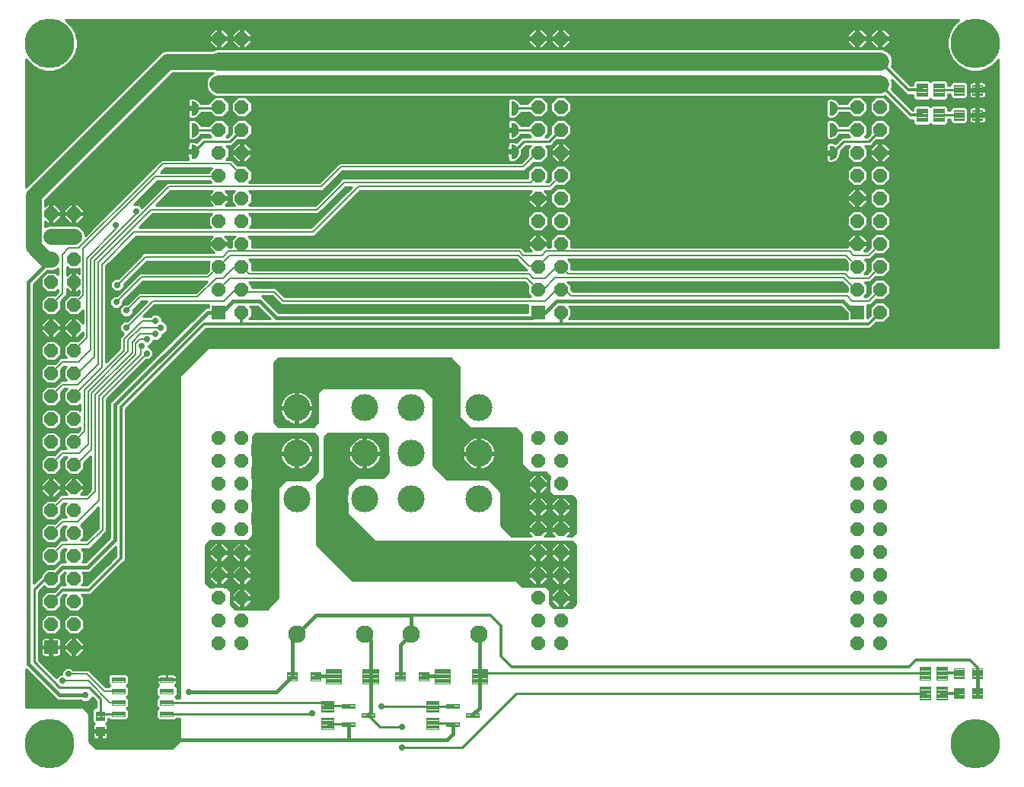
<source format=gtl>
G75*
%MOIN*%
%OFA0B0*%
%FSLAX25Y25*%
%IPPOS*%
%LPD*%
%AMOC8*
5,1,8,0,0,1.08239X$1,22.5*
%
%ADD10C,0.11811*%
%ADD11C,0.07677*%
%ADD12C,0.00394*%
%ADD13C,0.00402*%
%ADD14C,0.00396*%
%ADD15C,0.00409*%
%ADD16C,0.00378*%
%ADD17OC8,0.05906*%
%ADD18R,0.05906X0.05906*%
%ADD19C,0.00100*%
%ADD20C,0.00400*%
%ADD21C,0.21654*%
%ADD22OC8,0.02781*%
%ADD23C,0.01600*%
%ADD24C,0.01000*%
%ADD25C,0.01200*%
%ADD26R,0.02781X0.02781*%
%ADD27C,0.07000*%
%ADD28C,0.08000*%
%ADD29C,0.00800*%
D10*
X0175902Y0143933D03*
X0175902Y0163776D03*
X0175902Y0183618D03*
X0205665Y0183618D03*
X0225902Y0183618D03*
X0225902Y0163776D03*
X0225902Y0143933D03*
X0205665Y0143933D03*
X0205665Y0163776D03*
X0255665Y0163776D03*
X0255665Y0143933D03*
X0255665Y0183618D03*
D11*
X0255665Y0084406D03*
X0225902Y0084406D03*
X0205665Y0084406D03*
X0175902Y0084406D03*
D12*
X0176193Y0064257D02*
X0171863Y0064257D01*
X0171863Y0067799D01*
X0176193Y0067799D01*
X0176193Y0064257D01*
X0176193Y0064650D02*
X0171863Y0064650D01*
X0171863Y0065043D02*
X0176193Y0065043D01*
X0176193Y0065436D02*
X0171863Y0065436D01*
X0171863Y0065829D02*
X0176193Y0065829D01*
X0176193Y0066222D02*
X0171863Y0066222D01*
X0171863Y0066615D02*
X0176193Y0066615D01*
X0176193Y0067008D02*
X0171863Y0067008D01*
X0171863Y0067401D02*
X0176193Y0067401D01*
X0176193Y0067794D02*
X0171863Y0067794D01*
X0182099Y0064257D02*
X0186429Y0064257D01*
X0182099Y0064257D02*
X0182099Y0067799D01*
X0186429Y0067799D01*
X0186429Y0064257D01*
X0186429Y0064650D02*
X0182099Y0064650D01*
X0182099Y0065043D02*
X0186429Y0065043D01*
X0186429Y0065436D02*
X0182099Y0065436D01*
X0182099Y0065829D02*
X0186429Y0065829D01*
X0186429Y0066222D02*
X0182099Y0066222D01*
X0182099Y0066615D02*
X0186429Y0066615D01*
X0186429Y0067008D02*
X0182099Y0067008D01*
X0182099Y0067401D02*
X0186429Y0067401D01*
X0186429Y0067794D02*
X0182099Y0067794D01*
X0219113Y0064257D02*
X0223443Y0064257D01*
X0219113Y0064257D02*
X0219113Y0067799D01*
X0223443Y0067799D01*
X0223443Y0064257D01*
X0223443Y0064650D02*
X0219113Y0064650D01*
X0219113Y0065043D02*
X0223443Y0065043D01*
X0223443Y0065436D02*
X0219113Y0065436D01*
X0219113Y0065829D02*
X0223443Y0065829D01*
X0223443Y0066222D02*
X0219113Y0066222D01*
X0219113Y0066615D02*
X0223443Y0066615D01*
X0223443Y0067008D02*
X0219113Y0067008D01*
X0219113Y0067401D02*
X0223443Y0067401D01*
X0223443Y0067794D02*
X0219113Y0067794D01*
X0229349Y0064257D02*
X0233679Y0064257D01*
X0229349Y0064257D02*
X0229349Y0067799D01*
X0233679Y0067799D01*
X0233679Y0064257D01*
X0233679Y0064650D02*
X0229349Y0064650D01*
X0229349Y0065043D02*
X0233679Y0065043D01*
X0233679Y0065436D02*
X0229349Y0065436D01*
X0229349Y0065829D02*
X0233679Y0065829D01*
X0233679Y0066222D02*
X0229349Y0066222D01*
X0229349Y0066615D02*
X0233679Y0066615D01*
X0233679Y0067008D02*
X0229349Y0067008D01*
X0229349Y0067401D02*
X0233679Y0067401D01*
X0233679Y0067794D02*
X0229349Y0067794D01*
X0088125Y0050592D02*
X0088125Y0046656D01*
X0088125Y0050592D02*
X0091667Y0050592D01*
X0091667Y0046656D01*
X0088125Y0046656D01*
X0088125Y0047049D02*
X0091667Y0047049D01*
X0091667Y0047442D02*
X0088125Y0047442D01*
X0088125Y0047835D02*
X0091667Y0047835D01*
X0091667Y0048228D02*
X0088125Y0048228D01*
X0088125Y0048621D02*
X0091667Y0048621D01*
X0091667Y0049014D02*
X0088125Y0049014D01*
X0088125Y0049407D02*
X0091667Y0049407D01*
X0091667Y0049800D02*
X0088125Y0049800D01*
X0088125Y0050193D02*
X0091667Y0050193D01*
X0091667Y0050586D02*
X0088125Y0050586D01*
X0088125Y0043899D02*
X0088125Y0039963D01*
X0088125Y0043899D02*
X0091667Y0043899D01*
X0091667Y0039963D01*
X0088125Y0039963D01*
X0088125Y0040356D02*
X0091667Y0040356D01*
X0091667Y0040749D02*
X0088125Y0040749D01*
X0088125Y0041142D02*
X0091667Y0041142D01*
X0091667Y0041535D02*
X0088125Y0041535D01*
X0088125Y0041928D02*
X0091667Y0041928D01*
X0091667Y0042321D02*
X0088125Y0042321D01*
X0088125Y0042714D02*
X0091667Y0042714D01*
X0091667Y0043107D02*
X0088125Y0043107D01*
X0088125Y0043500D02*
X0091667Y0043500D01*
X0091667Y0043893D02*
X0088125Y0043893D01*
D13*
X0094916Y0050527D02*
X0100616Y0050527D01*
X0100616Y0048567D01*
X0094916Y0048567D01*
X0094916Y0050527D01*
X0094916Y0048968D02*
X0100616Y0048968D01*
X0100616Y0049369D02*
X0094916Y0049369D01*
X0094916Y0049770D02*
X0100616Y0049770D01*
X0100616Y0050171D02*
X0094916Y0050171D01*
X0094916Y0055527D02*
X0100616Y0055527D01*
X0100616Y0053567D01*
X0094916Y0053567D01*
X0094916Y0055527D01*
X0094916Y0053968D02*
X0100616Y0053968D01*
X0100616Y0054369D02*
X0094916Y0054369D01*
X0094916Y0054770D02*
X0100616Y0054770D01*
X0100616Y0055171D02*
X0094916Y0055171D01*
X0094916Y0060527D02*
X0100616Y0060527D01*
X0100616Y0058567D01*
X0094916Y0058567D01*
X0094916Y0060527D01*
X0094916Y0058968D02*
X0100616Y0058968D01*
X0100616Y0059369D02*
X0094916Y0059369D01*
X0094916Y0059770D02*
X0100616Y0059770D01*
X0100616Y0060171D02*
X0094916Y0060171D01*
X0094916Y0065527D02*
X0100616Y0065527D01*
X0100616Y0063567D01*
X0094916Y0063567D01*
X0094916Y0065527D01*
X0094916Y0063968D02*
X0100616Y0063968D01*
X0100616Y0064369D02*
X0094916Y0064369D01*
X0094916Y0064770D02*
X0100616Y0064770D01*
X0100616Y0065171D02*
X0094916Y0065171D01*
X0116176Y0065527D02*
X0121876Y0065527D01*
X0121876Y0063567D01*
X0116176Y0063567D01*
X0116176Y0065527D01*
X0116176Y0063968D02*
X0121876Y0063968D01*
X0121876Y0064369D02*
X0116176Y0064369D01*
X0116176Y0064770D02*
X0121876Y0064770D01*
X0121876Y0065171D02*
X0116176Y0065171D01*
X0116176Y0060527D02*
X0121876Y0060527D01*
X0121876Y0058567D01*
X0116176Y0058567D01*
X0116176Y0060527D01*
X0116176Y0058968D02*
X0121876Y0058968D01*
X0121876Y0059369D02*
X0116176Y0059369D01*
X0116176Y0059770D02*
X0121876Y0059770D01*
X0121876Y0060171D02*
X0116176Y0060171D01*
X0116176Y0055527D02*
X0121876Y0055527D01*
X0121876Y0053567D01*
X0116176Y0053567D01*
X0116176Y0055527D01*
X0116176Y0053968D02*
X0121876Y0053968D01*
X0121876Y0054369D02*
X0116176Y0054369D01*
X0116176Y0054770D02*
X0121876Y0054770D01*
X0121876Y0055171D02*
X0116176Y0055171D01*
X0116176Y0050527D02*
X0121876Y0050527D01*
X0121876Y0048567D01*
X0116176Y0048567D01*
X0116176Y0050527D01*
X0116176Y0048968D02*
X0121876Y0048968D01*
X0121876Y0049369D02*
X0116176Y0049369D01*
X0116176Y0049770D02*
X0121876Y0049770D01*
X0121876Y0050171D02*
X0116176Y0050171D01*
X0188733Y0069173D02*
X0195417Y0069173D01*
X0195417Y0062883D01*
X0188733Y0062883D01*
X0188733Y0069173D01*
X0188733Y0063284D02*
X0195417Y0063284D01*
X0195417Y0063685D02*
X0188733Y0063685D01*
X0188733Y0064086D02*
X0195417Y0064086D01*
X0195417Y0064487D02*
X0188733Y0064487D01*
X0188733Y0064888D02*
X0195417Y0064888D01*
X0195417Y0065289D02*
X0188733Y0065289D01*
X0188733Y0065690D02*
X0195417Y0065690D01*
X0195417Y0066091D02*
X0188733Y0066091D01*
X0188733Y0066492D02*
X0195417Y0066492D01*
X0195417Y0066893D02*
X0188733Y0066893D01*
X0188733Y0067294D02*
X0195417Y0067294D01*
X0195417Y0067695D02*
X0188733Y0067695D01*
X0188733Y0068096D02*
X0195417Y0068096D01*
X0195417Y0068497D02*
X0188733Y0068497D01*
X0188733Y0068898D02*
X0195417Y0068898D01*
X0204875Y0069173D02*
X0211559Y0069173D01*
X0211559Y0062883D01*
X0204875Y0062883D01*
X0204875Y0069173D01*
X0204875Y0063284D02*
X0211559Y0063284D01*
X0211559Y0063685D02*
X0204875Y0063685D01*
X0204875Y0064086D02*
X0211559Y0064086D01*
X0211559Y0064487D02*
X0204875Y0064487D01*
X0204875Y0064888D02*
X0211559Y0064888D01*
X0211559Y0065289D02*
X0204875Y0065289D01*
X0204875Y0065690D02*
X0211559Y0065690D01*
X0211559Y0066091D02*
X0204875Y0066091D01*
X0204875Y0066492D02*
X0211559Y0066492D01*
X0211559Y0066893D02*
X0204875Y0066893D01*
X0204875Y0067294D02*
X0211559Y0067294D01*
X0211559Y0067695D02*
X0204875Y0067695D01*
X0204875Y0068096D02*
X0211559Y0068096D01*
X0211559Y0068497D02*
X0204875Y0068497D01*
X0204875Y0068898D02*
X0211559Y0068898D01*
X0236483Y0069173D02*
X0243167Y0069173D01*
X0243167Y0062883D01*
X0236483Y0062883D01*
X0236483Y0069173D01*
X0236483Y0063284D02*
X0243167Y0063284D01*
X0243167Y0063685D02*
X0236483Y0063685D01*
X0236483Y0064086D02*
X0243167Y0064086D01*
X0243167Y0064487D02*
X0236483Y0064487D01*
X0236483Y0064888D02*
X0243167Y0064888D01*
X0243167Y0065289D02*
X0236483Y0065289D01*
X0236483Y0065690D02*
X0243167Y0065690D01*
X0243167Y0066091D02*
X0236483Y0066091D01*
X0236483Y0066492D02*
X0243167Y0066492D01*
X0243167Y0066893D02*
X0236483Y0066893D01*
X0236483Y0067294D02*
X0243167Y0067294D01*
X0243167Y0067695D02*
X0236483Y0067695D01*
X0236483Y0068096D02*
X0243167Y0068096D01*
X0243167Y0068497D02*
X0236483Y0068497D01*
X0236483Y0068898D02*
X0243167Y0068898D01*
X0252625Y0069173D02*
X0259309Y0069173D01*
X0259309Y0062883D01*
X0252625Y0062883D01*
X0252625Y0069173D01*
X0252625Y0063284D02*
X0259309Y0063284D01*
X0259309Y0063685D02*
X0252625Y0063685D01*
X0252625Y0064086D02*
X0259309Y0064086D01*
X0259309Y0064487D02*
X0252625Y0064487D01*
X0252625Y0064888D02*
X0259309Y0064888D01*
X0259309Y0065289D02*
X0252625Y0065289D01*
X0252625Y0065690D02*
X0259309Y0065690D01*
X0259309Y0066091D02*
X0252625Y0066091D01*
X0252625Y0066492D02*
X0259309Y0066492D01*
X0259309Y0066893D02*
X0252625Y0066893D01*
X0252625Y0067294D02*
X0259309Y0067294D01*
X0259309Y0067695D02*
X0252625Y0067695D01*
X0252625Y0068096D02*
X0259309Y0068096D01*
X0259309Y0068497D02*
X0252625Y0068497D01*
X0252625Y0068898D02*
X0259309Y0068898D01*
D14*
X0247148Y0052126D02*
X0241544Y0052126D01*
X0241544Y0053930D01*
X0247148Y0053930D01*
X0247148Y0052126D01*
X0247148Y0052521D02*
X0241544Y0052521D01*
X0241544Y0052916D02*
X0247148Y0052916D01*
X0247148Y0053311D02*
X0241544Y0053311D01*
X0241544Y0053706D02*
X0247148Y0053706D01*
X0250044Y0048126D02*
X0255648Y0048126D01*
X0250044Y0048126D02*
X0250044Y0049930D01*
X0255648Y0049930D01*
X0255648Y0048126D01*
X0255648Y0048521D02*
X0250044Y0048521D01*
X0250044Y0048916D02*
X0255648Y0048916D01*
X0255648Y0049311D02*
X0250044Y0049311D01*
X0250044Y0049706D02*
X0255648Y0049706D01*
X0247148Y0044126D02*
X0241544Y0044126D01*
X0241544Y0045930D01*
X0247148Y0045930D01*
X0247148Y0044126D01*
X0247148Y0044521D02*
X0241544Y0044521D01*
X0241544Y0044916D02*
X0247148Y0044916D01*
X0247148Y0045311D02*
X0241544Y0045311D01*
X0241544Y0045706D02*
X0247148Y0045706D01*
X0209898Y0048126D02*
X0204294Y0048126D01*
X0204294Y0049930D01*
X0209898Y0049930D01*
X0209898Y0048126D01*
X0209898Y0048521D02*
X0204294Y0048521D01*
X0204294Y0048916D02*
X0209898Y0048916D01*
X0209898Y0049311D02*
X0204294Y0049311D01*
X0204294Y0049706D02*
X0209898Y0049706D01*
X0201398Y0052126D02*
X0195794Y0052126D01*
X0195794Y0053930D01*
X0201398Y0053930D01*
X0201398Y0052126D01*
X0201398Y0052521D02*
X0195794Y0052521D01*
X0195794Y0052916D02*
X0201398Y0052916D01*
X0201398Y0053311D02*
X0195794Y0053311D01*
X0195794Y0053706D02*
X0201398Y0053706D01*
X0201398Y0044126D02*
X0195794Y0044126D01*
X0195794Y0045930D01*
X0201398Y0045930D01*
X0201398Y0044126D01*
X0201398Y0044521D02*
X0195794Y0044521D01*
X0195794Y0044916D02*
X0201398Y0044916D01*
X0201398Y0045311D02*
X0195794Y0045311D01*
X0195794Y0045706D02*
X0201398Y0045706D01*
D15*
X0192095Y0047642D02*
X0192095Y0042932D01*
X0186597Y0042932D01*
X0186597Y0047642D01*
X0192095Y0047642D01*
X0192095Y0043340D02*
X0186597Y0043340D01*
X0186597Y0043748D02*
X0192095Y0043748D01*
X0192095Y0044156D02*
X0186597Y0044156D01*
X0186597Y0044564D02*
X0192095Y0044564D01*
X0192095Y0044972D02*
X0186597Y0044972D01*
X0186597Y0045380D02*
X0192095Y0045380D01*
X0192095Y0045788D02*
X0186597Y0045788D01*
X0186597Y0046196D02*
X0192095Y0046196D01*
X0192095Y0046604D02*
X0186597Y0046604D01*
X0186597Y0047012D02*
X0192095Y0047012D01*
X0192095Y0047420D02*
X0186597Y0047420D01*
X0192095Y0050413D02*
X0192095Y0055123D01*
X0192095Y0050413D02*
X0186597Y0050413D01*
X0186597Y0055123D01*
X0192095Y0055123D01*
X0192095Y0050821D02*
X0186597Y0050821D01*
X0186597Y0051229D02*
X0192095Y0051229D01*
X0192095Y0051637D02*
X0186597Y0051637D01*
X0186597Y0052045D02*
X0192095Y0052045D01*
X0192095Y0052453D02*
X0186597Y0052453D01*
X0186597Y0052861D02*
X0192095Y0052861D01*
X0192095Y0053269D02*
X0186597Y0053269D01*
X0186597Y0053677D02*
X0192095Y0053677D01*
X0192095Y0054085D02*
X0186597Y0054085D01*
X0186597Y0054493D02*
X0192095Y0054493D01*
X0192095Y0054901D02*
X0186597Y0054901D01*
X0238095Y0055123D02*
X0238095Y0050413D01*
X0232597Y0050413D01*
X0232597Y0055123D01*
X0238095Y0055123D01*
X0238095Y0050821D02*
X0232597Y0050821D01*
X0232597Y0051229D02*
X0238095Y0051229D01*
X0238095Y0051637D02*
X0232597Y0051637D01*
X0232597Y0052045D02*
X0238095Y0052045D01*
X0238095Y0052453D02*
X0232597Y0052453D01*
X0232597Y0052861D02*
X0238095Y0052861D01*
X0238095Y0053269D02*
X0232597Y0053269D01*
X0232597Y0053677D02*
X0238095Y0053677D01*
X0238095Y0054085D02*
X0232597Y0054085D01*
X0232597Y0054493D02*
X0238095Y0054493D01*
X0238095Y0054901D02*
X0232597Y0054901D01*
X0238095Y0047642D02*
X0238095Y0042932D01*
X0232597Y0042932D01*
X0232597Y0047642D01*
X0238095Y0047642D01*
X0238095Y0043340D02*
X0232597Y0043340D01*
X0232597Y0043748D02*
X0238095Y0043748D01*
X0238095Y0044156D02*
X0232597Y0044156D01*
X0232597Y0044564D02*
X0238095Y0044564D01*
X0238095Y0044972D02*
X0232597Y0044972D01*
X0232597Y0045380D02*
X0238095Y0045380D01*
X0238095Y0045788D02*
X0232597Y0045788D01*
X0232597Y0046196D02*
X0238095Y0046196D01*
X0238095Y0046604D02*
X0232597Y0046604D01*
X0232597Y0047012D02*
X0238095Y0047012D01*
X0238095Y0047420D02*
X0232597Y0047420D01*
X0448601Y0061327D02*
X0453311Y0061327D01*
X0453311Y0055829D01*
X0448601Y0055829D01*
X0448601Y0061327D01*
X0448601Y0056237D02*
X0453311Y0056237D01*
X0453311Y0056645D02*
X0448601Y0056645D01*
X0448601Y0057053D02*
X0453311Y0057053D01*
X0453311Y0057461D02*
X0448601Y0057461D01*
X0448601Y0057869D02*
X0453311Y0057869D01*
X0453311Y0058277D02*
X0448601Y0058277D01*
X0448601Y0058685D02*
X0453311Y0058685D01*
X0453311Y0059093D02*
X0448601Y0059093D01*
X0448601Y0059501D02*
X0453311Y0059501D01*
X0453311Y0059909D02*
X0448601Y0059909D01*
X0448601Y0060317D02*
X0453311Y0060317D01*
X0453311Y0060725D02*
X0448601Y0060725D01*
X0448601Y0061133D02*
X0453311Y0061133D01*
X0456081Y0061327D02*
X0460791Y0061327D01*
X0460791Y0055829D01*
X0456081Y0055829D01*
X0456081Y0061327D01*
X0456081Y0056237D02*
X0460791Y0056237D01*
X0460791Y0056645D02*
X0456081Y0056645D01*
X0456081Y0057053D02*
X0460791Y0057053D01*
X0460791Y0057461D02*
X0456081Y0057461D01*
X0456081Y0057869D02*
X0460791Y0057869D01*
X0460791Y0058277D02*
X0456081Y0058277D01*
X0456081Y0058685D02*
X0460791Y0058685D01*
X0460791Y0059093D02*
X0456081Y0059093D01*
X0456081Y0059501D02*
X0460791Y0059501D01*
X0460791Y0059909D02*
X0456081Y0059909D01*
X0456081Y0060317D02*
X0460791Y0060317D01*
X0460791Y0060725D02*
X0456081Y0060725D01*
X0456081Y0061133D02*
X0460791Y0061133D01*
X0460791Y0070077D02*
X0456081Y0070077D01*
X0460791Y0070077D02*
X0460791Y0064579D01*
X0456081Y0064579D01*
X0456081Y0070077D01*
X0456081Y0064987D02*
X0460791Y0064987D01*
X0460791Y0065395D02*
X0456081Y0065395D01*
X0456081Y0065803D02*
X0460791Y0065803D01*
X0460791Y0066211D02*
X0456081Y0066211D01*
X0456081Y0066619D02*
X0460791Y0066619D01*
X0460791Y0067027D02*
X0456081Y0067027D01*
X0456081Y0067435D02*
X0460791Y0067435D01*
X0460791Y0067843D02*
X0456081Y0067843D01*
X0456081Y0068251D02*
X0460791Y0068251D01*
X0460791Y0068659D02*
X0456081Y0068659D01*
X0456081Y0069067D02*
X0460791Y0069067D01*
X0460791Y0069475D02*
X0456081Y0069475D01*
X0456081Y0069883D02*
X0460791Y0069883D01*
X0453311Y0070077D02*
X0448601Y0070077D01*
X0453311Y0070077D02*
X0453311Y0064579D01*
X0448601Y0064579D01*
X0448601Y0070077D01*
X0448601Y0064987D02*
X0453311Y0064987D01*
X0453311Y0065395D02*
X0448601Y0065395D01*
X0448601Y0065803D02*
X0453311Y0065803D01*
X0453311Y0066211D02*
X0448601Y0066211D01*
X0448601Y0066619D02*
X0453311Y0066619D01*
X0453311Y0067027D02*
X0448601Y0067027D01*
X0448601Y0067435D02*
X0453311Y0067435D01*
X0453311Y0067843D02*
X0448601Y0067843D01*
X0448601Y0068251D02*
X0453311Y0068251D01*
X0453311Y0068659D02*
X0448601Y0068659D01*
X0448601Y0069067D02*
X0453311Y0069067D01*
X0453311Y0069475D02*
X0448601Y0069475D01*
X0448601Y0069883D02*
X0453311Y0069883D01*
X0452011Y0309279D02*
X0447301Y0309279D01*
X0447301Y0314777D01*
X0452011Y0314777D01*
X0452011Y0309279D01*
X0452011Y0309687D02*
X0447301Y0309687D01*
X0447301Y0310095D02*
X0452011Y0310095D01*
X0452011Y0310503D02*
X0447301Y0310503D01*
X0447301Y0310911D02*
X0452011Y0310911D01*
X0452011Y0311319D02*
X0447301Y0311319D01*
X0447301Y0311727D02*
X0452011Y0311727D01*
X0452011Y0312135D02*
X0447301Y0312135D01*
X0447301Y0312543D02*
X0452011Y0312543D01*
X0452011Y0312951D02*
X0447301Y0312951D01*
X0447301Y0313359D02*
X0452011Y0313359D01*
X0452011Y0313767D02*
X0447301Y0313767D01*
X0447301Y0314175D02*
X0452011Y0314175D01*
X0452011Y0314583D02*
X0447301Y0314583D01*
X0447301Y0320279D02*
X0452011Y0320279D01*
X0447301Y0320279D02*
X0447301Y0325777D01*
X0452011Y0325777D01*
X0452011Y0320279D01*
X0452011Y0320687D02*
X0447301Y0320687D01*
X0447301Y0321095D02*
X0452011Y0321095D01*
X0452011Y0321503D02*
X0447301Y0321503D01*
X0447301Y0321911D02*
X0452011Y0321911D01*
X0452011Y0322319D02*
X0447301Y0322319D01*
X0447301Y0322727D02*
X0452011Y0322727D01*
X0452011Y0323135D02*
X0447301Y0323135D01*
X0447301Y0323543D02*
X0452011Y0323543D01*
X0452011Y0323951D02*
X0447301Y0323951D01*
X0447301Y0324359D02*
X0452011Y0324359D01*
X0452011Y0324767D02*
X0447301Y0324767D01*
X0447301Y0325175D02*
X0452011Y0325175D01*
X0452011Y0325583D02*
X0447301Y0325583D01*
X0454781Y0320279D02*
X0459491Y0320279D01*
X0454781Y0320279D02*
X0454781Y0325777D01*
X0459491Y0325777D01*
X0459491Y0320279D01*
X0459491Y0320687D02*
X0454781Y0320687D01*
X0454781Y0321095D02*
X0459491Y0321095D01*
X0459491Y0321503D02*
X0454781Y0321503D01*
X0454781Y0321911D02*
X0459491Y0321911D01*
X0459491Y0322319D02*
X0454781Y0322319D01*
X0454781Y0322727D02*
X0459491Y0322727D01*
X0459491Y0323135D02*
X0454781Y0323135D01*
X0454781Y0323543D02*
X0459491Y0323543D01*
X0459491Y0323951D02*
X0454781Y0323951D01*
X0454781Y0324359D02*
X0459491Y0324359D01*
X0459491Y0324767D02*
X0454781Y0324767D01*
X0454781Y0325175D02*
X0459491Y0325175D01*
X0459491Y0325583D02*
X0454781Y0325583D01*
X0454781Y0309279D02*
X0459491Y0309279D01*
X0454781Y0309279D02*
X0454781Y0314777D01*
X0459491Y0314777D01*
X0459491Y0309279D01*
X0459491Y0309687D02*
X0454781Y0309687D01*
X0454781Y0310095D02*
X0459491Y0310095D01*
X0459491Y0310503D02*
X0454781Y0310503D01*
X0454781Y0310911D02*
X0459491Y0310911D01*
X0459491Y0311319D02*
X0454781Y0311319D01*
X0454781Y0311727D02*
X0459491Y0311727D01*
X0459491Y0312135D02*
X0454781Y0312135D01*
X0454781Y0312543D02*
X0459491Y0312543D01*
X0459491Y0312951D02*
X0454781Y0312951D01*
X0454781Y0313359D02*
X0459491Y0313359D01*
X0459491Y0313767D02*
X0454781Y0313767D01*
X0454781Y0314175D02*
X0459491Y0314175D01*
X0459491Y0314583D02*
X0454781Y0314583D01*
D16*
X0463589Y0314201D02*
X0463589Y0309855D01*
X0463589Y0314201D02*
X0467935Y0314201D01*
X0467935Y0309855D01*
X0463589Y0309855D01*
X0463589Y0310232D02*
X0467935Y0310232D01*
X0467935Y0310609D02*
X0463589Y0310609D01*
X0463589Y0310986D02*
X0467935Y0310986D01*
X0467935Y0311363D02*
X0463589Y0311363D01*
X0463589Y0311740D02*
X0467935Y0311740D01*
X0467935Y0312117D02*
X0463589Y0312117D01*
X0463589Y0312494D02*
X0467935Y0312494D01*
X0467935Y0312871D02*
X0463589Y0312871D01*
X0463589Y0313248D02*
X0467935Y0313248D01*
X0467935Y0313625D02*
X0463589Y0313625D01*
X0463589Y0314002D02*
X0467935Y0314002D01*
X0471857Y0314201D02*
X0471857Y0309855D01*
X0471857Y0314201D02*
X0476203Y0314201D01*
X0476203Y0309855D01*
X0471857Y0309855D01*
X0471857Y0310232D02*
X0476203Y0310232D01*
X0476203Y0310609D02*
X0471857Y0310609D01*
X0471857Y0310986D02*
X0476203Y0310986D01*
X0476203Y0311363D02*
X0471857Y0311363D01*
X0471857Y0311740D02*
X0476203Y0311740D01*
X0476203Y0312117D02*
X0471857Y0312117D01*
X0471857Y0312494D02*
X0476203Y0312494D01*
X0476203Y0312871D02*
X0471857Y0312871D01*
X0471857Y0313248D02*
X0476203Y0313248D01*
X0476203Y0313625D02*
X0471857Y0313625D01*
X0471857Y0314002D02*
X0476203Y0314002D01*
X0471857Y0320855D02*
X0471857Y0325201D01*
X0476203Y0325201D01*
X0476203Y0320855D01*
X0471857Y0320855D01*
X0471857Y0321232D02*
X0476203Y0321232D01*
X0476203Y0321609D02*
X0471857Y0321609D01*
X0471857Y0321986D02*
X0476203Y0321986D01*
X0476203Y0322363D02*
X0471857Y0322363D01*
X0471857Y0322740D02*
X0476203Y0322740D01*
X0476203Y0323117D02*
X0471857Y0323117D01*
X0471857Y0323494D02*
X0476203Y0323494D01*
X0476203Y0323871D02*
X0471857Y0323871D01*
X0471857Y0324248D02*
X0476203Y0324248D01*
X0476203Y0324625D02*
X0471857Y0324625D01*
X0471857Y0325002D02*
X0476203Y0325002D01*
X0463589Y0325201D02*
X0463589Y0320855D01*
X0463589Y0325201D02*
X0467935Y0325201D01*
X0467935Y0320855D01*
X0463589Y0320855D01*
X0463589Y0321232D02*
X0467935Y0321232D01*
X0467935Y0321609D02*
X0463589Y0321609D01*
X0463589Y0321986D02*
X0467935Y0321986D01*
X0467935Y0322363D02*
X0463589Y0322363D01*
X0463589Y0322740D02*
X0467935Y0322740D01*
X0467935Y0323117D02*
X0463589Y0323117D01*
X0463589Y0323494D02*
X0467935Y0323494D01*
X0467935Y0323871D02*
X0463589Y0323871D01*
X0463589Y0324248D02*
X0467935Y0324248D01*
X0467935Y0324625D02*
X0463589Y0324625D01*
X0463589Y0325002D02*
X0467935Y0325002D01*
X0467935Y0069501D02*
X0467935Y0065155D01*
X0463589Y0065155D01*
X0463589Y0069501D01*
X0467935Y0069501D01*
X0467935Y0065532D02*
X0463589Y0065532D01*
X0463589Y0065909D02*
X0467935Y0065909D01*
X0467935Y0066286D02*
X0463589Y0066286D01*
X0463589Y0066663D02*
X0467935Y0066663D01*
X0467935Y0067040D02*
X0463589Y0067040D01*
X0463589Y0067417D02*
X0467935Y0067417D01*
X0467935Y0067794D02*
X0463589Y0067794D01*
X0463589Y0068171D02*
X0467935Y0068171D01*
X0467935Y0068548D02*
X0463589Y0068548D01*
X0463589Y0068925D02*
X0467935Y0068925D01*
X0467935Y0069302D02*
X0463589Y0069302D01*
X0476203Y0069501D02*
X0476203Y0065155D01*
X0471857Y0065155D01*
X0471857Y0069501D01*
X0476203Y0069501D01*
X0476203Y0065532D02*
X0471857Y0065532D01*
X0471857Y0065909D02*
X0476203Y0065909D01*
X0476203Y0066286D02*
X0471857Y0066286D01*
X0471857Y0066663D02*
X0476203Y0066663D01*
X0476203Y0067040D02*
X0471857Y0067040D01*
X0471857Y0067417D02*
X0476203Y0067417D01*
X0476203Y0067794D02*
X0471857Y0067794D01*
X0471857Y0068171D02*
X0476203Y0068171D01*
X0476203Y0068548D02*
X0471857Y0068548D01*
X0471857Y0068925D02*
X0476203Y0068925D01*
X0476203Y0069302D02*
X0471857Y0069302D01*
X0476203Y0060751D02*
X0476203Y0056405D01*
X0471857Y0056405D01*
X0471857Y0060751D01*
X0476203Y0060751D01*
X0476203Y0056782D02*
X0471857Y0056782D01*
X0471857Y0057159D02*
X0476203Y0057159D01*
X0476203Y0057536D02*
X0471857Y0057536D01*
X0471857Y0057913D02*
X0476203Y0057913D01*
X0476203Y0058290D02*
X0471857Y0058290D01*
X0471857Y0058667D02*
X0476203Y0058667D01*
X0476203Y0059044D02*
X0471857Y0059044D01*
X0471857Y0059421D02*
X0476203Y0059421D01*
X0476203Y0059798D02*
X0471857Y0059798D01*
X0471857Y0060175D02*
X0476203Y0060175D01*
X0476203Y0060552D02*
X0471857Y0060552D01*
X0467935Y0060751D02*
X0467935Y0056405D01*
X0463589Y0056405D01*
X0463589Y0060751D01*
X0467935Y0060751D01*
X0467935Y0056782D02*
X0463589Y0056782D01*
X0463589Y0057159D02*
X0467935Y0057159D01*
X0467935Y0057536D02*
X0463589Y0057536D01*
X0463589Y0057913D02*
X0467935Y0057913D01*
X0467935Y0058290D02*
X0463589Y0058290D01*
X0463589Y0058667D02*
X0467935Y0058667D01*
X0467935Y0059044D02*
X0463589Y0059044D01*
X0463589Y0059421D02*
X0467935Y0059421D01*
X0467935Y0059798D02*
X0463589Y0059798D01*
X0463589Y0060175D02*
X0467935Y0060175D01*
X0467935Y0060552D02*
X0463589Y0060552D01*
D17*
X0431335Y0080350D03*
X0421335Y0080350D03*
X0421335Y0090350D03*
X0431335Y0090350D03*
X0431335Y0100350D03*
X0421335Y0100350D03*
X0421335Y0110350D03*
X0431335Y0110350D03*
X0431335Y0120350D03*
X0421335Y0120350D03*
X0421335Y0130350D03*
X0431335Y0130350D03*
X0431335Y0140350D03*
X0421335Y0140350D03*
X0421335Y0150350D03*
X0431335Y0150350D03*
X0431335Y0160350D03*
X0421335Y0160350D03*
X0421335Y0170350D03*
X0431335Y0170350D03*
X0431335Y0225547D03*
X0431335Y0235547D03*
X0421335Y0235547D03*
X0421335Y0245547D03*
X0431335Y0245547D03*
X0431335Y0255547D03*
X0431335Y0265547D03*
X0421335Y0265547D03*
X0421335Y0255547D03*
X0421335Y0275547D03*
X0431335Y0275547D03*
X0431335Y0285547D03*
X0431335Y0295547D03*
X0421335Y0295547D03*
X0421335Y0285547D03*
X0421335Y0305547D03*
X0431335Y0305547D03*
X0431335Y0315547D03*
X0421335Y0315547D03*
X0421335Y0325547D03*
X0431335Y0325547D03*
X0431335Y0335547D03*
X0421335Y0335547D03*
X0421335Y0345547D03*
X0431335Y0345547D03*
X0291571Y0345547D03*
X0281571Y0345547D03*
X0281571Y0335547D03*
X0281571Y0325547D03*
X0291571Y0325547D03*
X0291571Y0335547D03*
X0291571Y0315547D03*
X0281571Y0315547D03*
X0281571Y0305547D03*
X0291571Y0305547D03*
X0291571Y0295547D03*
X0291571Y0285547D03*
X0281571Y0285547D03*
X0281571Y0295547D03*
X0281571Y0275547D03*
X0291571Y0275547D03*
X0291571Y0265547D03*
X0291571Y0255547D03*
X0281571Y0255547D03*
X0281571Y0265547D03*
X0281571Y0245547D03*
X0291571Y0245547D03*
X0291571Y0235547D03*
X0291571Y0225547D03*
X0281571Y0235547D03*
X0281571Y0170350D03*
X0291571Y0170350D03*
X0291571Y0160350D03*
X0291571Y0150350D03*
X0281571Y0150350D03*
X0281571Y0160350D03*
X0281571Y0140350D03*
X0291571Y0140350D03*
X0291571Y0130350D03*
X0291571Y0120350D03*
X0281571Y0120350D03*
X0281571Y0130350D03*
X0281571Y0110350D03*
X0291571Y0110350D03*
X0291571Y0100350D03*
X0291571Y0090350D03*
X0281571Y0090350D03*
X0281571Y0100350D03*
X0281571Y0080350D03*
X0291571Y0080350D03*
X0151807Y0080350D03*
X0141807Y0080350D03*
X0141807Y0090350D03*
X0151807Y0090350D03*
X0151807Y0100350D03*
X0141807Y0100350D03*
X0141807Y0110350D03*
X0151807Y0110350D03*
X0151807Y0120350D03*
X0141807Y0120350D03*
X0141807Y0130350D03*
X0151807Y0130350D03*
X0151807Y0140350D03*
X0141807Y0140350D03*
X0141807Y0150350D03*
X0151807Y0150350D03*
X0151807Y0160350D03*
X0141807Y0160350D03*
X0141807Y0170350D03*
X0151807Y0170350D03*
X0151807Y0225547D03*
X0151807Y0235547D03*
X0141807Y0235547D03*
X0141807Y0245547D03*
X0151807Y0245547D03*
X0151807Y0255547D03*
X0141807Y0255547D03*
X0141807Y0265547D03*
X0151807Y0265547D03*
X0151807Y0275547D03*
X0141807Y0275547D03*
X0141807Y0285547D03*
X0151807Y0285547D03*
X0151807Y0295547D03*
X0141807Y0295547D03*
X0141807Y0305547D03*
X0151807Y0305547D03*
X0151807Y0315547D03*
X0141807Y0315547D03*
X0141807Y0325547D03*
X0151807Y0325547D03*
X0151807Y0335547D03*
X0141807Y0335547D03*
X0141807Y0345547D03*
X0151807Y0345547D03*
X0078343Y0268776D03*
X0078343Y0258776D03*
X0068343Y0258776D03*
X0068343Y0268776D03*
X0068343Y0248776D03*
X0078343Y0248776D03*
X0078343Y0238776D03*
X0078343Y0228776D03*
X0068343Y0228776D03*
X0068343Y0238776D03*
X0068343Y0218776D03*
X0078343Y0218776D03*
X0078343Y0208776D03*
X0078343Y0198776D03*
X0068343Y0198776D03*
X0068343Y0208776D03*
X0068343Y0188776D03*
X0078343Y0188776D03*
X0078343Y0178776D03*
X0078343Y0168776D03*
X0068343Y0168776D03*
X0068343Y0178776D03*
X0068343Y0158776D03*
X0078343Y0158776D03*
X0078343Y0148776D03*
X0078343Y0138776D03*
X0068343Y0138776D03*
X0068343Y0148776D03*
X0068343Y0128776D03*
X0078343Y0128776D03*
X0078343Y0118776D03*
X0078343Y0108776D03*
X0068343Y0108776D03*
X0068343Y0118776D03*
X0068343Y0098776D03*
X0078343Y0098776D03*
X0078343Y0088776D03*
X0078343Y0078776D03*
X0068343Y0088776D03*
D18*
X0068343Y0078776D03*
X0141807Y0225547D03*
X0281571Y0225547D03*
X0421335Y0225547D03*
D19*
X0409981Y0292585D02*
X0409396Y0292528D01*
X0409396Y0294528D01*
X0407396Y0294528D01*
X0407396Y0296528D01*
X0409396Y0296528D01*
X0409396Y0298528D01*
X0409981Y0298470D01*
X0410544Y0298299D01*
X0411062Y0298022D01*
X0411517Y0297649D01*
X0411890Y0297194D01*
X0412167Y0296676D01*
X0412338Y0296113D01*
X0412396Y0295528D01*
X0412338Y0294942D01*
X0412167Y0294380D01*
X0411890Y0293861D01*
X0411517Y0293406D01*
X0411062Y0293033D01*
X0410544Y0292756D01*
X0409981Y0292585D01*
X0410197Y0292651D02*
X0409396Y0292651D01*
X0409396Y0292749D02*
X0410522Y0292749D01*
X0410716Y0292848D02*
X0409396Y0292848D01*
X0409396Y0292946D02*
X0410900Y0292946D01*
X0411077Y0293045D02*
X0409396Y0293045D01*
X0409396Y0293143D02*
X0411197Y0293143D01*
X0411317Y0293242D02*
X0409396Y0293242D01*
X0409396Y0293340D02*
X0411437Y0293340D01*
X0411544Y0293439D02*
X0409396Y0293439D01*
X0409396Y0293537D02*
X0411625Y0293537D01*
X0411706Y0293636D02*
X0409396Y0293636D01*
X0409396Y0293734D02*
X0411786Y0293734D01*
X0411867Y0293833D02*
X0409396Y0293833D01*
X0409396Y0293931D02*
X0411928Y0293931D01*
X0411980Y0294030D02*
X0409396Y0294030D01*
X0409396Y0294129D02*
X0412033Y0294129D01*
X0412086Y0294227D02*
X0409396Y0294227D01*
X0409396Y0294326D02*
X0412138Y0294326D01*
X0412181Y0294424D02*
X0409396Y0294424D01*
X0409396Y0294523D02*
X0412211Y0294523D01*
X0412241Y0294621D02*
X0407396Y0294621D01*
X0407396Y0294720D02*
X0412270Y0294720D01*
X0412300Y0294818D02*
X0407396Y0294818D01*
X0407396Y0294917D02*
X0412330Y0294917D01*
X0412345Y0295015D02*
X0407396Y0295015D01*
X0407396Y0295114D02*
X0412355Y0295114D01*
X0412365Y0295212D02*
X0407396Y0295212D01*
X0407396Y0295311D02*
X0412374Y0295311D01*
X0412384Y0295409D02*
X0407396Y0295409D01*
X0407396Y0295508D02*
X0412394Y0295508D01*
X0412388Y0295606D02*
X0407396Y0295606D01*
X0407396Y0295705D02*
X0412378Y0295705D01*
X0412369Y0295803D02*
X0407396Y0295803D01*
X0407396Y0295902D02*
X0412359Y0295902D01*
X0412349Y0296000D02*
X0407396Y0296000D01*
X0407396Y0296099D02*
X0412339Y0296099D01*
X0412312Y0296197D02*
X0407396Y0296197D01*
X0407396Y0296296D02*
X0412283Y0296296D01*
X0412253Y0296394D02*
X0407396Y0296394D01*
X0407396Y0296493D02*
X0412223Y0296493D01*
X0412193Y0296591D02*
X0409396Y0296591D01*
X0409396Y0296690D02*
X0412160Y0296690D01*
X0412107Y0296788D02*
X0409396Y0296788D01*
X0409396Y0296887D02*
X0412054Y0296887D01*
X0412002Y0296985D02*
X0409396Y0296985D01*
X0409396Y0297084D02*
X0411949Y0297084D01*
X0411896Y0297182D02*
X0409396Y0297182D01*
X0409396Y0297281D02*
X0411819Y0297281D01*
X0411738Y0297379D02*
X0409396Y0297379D01*
X0409396Y0297478D02*
X0411657Y0297478D01*
X0411576Y0297576D02*
X0409396Y0297576D01*
X0409396Y0297675D02*
X0411485Y0297675D01*
X0411365Y0297773D02*
X0409396Y0297773D01*
X0409396Y0297872D02*
X0411245Y0297872D01*
X0411125Y0297970D02*
X0409396Y0297970D01*
X0409396Y0298069D02*
X0410974Y0298069D01*
X0410790Y0298167D02*
X0409396Y0298167D01*
X0409396Y0298266D02*
X0410606Y0298266D01*
X0410328Y0298364D02*
X0409396Y0298364D01*
X0409396Y0298463D02*
X0410004Y0298463D01*
X0407896Y0298463D02*
X0407288Y0298463D01*
X0407310Y0298470D02*
X0407896Y0298528D01*
X0407896Y0292528D01*
X0407310Y0292585D01*
X0406748Y0292756D01*
X0406229Y0293033D01*
X0405774Y0293406D01*
X0405401Y0293861D01*
X0405124Y0294380D01*
X0404953Y0294942D01*
X0404896Y0295528D01*
X0404953Y0296113D01*
X0405124Y0296676D01*
X0405401Y0297194D01*
X0405774Y0297649D01*
X0406229Y0298022D01*
X0406748Y0298299D01*
X0407310Y0298470D01*
X0406963Y0298364D02*
X0407896Y0298364D01*
X0407896Y0298266D02*
X0406685Y0298266D01*
X0406501Y0298167D02*
X0407896Y0298167D01*
X0407896Y0298069D02*
X0406317Y0298069D01*
X0406166Y0297970D02*
X0407896Y0297970D01*
X0407896Y0297872D02*
X0406046Y0297872D01*
X0405926Y0297773D02*
X0407896Y0297773D01*
X0407896Y0297675D02*
X0405806Y0297675D01*
X0405715Y0297576D02*
X0407896Y0297576D01*
X0407896Y0297478D02*
X0405634Y0297478D01*
X0405553Y0297379D02*
X0407896Y0297379D01*
X0407896Y0297281D02*
X0405472Y0297281D01*
X0405395Y0297182D02*
X0407896Y0297182D01*
X0407896Y0297084D02*
X0405342Y0297084D01*
X0405290Y0296985D02*
X0407896Y0296985D01*
X0407896Y0296887D02*
X0405237Y0296887D01*
X0405184Y0296788D02*
X0407896Y0296788D01*
X0407896Y0296690D02*
X0405132Y0296690D01*
X0405098Y0296591D02*
X0407896Y0296591D01*
X0407896Y0296493D02*
X0405069Y0296493D01*
X0405039Y0296394D02*
X0407896Y0296394D01*
X0407896Y0296296D02*
X0405009Y0296296D01*
X0404979Y0296197D02*
X0407896Y0296197D01*
X0407896Y0296099D02*
X0404952Y0296099D01*
X0404942Y0296000D02*
X0407896Y0296000D01*
X0407896Y0295902D02*
X0404933Y0295902D01*
X0404923Y0295803D02*
X0407896Y0295803D01*
X0407896Y0295705D02*
X0404913Y0295705D01*
X0404903Y0295606D02*
X0407896Y0295606D01*
X0407896Y0295508D02*
X0404898Y0295508D01*
X0404907Y0295409D02*
X0407896Y0295409D01*
X0407896Y0295311D02*
X0404917Y0295311D01*
X0404927Y0295212D02*
X0407896Y0295212D01*
X0407896Y0295114D02*
X0404936Y0295114D01*
X0404946Y0295015D02*
X0407896Y0295015D01*
X0407896Y0294917D02*
X0404961Y0294917D01*
X0404991Y0294818D02*
X0407896Y0294818D01*
X0407896Y0294720D02*
X0405021Y0294720D01*
X0405051Y0294621D02*
X0407896Y0294621D01*
X0407896Y0294523D02*
X0405081Y0294523D01*
X0405111Y0294424D02*
X0407896Y0294424D01*
X0407896Y0294326D02*
X0405153Y0294326D01*
X0405206Y0294227D02*
X0407896Y0294227D01*
X0407896Y0294129D02*
X0405258Y0294129D01*
X0405311Y0294030D02*
X0407896Y0294030D01*
X0407896Y0293931D02*
X0405364Y0293931D01*
X0405424Y0293833D02*
X0407896Y0293833D01*
X0407896Y0293734D02*
X0405505Y0293734D01*
X0405586Y0293636D02*
X0407896Y0293636D01*
X0407896Y0293537D02*
X0405667Y0293537D01*
X0405748Y0293439D02*
X0407896Y0293439D01*
X0407896Y0293340D02*
X0405855Y0293340D01*
X0405975Y0293242D02*
X0407896Y0293242D01*
X0407896Y0293143D02*
X0406095Y0293143D01*
X0406215Y0293045D02*
X0407896Y0293045D01*
X0407896Y0292946D02*
X0406391Y0292946D01*
X0406576Y0292848D02*
X0407896Y0292848D01*
X0407896Y0292749D02*
X0406769Y0292749D01*
X0407094Y0292651D02*
X0407896Y0292651D01*
X0407896Y0292552D02*
X0407644Y0292552D01*
X0409396Y0292552D02*
X0409647Y0292552D01*
X0409396Y0302528D02*
X0409981Y0302585D01*
X0410544Y0302756D01*
X0411062Y0303033D01*
X0411517Y0303406D01*
X0411890Y0303861D01*
X0412167Y0304380D01*
X0412338Y0304942D01*
X0412396Y0305528D01*
X0412338Y0306113D01*
X0412167Y0306676D01*
X0411890Y0307194D01*
X0411517Y0307649D01*
X0411062Y0308022D01*
X0410544Y0308299D01*
X0409981Y0308470D01*
X0409396Y0308528D01*
X0409396Y0302528D01*
X0409396Y0302600D02*
X0410031Y0302600D01*
X0410356Y0302699D02*
X0409396Y0302699D01*
X0409396Y0302798D02*
X0410622Y0302798D01*
X0410806Y0302896D02*
X0409396Y0302896D01*
X0409396Y0302995D02*
X0410990Y0302995D01*
X0411135Y0303093D02*
X0409396Y0303093D01*
X0409396Y0303192D02*
X0411255Y0303192D01*
X0411375Y0303290D02*
X0409396Y0303290D01*
X0409396Y0303389D02*
X0411495Y0303389D01*
X0411583Y0303487D02*
X0409396Y0303487D01*
X0409396Y0303586D02*
X0411664Y0303586D01*
X0411745Y0303684D02*
X0409396Y0303684D01*
X0409396Y0303783D02*
X0411826Y0303783D01*
X0411901Y0303881D02*
X0409396Y0303881D01*
X0409396Y0303980D02*
X0411954Y0303980D01*
X0412006Y0304078D02*
X0409396Y0304078D01*
X0409396Y0304177D02*
X0412059Y0304177D01*
X0412112Y0304275D02*
X0409396Y0304275D01*
X0409396Y0304374D02*
X0412164Y0304374D01*
X0412195Y0304472D02*
X0409396Y0304472D01*
X0409396Y0304571D02*
X0412225Y0304571D01*
X0412255Y0304669D02*
X0409396Y0304669D01*
X0409396Y0304768D02*
X0412285Y0304768D01*
X0412315Y0304866D02*
X0409396Y0304866D01*
X0409396Y0304965D02*
X0412340Y0304965D01*
X0412350Y0305063D02*
X0409396Y0305063D01*
X0409396Y0305162D02*
X0412360Y0305162D01*
X0412369Y0305260D02*
X0409396Y0305260D01*
X0409396Y0305359D02*
X0412379Y0305359D01*
X0412389Y0305457D02*
X0409396Y0305457D01*
X0409396Y0305556D02*
X0412393Y0305556D01*
X0412383Y0305654D02*
X0409396Y0305654D01*
X0409396Y0305753D02*
X0412373Y0305753D01*
X0412364Y0305851D02*
X0409396Y0305851D01*
X0409396Y0305950D02*
X0412354Y0305950D01*
X0412344Y0306048D02*
X0409396Y0306048D01*
X0409396Y0306147D02*
X0412328Y0306147D01*
X0412298Y0306245D02*
X0409396Y0306245D01*
X0409396Y0306344D02*
X0412268Y0306344D01*
X0412238Y0306442D02*
X0409396Y0306442D01*
X0409396Y0306541D02*
X0412208Y0306541D01*
X0412178Y0306639D02*
X0409396Y0306639D01*
X0409396Y0306738D02*
X0412134Y0306738D01*
X0412081Y0306836D02*
X0409396Y0306836D01*
X0409396Y0306935D02*
X0412029Y0306935D01*
X0411976Y0307033D02*
X0409396Y0307033D01*
X0409396Y0307132D02*
X0411923Y0307132D01*
X0411860Y0307231D02*
X0409396Y0307231D01*
X0409396Y0307329D02*
X0411779Y0307329D01*
X0411699Y0307428D02*
X0409396Y0307428D01*
X0409396Y0307526D02*
X0411618Y0307526D01*
X0411537Y0307625D02*
X0409396Y0307625D01*
X0409396Y0307723D02*
X0411427Y0307723D01*
X0411307Y0307822D02*
X0409396Y0307822D01*
X0409396Y0307920D02*
X0411187Y0307920D01*
X0411066Y0308019D02*
X0409396Y0308019D01*
X0409396Y0308117D02*
X0410884Y0308117D01*
X0410700Y0308216D02*
X0409396Y0308216D01*
X0409396Y0308314D02*
X0410494Y0308314D01*
X0410170Y0308413D02*
X0409396Y0308413D01*
X0409396Y0308511D02*
X0409562Y0308511D01*
X0407896Y0308511D02*
X0407729Y0308511D01*
X0407896Y0308528D02*
X0407310Y0308470D01*
X0406748Y0308299D01*
X0406229Y0308022D01*
X0405774Y0307649D01*
X0405401Y0307194D01*
X0405124Y0306676D01*
X0404953Y0306113D01*
X0404896Y0305528D01*
X0404953Y0304942D01*
X0405124Y0304380D01*
X0405401Y0303861D01*
X0405774Y0303406D01*
X0406229Y0303033D01*
X0406748Y0302756D01*
X0407310Y0302585D01*
X0407896Y0302528D01*
X0407896Y0308528D01*
X0407896Y0308413D02*
X0407122Y0308413D01*
X0406797Y0308314D02*
X0407896Y0308314D01*
X0407896Y0308216D02*
X0406591Y0308216D01*
X0406407Y0308117D02*
X0407896Y0308117D01*
X0407896Y0308019D02*
X0406225Y0308019D01*
X0406105Y0307920D02*
X0407896Y0307920D01*
X0407896Y0307822D02*
X0405985Y0307822D01*
X0405865Y0307723D02*
X0407896Y0307723D01*
X0407896Y0307625D02*
X0405754Y0307625D01*
X0405674Y0307526D02*
X0407896Y0307526D01*
X0407896Y0307428D02*
X0405593Y0307428D01*
X0405512Y0307329D02*
X0407896Y0307329D01*
X0407896Y0307231D02*
X0405431Y0307231D01*
X0405368Y0307132D02*
X0407896Y0307132D01*
X0407896Y0307033D02*
X0405315Y0307033D01*
X0405263Y0306935D02*
X0407896Y0306935D01*
X0407896Y0306836D02*
X0405210Y0306836D01*
X0405157Y0306738D02*
X0407896Y0306738D01*
X0407896Y0306639D02*
X0405113Y0306639D01*
X0405083Y0306541D02*
X0407896Y0306541D01*
X0407896Y0306442D02*
X0405053Y0306442D01*
X0405023Y0306344D02*
X0407896Y0306344D01*
X0407896Y0306245D02*
X0404994Y0306245D01*
X0404964Y0306147D02*
X0407896Y0306147D01*
X0407896Y0306048D02*
X0404947Y0306048D01*
X0404937Y0305950D02*
X0407896Y0305950D01*
X0407896Y0305851D02*
X0404928Y0305851D01*
X0404918Y0305753D02*
X0407896Y0305753D01*
X0407896Y0305654D02*
X0404908Y0305654D01*
X0404898Y0305556D02*
X0407896Y0305556D01*
X0407896Y0305457D02*
X0404903Y0305457D01*
X0404912Y0305359D02*
X0407896Y0305359D01*
X0407896Y0305260D02*
X0404922Y0305260D01*
X0404932Y0305162D02*
X0407896Y0305162D01*
X0407896Y0305063D02*
X0404941Y0305063D01*
X0404951Y0304965D02*
X0407896Y0304965D01*
X0407896Y0304866D02*
X0404976Y0304866D01*
X0405006Y0304768D02*
X0407896Y0304768D01*
X0407896Y0304669D02*
X0405036Y0304669D01*
X0405066Y0304571D02*
X0407896Y0304571D01*
X0407896Y0304472D02*
X0405096Y0304472D01*
X0405127Y0304374D02*
X0407896Y0304374D01*
X0407896Y0304275D02*
X0405180Y0304275D01*
X0405232Y0304177D02*
X0407896Y0304177D01*
X0407896Y0304078D02*
X0405285Y0304078D01*
X0405338Y0303980D02*
X0407896Y0303980D01*
X0407896Y0303881D02*
X0405390Y0303881D01*
X0405465Y0303783D02*
X0407896Y0303783D01*
X0407896Y0303684D02*
X0405546Y0303684D01*
X0405627Y0303586D02*
X0407896Y0303586D01*
X0407896Y0303487D02*
X0405708Y0303487D01*
X0405796Y0303389D02*
X0407896Y0303389D01*
X0407896Y0303290D02*
X0405916Y0303290D01*
X0406036Y0303192D02*
X0407896Y0303192D01*
X0407896Y0303093D02*
X0406156Y0303093D01*
X0406301Y0302995D02*
X0407896Y0302995D01*
X0407896Y0302896D02*
X0406486Y0302896D01*
X0406670Y0302798D02*
X0407896Y0302798D01*
X0407896Y0302699D02*
X0406935Y0302699D01*
X0407260Y0302600D02*
X0407896Y0302600D01*
X0407896Y0312028D02*
X0407310Y0312085D01*
X0406748Y0312256D01*
X0406229Y0312533D01*
X0405774Y0312906D01*
X0405401Y0313361D01*
X0405124Y0313880D01*
X0404953Y0314442D01*
X0404896Y0315028D01*
X0404953Y0315613D01*
X0405124Y0316176D01*
X0405401Y0316694D01*
X0405774Y0317149D01*
X0406229Y0317522D01*
X0406748Y0317799D01*
X0407310Y0317970D01*
X0407896Y0318028D01*
X0407896Y0312028D01*
X0407896Y0312058D02*
X0407591Y0312058D01*
X0407896Y0312156D02*
X0407077Y0312156D01*
X0406752Y0312255D02*
X0407896Y0312255D01*
X0407896Y0312353D02*
X0406566Y0312353D01*
X0406382Y0312452D02*
X0407896Y0312452D01*
X0407896Y0312550D02*
X0406208Y0312550D01*
X0406088Y0312649D02*
X0407896Y0312649D01*
X0407896Y0312747D02*
X0405968Y0312747D01*
X0405848Y0312846D02*
X0407896Y0312846D01*
X0407896Y0312944D02*
X0405743Y0312944D01*
X0405662Y0313043D02*
X0407896Y0313043D01*
X0407896Y0313141D02*
X0405582Y0313141D01*
X0405501Y0313240D02*
X0407896Y0313240D01*
X0407896Y0313338D02*
X0405420Y0313338D01*
X0405361Y0313437D02*
X0407896Y0313437D01*
X0407896Y0313535D02*
X0405308Y0313535D01*
X0405255Y0313634D02*
X0407896Y0313634D01*
X0407896Y0313732D02*
X0405203Y0313732D01*
X0405150Y0313831D02*
X0407896Y0313831D01*
X0407896Y0313929D02*
X0405109Y0313929D01*
X0405079Y0314028D02*
X0407896Y0314028D01*
X0407896Y0314126D02*
X0405049Y0314126D01*
X0405019Y0314225D02*
X0407896Y0314225D01*
X0407896Y0314323D02*
X0404989Y0314323D01*
X0404960Y0314422D02*
X0407896Y0314422D01*
X0407896Y0314520D02*
X0404946Y0314520D01*
X0404936Y0314619D02*
X0407896Y0314619D01*
X0407896Y0314717D02*
X0404926Y0314717D01*
X0404917Y0314816D02*
X0407896Y0314816D01*
X0407896Y0314914D02*
X0404907Y0314914D01*
X0404897Y0315013D02*
X0407896Y0315013D01*
X0407896Y0315111D02*
X0404904Y0315111D01*
X0404914Y0315210D02*
X0407896Y0315210D01*
X0407896Y0315308D02*
X0404923Y0315308D01*
X0404933Y0315407D02*
X0407896Y0315407D01*
X0407896Y0315505D02*
X0404943Y0315505D01*
X0404952Y0315604D02*
X0407896Y0315604D01*
X0407896Y0315702D02*
X0404980Y0315702D01*
X0405010Y0315801D02*
X0407896Y0315801D01*
X0407896Y0315900D02*
X0405040Y0315900D01*
X0405070Y0315998D02*
X0407896Y0315998D01*
X0407896Y0316097D02*
X0405100Y0316097D01*
X0405134Y0316195D02*
X0407896Y0316195D01*
X0407896Y0316294D02*
X0405187Y0316294D01*
X0405240Y0316392D02*
X0407896Y0316392D01*
X0407896Y0316491D02*
X0405292Y0316491D01*
X0405345Y0316589D02*
X0407896Y0316589D01*
X0407896Y0316688D02*
X0405398Y0316688D01*
X0405477Y0316786D02*
X0407896Y0316786D01*
X0407896Y0316885D02*
X0405557Y0316885D01*
X0405638Y0316983D02*
X0407896Y0316983D01*
X0407896Y0317082D02*
X0405719Y0317082D01*
X0405812Y0317180D02*
X0407896Y0317180D01*
X0407896Y0317279D02*
X0405932Y0317279D01*
X0406053Y0317377D02*
X0407896Y0317377D01*
X0407896Y0317476D02*
X0406173Y0317476D01*
X0406327Y0317574D02*
X0407896Y0317574D01*
X0407896Y0317673D02*
X0406511Y0317673D01*
X0406695Y0317771D02*
X0407896Y0317771D01*
X0407896Y0317870D02*
X0406980Y0317870D01*
X0407305Y0317968D02*
X0407896Y0317968D01*
X0409396Y0317968D02*
X0409986Y0317968D01*
X0409981Y0317970D02*
X0410544Y0317799D01*
X0411062Y0317522D01*
X0411517Y0317149D01*
X0411890Y0316694D01*
X0412167Y0316176D01*
X0412338Y0315613D01*
X0412396Y0315028D01*
X0412338Y0314442D01*
X0412167Y0313880D01*
X0411890Y0313361D01*
X0411517Y0312906D01*
X0411062Y0312533D01*
X0410544Y0312256D01*
X0409981Y0312085D01*
X0409396Y0312028D01*
X0409396Y0318028D01*
X0409981Y0317970D01*
X0410311Y0317870D02*
X0409396Y0317870D01*
X0409396Y0317771D02*
X0410596Y0317771D01*
X0410780Y0317673D02*
X0409396Y0317673D01*
X0409396Y0317574D02*
X0410965Y0317574D01*
X0411119Y0317476D02*
X0409396Y0317476D01*
X0409396Y0317377D02*
X0411239Y0317377D01*
X0411359Y0317279D02*
X0409396Y0317279D01*
X0409396Y0317180D02*
X0411479Y0317180D01*
X0411572Y0317082D02*
X0409396Y0317082D01*
X0409396Y0316983D02*
X0411653Y0316983D01*
X0411734Y0316885D02*
X0409396Y0316885D01*
X0409396Y0316786D02*
X0411815Y0316786D01*
X0411894Y0316688D02*
X0409396Y0316688D01*
X0409396Y0316589D02*
X0411946Y0316589D01*
X0411999Y0316491D02*
X0409396Y0316491D01*
X0409396Y0316392D02*
X0412052Y0316392D01*
X0412104Y0316294D02*
X0409396Y0316294D01*
X0409396Y0316195D02*
X0412157Y0316195D01*
X0412191Y0316097D02*
X0409396Y0316097D01*
X0409396Y0315998D02*
X0412221Y0315998D01*
X0412251Y0315900D02*
X0409396Y0315900D01*
X0409396Y0315801D02*
X0412281Y0315801D01*
X0412311Y0315702D02*
X0409396Y0315702D01*
X0409396Y0315604D02*
X0412339Y0315604D01*
X0412349Y0315505D02*
X0409396Y0315505D01*
X0409396Y0315407D02*
X0412358Y0315407D01*
X0412368Y0315308D02*
X0409396Y0315308D01*
X0409396Y0315210D02*
X0412378Y0315210D01*
X0412387Y0315111D02*
X0409396Y0315111D01*
X0409396Y0315013D02*
X0412394Y0315013D01*
X0412385Y0314914D02*
X0409396Y0314914D01*
X0409396Y0314816D02*
X0412375Y0314816D01*
X0412365Y0314717D02*
X0409396Y0314717D01*
X0409396Y0314619D02*
X0412355Y0314619D01*
X0412346Y0314520D02*
X0409396Y0314520D01*
X0409396Y0314422D02*
X0412332Y0314422D01*
X0412302Y0314323D02*
X0409396Y0314323D01*
X0409396Y0314225D02*
X0412272Y0314225D01*
X0412242Y0314126D02*
X0409396Y0314126D01*
X0409396Y0314028D02*
X0412212Y0314028D01*
X0412182Y0313929D02*
X0409396Y0313929D01*
X0409396Y0313831D02*
X0412141Y0313831D01*
X0412089Y0313732D02*
X0409396Y0313732D01*
X0409396Y0313634D02*
X0412036Y0313634D01*
X0411983Y0313535D02*
X0409396Y0313535D01*
X0409396Y0313437D02*
X0411931Y0313437D01*
X0411872Y0313338D02*
X0409396Y0313338D01*
X0409396Y0313240D02*
X0411791Y0313240D01*
X0411710Y0313141D02*
X0409396Y0313141D01*
X0409396Y0313043D02*
X0411629Y0313043D01*
X0411548Y0312944D02*
X0409396Y0312944D01*
X0409396Y0312846D02*
X0411443Y0312846D01*
X0411323Y0312747D02*
X0409396Y0312747D01*
X0409396Y0312649D02*
X0411203Y0312649D01*
X0411083Y0312550D02*
X0409396Y0312550D01*
X0409396Y0312452D02*
X0410910Y0312452D01*
X0410726Y0312353D02*
X0409396Y0312353D01*
X0409396Y0312255D02*
X0410539Y0312255D01*
X0410215Y0312156D02*
X0409396Y0312156D01*
X0409396Y0312058D02*
X0409700Y0312058D01*
X0272896Y0315028D02*
X0272838Y0314442D01*
X0272667Y0313880D01*
X0272390Y0313361D01*
X0272017Y0312906D01*
X0271562Y0312533D01*
X0271044Y0312256D01*
X0270481Y0312085D01*
X0269896Y0312028D01*
X0269896Y0318028D01*
X0270481Y0317970D01*
X0271044Y0317799D01*
X0271562Y0317522D01*
X0272017Y0317149D01*
X0272390Y0316694D01*
X0272667Y0316176D01*
X0272838Y0315613D01*
X0272896Y0315028D01*
X0272894Y0315013D02*
X0269896Y0315013D01*
X0269896Y0315111D02*
X0272887Y0315111D01*
X0272878Y0315210D02*
X0269896Y0315210D01*
X0269896Y0315308D02*
X0272868Y0315308D01*
X0272858Y0315407D02*
X0269896Y0315407D01*
X0269896Y0315505D02*
X0272849Y0315505D01*
X0272839Y0315604D02*
X0269896Y0315604D01*
X0269896Y0315702D02*
X0272811Y0315702D01*
X0272781Y0315801D02*
X0269896Y0315801D01*
X0269896Y0315900D02*
X0272751Y0315900D01*
X0272721Y0315998D02*
X0269896Y0315998D01*
X0269896Y0316097D02*
X0272691Y0316097D01*
X0272657Y0316195D02*
X0269896Y0316195D01*
X0269896Y0316294D02*
X0272604Y0316294D01*
X0272552Y0316392D02*
X0269896Y0316392D01*
X0269896Y0316491D02*
X0272499Y0316491D01*
X0272446Y0316589D02*
X0269896Y0316589D01*
X0269896Y0316688D02*
X0272394Y0316688D01*
X0272315Y0316786D02*
X0269896Y0316786D01*
X0269896Y0316885D02*
X0272234Y0316885D01*
X0272153Y0316983D02*
X0269896Y0316983D01*
X0269896Y0317082D02*
X0272072Y0317082D01*
X0271979Y0317180D02*
X0269896Y0317180D01*
X0269896Y0317279D02*
X0271859Y0317279D01*
X0271739Y0317377D02*
X0269896Y0317377D01*
X0269896Y0317476D02*
X0271619Y0317476D01*
X0271465Y0317574D02*
X0269896Y0317574D01*
X0269896Y0317673D02*
X0271280Y0317673D01*
X0271096Y0317771D02*
X0269896Y0317771D01*
X0269896Y0317870D02*
X0270811Y0317870D01*
X0270486Y0317968D02*
X0269896Y0317968D01*
X0268396Y0317968D02*
X0267805Y0317968D01*
X0267810Y0317970D02*
X0268396Y0318028D01*
X0268396Y0312028D01*
X0267810Y0312085D01*
X0267248Y0312256D01*
X0266729Y0312533D01*
X0266274Y0312906D01*
X0265901Y0313361D01*
X0265624Y0313880D01*
X0265453Y0314442D01*
X0265396Y0315028D01*
X0265453Y0315613D01*
X0265624Y0316176D01*
X0265901Y0316694D01*
X0266274Y0317149D01*
X0266729Y0317522D01*
X0267248Y0317799D01*
X0267810Y0317970D01*
X0267480Y0317870D02*
X0268396Y0317870D01*
X0268396Y0317771D02*
X0267195Y0317771D01*
X0267011Y0317673D02*
X0268396Y0317673D01*
X0268396Y0317574D02*
X0266827Y0317574D01*
X0266673Y0317476D02*
X0268396Y0317476D01*
X0268396Y0317377D02*
X0266553Y0317377D01*
X0266432Y0317279D02*
X0268396Y0317279D01*
X0268396Y0317180D02*
X0266312Y0317180D01*
X0266219Y0317082D02*
X0268396Y0317082D01*
X0268396Y0316983D02*
X0266138Y0316983D01*
X0266057Y0316885D02*
X0268396Y0316885D01*
X0268396Y0316786D02*
X0265977Y0316786D01*
X0265898Y0316688D02*
X0268396Y0316688D01*
X0268396Y0316589D02*
X0265845Y0316589D01*
X0265792Y0316491D02*
X0268396Y0316491D01*
X0268396Y0316392D02*
X0265740Y0316392D01*
X0265687Y0316294D02*
X0268396Y0316294D01*
X0268396Y0316195D02*
X0265634Y0316195D01*
X0265600Y0316097D02*
X0268396Y0316097D01*
X0268396Y0315998D02*
X0265570Y0315998D01*
X0265540Y0315900D02*
X0268396Y0315900D01*
X0268396Y0315801D02*
X0265510Y0315801D01*
X0265480Y0315702D02*
X0268396Y0315702D01*
X0268396Y0315604D02*
X0265452Y0315604D01*
X0265443Y0315505D02*
X0268396Y0315505D01*
X0268396Y0315407D02*
X0265433Y0315407D01*
X0265423Y0315308D02*
X0268396Y0315308D01*
X0268396Y0315210D02*
X0265414Y0315210D01*
X0265404Y0315111D02*
X0268396Y0315111D01*
X0268396Y0315013D02*
X0265397Y0315013D01*
X0265407Y0314914D02*
X0268396Y0314914D01*
X0268396Y0314816D02*
X0265417Y0314816D01*
X0265426Y0314717D02*
X0268396Y0314717D01*
X0268396Y0314619D02*
X0265436Y0314619D01*
X0265446Y0314520D02*
X0268396Y0314520D01*
X0268396Y0314422D02*
X0265460Y0314422D01*
X0265489Y0314323D02*
X0268396Y0314323D01*
X0268396Y0314225D02*
X0265519Y0314225D01*
X0265549Y0314126D02*
X0268396Y0314126D01*
X0268396Y0314028D02*
X0265579Y0314028D01*
X0265609Y0313929D02*
X0268396Y0313929D01*
X0268396Y0313831D02*
X0265650Y0313831D01*
X0265703Y0313732D02*
X0268396Y0313732D01*
X0268396Y0313634D02*
X0265755Y0313634D01*
X0265808Y0313535D02*
X0268396Y0313535D01*
X0268396Y0313437D02*
X0265861Y0313437D01*
X0265920Y0313338D02*
X0268396Y0313338D01*
X0268396Y0313240D02*
X0266001Y0313240D01*
X0266082Y0313141D02*
X0268396Y0313141D01*
X0268396Y0313043D02*
X0266162Y0313043D01*
X0266243Y0312944D02*
X0268396Y0312944D01*
X0268396Y0312846D02*
X0266348Y0312846D01*
X0266468Y0312747D02*
X0268396Y0312747D01*
X0268396Y0312649D02*
X0266588Y0312649D01*
X0266708Y0312550D02*
X0268396Y0312550D01*
X0268396Y0312452D02*
X0266882Y0312452D01*
X0267066Y0312353D02*
X0268396Y0312353D01*
X0268396Y0312255D02*
X0267252Y0312255D01*
X0267577Y0312156D02*
X0268396Y0312156D01*
X0268396Y0312058D02*
X0268091Y0312058D01*
X0269896Y0312058D02*
X0270200Y0312058D01*
X0269896Y0312156D02*
X0270715Y0312156D01*
X0271039Y0312255D02*
X0269896Y0312255D01*
X0269896Y0312353D02*
X0271226Y0312353D01*
X0271410Y0312452D02*
X0269896Y0312452D01*
X0269896Y0312550D02*
X0271583Y0312550D01*
X0271703Y0312649D02*
X0269896Y0312649D01*
X0269896Y0312747D02*
X0271823Y0312747D01*
X0271943Y0312846D02*
X0269896Y0312846D01*
X0269896Y0312944D02*
X0272048Y0312944D01*
X0272129Y0313043D02*
X0269896Y0313043D01*
X0269896Y0313141D02*
X0272210Y0313141D01*
X0272291Y0313240D02*
X0269896Y0313240D01*
X0269896Y0313338D02*
X0272372Y0313338D01*
X0272431Y0313437D02*
X0269896Y0313437D01*
X0269896Y0313535D02*
X0272483Y0313535D01*
X0272536Y0313634D02*
X0269896Y0313634D01*
X0269896Y0313732D02*
X0272589Y0313732D01*
X0272641Y0313831D02*
X0269896Y0313831D01*
X0269896Y0313929D02*
X0272682Y0313929D01*
X0272712Y0314028D02*
X0269896Y0314028D01*
X0269896Y0314126D02*
X0272742Y0314126D01*
X0272772Y0314225D02*
X0269896Y0314225D01*
X0269896Y0314323D02*
X0272802Y0314323D01*
X0272832Y0314422D02*
X0269896Y0314422D01*
X0269896Y0314520D02*
X0272846Y0314520D01*
X0272855Y0314619D02*
X0269896Y0314619D01*
X0269896Y0314717D02*
X0272865Y0314717D01*
X0272875Y0314816D02*
X0269896Y0314816D01*
X0269896Y0314914D02*
X0272885Y0314914D01*
X0270994Y0308314D02*
X0269896Y0308314D01*
X0269896Y0308216D02*
X0271200Y0308216D01*
X0271044Y0308299D02*
X0271562Y0308022D01*
X0272017Y0307649D01*
X0272390Y0307194D01*
X0272667Y0306676D01*
X0272838Y0306113D01*
X0272896Y0305528D01*
X0272838Y0304942D01*
X0272667Y0304380D01*
X0272390Y0303861D01*
X0272017Y0303406D01*
X0271562Y0303033D01*
X0271044Y0302756D01*
X0270481Y0302585D01*
X0269896Y0302528D01*
X0269896Y0308528D01*
X0270481Y0308470D01*
X0271044Y0308299D01*
X0271384Y0308117D02*
X0269896Y0308117D01*
X0269896Y0308019D02*
X0271566Y0308019D01*
X0271687Y0307920D02*
X0269896Y0307920D01*
X0269896Y0307822D02*
X0271807Y0307822D01*
X0271927Y0307723D02*
X0269896Y0307723D01*
X0269896Y0307625D02*
X0272037Y0307625D01*
X0272118Y0307526D02*
X0269896Y0307526D01*
X0269896Y0307428D02*
X0272199Y0307428D01*
X0272279Y0307329D02*
X0269896Y0307329D01*
X0269896Y0307231D02*
X0272360Y0307231D01*
X0272423Y0307132D02*
X0269896Y0307132D01*
X0269896Y0307033D02*
X0272476Y0307033D01*
X0272529Y0306935D02*
X0269896Y0306935D01*
X0269896Y0306836D02*
X0272581Y0306836D01*
X0272634Y0306738D02*
X0269896Y0306738D01*
X0269896Y0306639D02*
X0272678Y0306639D01*
X0272708Y0306541D02*
X0269896Y0306541D01*
X0269896Y0306442D02*
X0272738Y0306442D01*
X0272768Y0306344D02*
X0269896Y0306344D01*
X0269896Y0306245D02*
X0272798Y0306245D01*
X0272828Y0306147D02*
X0269896Y0306147D01*
X0269896Y0306048D02*
X0272844Y0306048D01*
X0272854Y0305950D02*
X0269896Y0305950D01*
X0269896Y0305851D02*
X0272864Y0305851D01*
X0272873Y0305753D02*
X0269896Y0305753D01*
X0269896Y0305654D02*
X0272883Y0305654D01*
X0272893Y0305556D02*
X0269896Y0305556D01*
X0269896Y0305457D02*
X0272889Y0305457D01*
X0272879Y0305359D02*
X0269896Y0305359D01*
X0269896Y0305260D02*
X0272869Y0305260D01*
X0272860Y0305162D02*
X0269896Y0305162D01*
X0269896Y0305063D02*
X0272850Y0305063D01*
X0272840Y0304965D02*
X0269896Y0304965D01*
X0269896Y0304866D02*
X0272815Y0304866D01*
X0272785Y0304768D02*
X0269896Y0304768D01*
X0269896Y0304669D02*
X0272755Y0304669D01*
X0272725Y0304571D02*
X0269896Y0304571D01*
X0269896Y0304472D02*
X0272695Y0304472D01*
X0272664Y0304374D02*
X0269896Y0304374D01*
X0269896Y0304275D02*
X0272612Y0304275D01*
X0272559Y0304177D02*
X0269896Y0304177D01*
X0269896Y0304078D02*
X0272506Y0304078D01*
X0272454Y0303980D02*
X0269896Y0303980D01*
X0269896Y0303881D02*
X0272401Y0303881D01*
X0272326Y0303783D02*
X0269896Y0303783D01*
X0269896Y0303684D02*
X0272245Y0303684D01*
X0272164Y0303586D02*
X0269896Y0303586D01*
X0269896Y0303487D02*
X0272083Y0303487D01*
X0271995Y0303389D02*
X0269896Y0303389D01*
X0269896Y0303290D02*
X0271875Y0303290D01*
X0271755Y0303192D02*
X0269896Y0303192D01*
X0269896Y0303093D02*
X0271635Y0303093D01*
X0271490Y0302995D02*
X0269896Y0302995D01*
X0269896Y0302896D02*
X0271306Y0302896D01*
X0271122Y0302798D02*
X0269896Y0302798D01*
X0269896Y0302699D02*
X0270856Y0302699D01*
X0270531Y0302600D02*
X0269896Y0302600D01*
X0268396Y0302600D02*
X0267760Y0302600D01*
X0267810Y0302585D02*
X0267248Y0302756D01*
X0266729Y0303033D01*
X0266274Y0303406D01*
X0265901Y0303861D01*
X0265624Y0304380D01*
X0265453Y0304942D01*
X0265396Y0305528D01*
X0265453Y0306113D01*
X0265624Y0306676D01*
X0265901Y0307194D01*
X0266274Y0307649D01*
X0266729Y0308022D01*
X0267248Y0308299D01*
X0267810Y0308470D01*
X0268396Y0308528D01*
X0268396Y0306528D01*
X0270396Y0306528D01*
X0270396Y0304528D01*
X0268396Y0304528D01*
X0268396Y0302528D01*
X0267810Y0302585D01*
X0267435Y0302699D02*
X0268396Y0302699D01*
X0268396Y0302798D02*
X0267170Y0302798D01*
X0266986Y0302896D02*
X0268396Y0302896D01*
X0268396Y0302995D02*
X0266801Y0302995D01*
X0266656Y0303093D02*
X0268396Y0303093D01*
X0268396Y0303192D02*
X0266536Y0303192D01*
X0266416Y0303290D02*
X0268396Y0303290D01*
X0268396Y0303389D02*
X0266296Y0303389D01*
X0266208Y0303487D02*
X0268396Y0303487D01*
X0268396Y0303586D02*
X0266127Y0303586D01*
X0266046Y0303684D02*
X0268396Y0303684D01*
X0268396Y0303783D02*
X0265965Y0303783D01*
X0265890Y0303881D02*
X0268396Y0303881D01*
X0268396Y0303980D02*
X0265838Y0303980D01*
X0265785Y0304078D02*
X0268396Y0304078D01*
X0268396Y0304177D02*
X0265732Y0304177D01*
X0265680Y0304275D02*
X0268396Y0304275D01*
X0268396Y0304374D02*
X0265627Y0304374D01*
X0265596Y0304472D02*
X0268396Y0304472D01*
X0270396Y0304571D02*
X0265566Y0304571D01*
X0265536Y0304669D02*
X0270396Y0304669D01*
X0270396Y0304768D02*
X0265506Y0304768D01*
X0265476Y0304866D02*
X0270396Y0304866D01*
X0270396Y0304965D02*
X0265451Y0304965D01*
X0265441Y0305063D02*
X0270396Y0305063D01*
X0270396Y0305162D02*
X0265432Y0305162D01*
X0265422Y0305260D02*
X0270396Y0305260D01*
X0270396Y0305359D02*
X0265412Y0305359D01*
X0265403Y0305457D02*
X0270396Y0305457D01*
X0270396Y0305556D02*
X0265398Y0305556D01*
X0265408Y0305654D02*
X0270396Y0305654D01*
X0270396Y0305753D02*
X0265418Y0305753D01*
X0265428Y0305851D02*
X0270396Y0305851D01*
X0270396Y0305950D02*
X0265437Y0305950D01*
X0265447Y0306048D02*
X0270396Y0306048D01*
X0270396Y0306147D02*
X0265464Y0306147D01*
X0265494Y0306245D02*
X0270396Y0306245D01*
X0270396Y0306344D02*
X0265523Y0306344D01*
X0265553Y0306442D02*
X0270396Y0306442D01*
X0270670Y0308413D02*
X0269896Y0308413D01*
X0269896Y0308511D02*
X0270062Y0308511D01*
X0268396Y0308511D02*
X0268229Y0308511D01*
X0268396Y0308413D02*
X0267622Y0308413D01*
X0267297Y0308314D02*
X0268396Y0308314D01*
X0268396Y0308216D02*
X0267091Y0308216D01*
X0266907Y0308117D02*
X0268396Y0308117D01*
X0268396Y0308019D02*
X0266725Y0308019D01*
X0266605Y0307920D02*
X0268396Y0307920D01*
X0268396Y0307822D02*
X0266485Y0307822D01*
X0266365Y0307723D02*
X0268396Y0307723D01*
X0268396Y0307625D02*
X0266254Y0307625D01*
X0266174Y0307526D02*
X0268396Y0307526D01*
X0268396Y0307428D02*
X0266093Y0307428D01*
X0266012Y0307329D02*
X0268396Y0307329D01*
X0268396Y0307231D02*
X0265931Y0307231D01*
X0265868Y0307132D02*
X0268396Y0307132D01*
X0268396Y0307033D02*
X0265815Y0307033D01*
X0265763Y0306935D02*
X0268396Y0306935D01*
X0268396Y0306836D02*
X0265710Y0306836D01*
X0265657Y0306738D02*
X0268396Y0306738D01*
X0268396Y0306639D02*
X0265613Y0306639D01*
X0265583Y0306541D02*
X0268396Y0306541D01*
X0268396Y0299028D02*
X0267810Y0298970D01*
X0267248Y0298799D01*
X0266729Y0298522D01*
X0266274Y0298149D01*
X0265901Y0297694D01*
X0265624Y0297176D01*
X0265453Y0296613D01*
X0265396Y0296028D01*
X0265453Y0295442D01*
X0265624Y0294880D01*
X0265901Y0294361D01*
X0266274Y0293906D01*
X0266729Y0293533D01*
X0267248Y0293256D01*
X0267810Y0293085D01*
X0268396Y0293028D01*
X0268396Y0299028D01*
X0268396Y0298956D02*
X0267763Y0298956D01*
X0267438Y0298857D02*
X0268396Y0298857D01*
X0268396Y0298759D02*
X0267172Y0298759D01*
X0266987Y0298660D02*
X0268396Y0298660D01*
X0268396Y0298562D02*
X0266803Y0298562D01*
X0266657Y0298463D02*
X0268396Y0298463D01*
X0268396Y0298364D02*
X0266537Y0298364D01*
X0266417Y0298266D02*
X0268396Y0298266D01*
X0268396Y0298167D02*
X0266297Y0298167D01*
X0266209Y0298069D02*
X0268396Y0298069D01*
X0268396Y0297970D02*
X0266128Y0297970D01*
X0266047Y0297872D02*
X0268396Y0297872D01*
X0268396Y0297773D02*
X0265966Y0297773D01*
X0265891Y0297675D02*
X0268396Y0297675D01*
X0268396Y0297576D02*
X0265838Y0297576D01*
X0265786Y0297478D02*
X0268396Y0297478D01*
X0268396Y0297379D02*
X0265733Y0297379D01*
X0265680Y0297281D02*
X0268396Y0297281D01*
X0268396Y0297182D02*
X0265628Y0297182D01*
X0265596Y0297084D02*
X0268396Y0297084D01*
X0268396Y0296985D02*
X0265566Y0296985D01*
X0265536Y0296887D02*
X0268396Y0296887D01*
X0268396Y0296788D02*
X0265507Y0296788D01*
X0265477Y0296690D02*
X0268396Y0296690D01*
X0268396Y0296591D02*
X0265451Y0296591D01*
X0265441Y0296493D02*
X0268396Y0296493D01*
X0268396Y0296394D02*
X0265432Y0296394D01*
X0265422Y0296296D02*
X0268396Y0296296D01*
X0268396Y0296197D02*
X0265412Y0296197D01*
X0265403Y0296099D02*
X0268396Y0296099D01*
X0268396Y0296000D02*
X0265398Y0296000D01*
X0265408Y0295902D02*
X0268396Y0295902D01*
X0268396Y0295803D02*
X0265418Y0295803D01*
X0265427Y0295705D02*
X0268396Y0295705D01*
X0268396Y0295606D02*
X0265437Y0295606D01*
X0265447Y0295508D02*
X0268396Y0295508D01*
X0268396Y0295409D02*
X0265463Y0295409D01*
X0265493Y0295311D02*
X0268396Y0295311D01*
X0268396Y0295212D02*
X0265523Y0295212D01*
X0265553Y0295114D02*
X0268396Y0295114D01*
X0268396Y0295015D02*
X0265583Y0295015D01*
X0265613Y0294917D02*
X0268396Y0294917D01*
X0268396Y0294818D02*
X0265657Y0294818D01*
X0265710Y0294720D02*
X0268396Y0294720D01*
X0268396Y0294621D02*
X0265762Y0294621D01*
X0265815Y0294523D02*
X0268396Y0294523D01*
X0268396Y0294424D02*
X0265867Y0294424D01*
X0265930Y0294326D02*
X0268396Y0294326D01*
X0268396Y0294227D02*
X0266011Y0294227D01*
X0266092Y0294129D02*
X0268396Y0294129D01*
X0268396Y0294030D02*
X0266173Y0294030D01*
X0266254Y0293931D02*
X0268396Y0293931D01*
X0268396Y0293833D02*
X0266364Y0293833D01*
X0266484Y0293734D02*
X0268396Y0293734D01*
X0268396Y0293636D02*
X0266604Y0293636D01*
X0266724Y0293537D02*
X0268396Y0293537D01*
X0268396Y0293439D02*
X0266905Y0293439D01*
X0267090Y0293340D02*
X0268396Y0293340D01*
X0268396Y0293242D02*
X0267294Y0293242D01*
X0267619Y0293143D02*
X0268396Y0293143D01*
X0268396Y0293045D02*
X0268220Y0293045D01*
X0269896Y0293045D02*
X0270072Y0293045D01*
X0269896Y0293028D02*
X0270481Y0293085D01*
X0271044Y0293256D01*
X0271562Y0293533D01*
X0272017Y0293906D01*
X0272390Y0294361D01*
X0272667Y0294880D01*
X0272838Y0295442D01*
X0272896Y0296028D01*
X0272838Y0296613D01*
X0272667Y0297176D01*
X0272390Y0297694D01*
X0272017Y0298149D01*
X0271562Y0298522D01*
X0271044Y0298799D01*
X0270481Y0298970D01*
X0269896Y0299028D01*
X0269896Y0297028D01*
X0267896Y0297028D01*
X0267896Y0295028D01*
X0269896Y0295028D01*
X0269896Y0293028D01*
X0269896Y0293143D02*
X0270673Y0293143D01*
X0270998Y0293242D02*
X0269896Y0293242D01*
X0269896Y0293340D02*
X0271202Y0293340D01*
X0271386Y0293439D02*
X0269896Y0293439D01*
X0269896Y0293537D02*
X0271568Y0293537D01*
X0271688Y0293636D02*
X0269896Y0293636D01*
X0269896Y0293734D02*
X0271808Y0293734D01*
X0271928Y0293833D02*
X0269896Y0293833D01*
X0269896Y0293931D02*
X0272038Y0293931D01*
X0272119Y0294030D02*
X0269896Y0294030D01*
X0269896Y0294129D02*
X0272199Y0294129D01*
X0272280Y0294227D02*
X0269896Y0294227D01*
X0269896Y0294326D02*
X0272361Y0294326D01*
X0272424Y0294424D02*
X0269896Y0294424D01*
X0269896Y0294523D02*
X0272477Y0294523D01*
X0272529Y0294621D02*
X0269896Y0294621D01*
X0269896Y0294720D02*
X0272582Y0294720D01*
X0272634Y0294818D02*
X0269896Y0294818D01*
X0269896Y0294917D02*
X0272679Y0294917D01*
X0272708Y0295015D02*
X0269896Y0295015D01*
X0267896Y0295114D02*
X0272738Y0295114D01*
X0272768Y0295212D02*
X0267896Y0295212D01*
X0267896Y0295311D02*
X0272798Y0295311D01*
X0272828Y0295409D02*
X0267896Y0295409D01*
X0267896Y0295508D02*
X0272844Y0295508D01*
X0272854Y0295606D02*
X0267896Y0295606D01*
X0267896Y0295705D02*
X0272864Y0295705D01*
X0272874Y0295803D02*
X0267896Y0295803D01*
X0267896Y0295902D02*
X0272883Y0295902D01*
X0272893Y0296000D02*
X0267896Y0296000D01*
X0267896Y0296099D02*
X0272889Y0296099D01*
X0272879Y0296197D02*
X0267896Y0296197D01*
X0267896Y0296296D02*
X0272869Y0296296D01*
X0272860Y0296394D02*
X0267896Y0296394D01*
X0267896Y0296493D02*
X0272850Y0296493D01*
X0272840Y0296591D02*
X0267896Y0296591D01*
X0267896Y0296690D02*
X0272815Y0296690D01*
X0272785Y0296788D02*
X0267896Y0296788D01*
X0267896Y0296887D02*
X0272755Y0296887D01*
X0272725Y0296985D02*
X0267896Y0296985D01*
X0269896Y0297084D02*
X0272695Y0297084D01*
X0272664Y0297182D02*
X0269896Y0297182D01*
X0269896Y0297281D02*
X0272611Y0297281D01*
X0272558Y0297379D02*
X0269896Y0297379D01*
X0269896Y0297478D02*
X0272506Y0297478D01*
X0272453Y0297576D02*
X0269896Y0297576D01*
X0269896Y0297675D02*
X0272400Y0297675D01*
X0272325Y0297773D02*
X0269896Y0297773D01*
X0269896Y0297872D02*
X0272244Y0297872D01*
X0272163Y0297970D02*
X0269896Y0297970D01*
X0269896Y0298069D02*
X0272083Y0298069D01*
X0271994Y0298167D02*
X0269896Y0298167D01*
X0269896Y0298266D02*
X0271874Y0298266D01*
X0271754Y0298364D02*
X0269896Y0298364D01*
X0269896Y0298463D02*
X0271634Y0298463D01*
X0271488Y0298562D02*
X0269896Y0298562D01*
X0269896Y0298660D02*
X0271304Y0298660D01*
X0271120Y0298759D02*
X0269896Y0298759D01*
X0269896Y0298857D02*
X0270853Y0298857D01*
X0270528Y0298956D02*
X0269896Y0298956D01*
X0132896Y0296028D02*
X0132838Y0295442D01*
X0132667Y0294880D01*
X0132390Y0294361D01*
X0132017Y0293906D01*
X0131562Y0293533D01*
X0131044Y0293256D01*
X0130481Y0293085D01*
X0129896Y0293028D01*
X0129896Y0295028D01*
X0127896Y0295028D01*
X0127896Y0297028D01*
X0129896Y0297028D01*
X0129896Y0299028D01*
X0130481Y0298970D01*
X0131044Y0298799D01*
X0131562Y0298522D01*
X0132017Y0298149D01*
X0132390Y0297694D01*
X0132667Y0297176D01*
X0132838Y0296613D01*
X0132896Y0296028D01*
X0132893Y0296000D02*
X0127896Y0296000D01*
X0127896Y0295902D02*
X0132883Y0295902D01*
X0132874Y0295803D02*
X0127896Y0295803D01*
X0127896Y0295705D02*
X0132864Y0295705D01*
X0132854Y0295606D02*
X0127896Y0295606D01*
X0127896Y0295508D02*
X0132844Y0295508D01*
X0132828Y0295409D02*
X0127896Y0295409D01*
X0127896Y0295311D02*
X0132798Y0295311D01*
X0132768Y0295212D02*
X0127896Y0295212D01*
X0127896Y0295114D02*
X0132738Y0295114D01*
X0132708Y0295015D02*
X0129896Y0295015D01*
X0129896Y0294917D02*
X0132679Y0294917D01*
X0132634Y0294818D02*
X0129896Y0294818D01*
X0129896Y0294720D02*
X0132582Y0294720D01*
X0132529Y0294621D02*
X0129896Y0294621D01*
X0129896Y0294523D02*
X0132477Y0294523D01*
X0132424Y0294424D02*
X0129896Y0294424D01*
X0129896Y0294326D02*
X0132361Y0294326D01*
X0132280Y0294227D02*
X0129896Y0294227D01*
X0129896Y0294129D02*
X0132199Y0294129D01*
X0132119Y0294030D02*
X0129896Y0294030D01*
X0129896Y0293931D02*
X0132038Y0293931D01*
X0131928Y0293833D02*
X0129896Y0293833D01*
X0129896Y0293734D02*
X0131808Y0293734D01*
X0131688Y0293636D02*
X0129896Y0293636D01*
X0129896Y0293537D02*
X0131568Y0293537D01*
X0131386Y0293439D02*
X0129896Y0293439D01*
X0129896Y0293340D02*
X0131202Y0293340D01*
X0130998Y0293242D02*
X0129896Y0293242D01*
X0129896Y0293143D02*
X0130673Y0293143D01*
X0130072Y0293045D02*
X0129896Y0293045D01*
X0128396Y0293045D02*
X0128220Y0293045D01*
X0128396Y0293028D02*
X0127810Y0293085D01*
X0127248Y0293256D01*
X0126729Y0293533D01*
X0126274Y0293906D01*
X0125901Y0294361D01*
X0125624Y0294880D01*
X0125453Y0295442D01*
X0125396Y0296028D01*
X0125453Y0296613D01*
X0125624Y0297176D01*
X0125901Y0297694D01*
X0126274Y0298149D01*
X0126729Y0298522D01*
X0127248Y0298799D01*
X0127810Y0298970D01*
X0128396Y0299028D01*
X0128396Y0293028D01*
X0128396Y0293143D02*
X0127619Y0293143D01*
X0127294Y0293242D02*
X0128396Y0293242D01*
X0128396Y0293340D02*
X0127090Y0293340D01*
X0126905Y0293439D02*
X0128396Y0293439D01*
X0128396Y0293537D02*
X0126724Y0293537D01*
X0126604Y0293636D02*
X0128396Y0293636D01*
X0128396Y0293734D02*
X0126484Y0293734D01*
X0126364Y0293833D02*
X0128396Y0293833D01*
X0128396Y0293931D02*
X0126254Y0293931D01*
X0126173Y0294030D02*
X0128396Y0294030D01*
X0128396Y0294129D02*
X0126092Y0294129D01*
X0126011Y0294227D02*
X0128396Y0294227D01*
X0128396Y0294326D02*
X0125930Y0294326D01*
X0125867Y0294424D02*
X0128396Y0294424D01*
X0128396Y0294523D02*
X0125815Y0294523D01*
X0125762Y0294621D02*
X0128396Y0294621D01*
X0128396Y0294720D02*
X0125710Y0294720D01*
X0125657Y0294818D02*
X0128396Y0294818D01*
X0128396Y0294917D02*
X0125613Y0294917D01*
X0125583Y0295015D02*
X0128396Y0295015D01*
X0128396Y0295114D02*
X0125553Y0295114D01*
X0125523Y0295212D02*
X0128396Y0295212D01*
X0128396Y0295311D02*
X0125493Y0295311D01*
X0125463Y0295409D02*
X0128396Y0295409D01*
X0128396Y0295508D02*
X0125447Y0295508D01*
X0125437Y0295606D02*
X0128396Y0295606D01*
X0128396Y0295705D02*
X0125427Y0295705D01*
X0125418Y0295803D02*
X0128396Y0295803D01*
X0128396Y0295902D02*
X0125408Y0295902D01*
X0125398Y0296000D02*
X0128396Y0296000D01*
X0128396Y0296099D02*
X0125403Y0296099D01*
X0125412Y0296197D02*
X0128396Y0296197D01*
X0128396Y0296296D02*
X0125422Y0296296D01*
X0125432Y0296394D02*
X0128396Y0296394D01*
X0128396Y0296493D02*
X0125441Y0296493D01*
X0125451Y0296591D02*
X0128396Y0296591D01*
X0128396Y0296690D02*
X0125477Y0296690D01*
X0125507Y0296788D02*
X0128396Y0296788D01*
X0128396Y0296887D02*
X0125536Y0296887D01*
X0125566Y0296985D02*
X0128396Y0296985D01*
X0128396Y0297084D02*
X0125596Y0297084D01*
X0125628Y0297182D02*
X0128396Y0297182D01*
X0128396Y0297281D02*
X0125680Y0297281D01*
X0125733Y0297379D02*
X0128396Y0297379D01*
X0128396Y0297478D02*
X0125786Y0297478D01*
X0125838Y0297576D02*
X0128396Y0297576D01*
X0128396Y0297675D02*
X0125891Y0297675D01*
X0125966Y0297773D02*
X0128396Y0297773D01*
X0128396Y0297872D02*
X0126047Y0297872D01*
X0126128Y0297970D02*
X0128396Y0297970D01*
X0128396Y0298069D02*
X0126209Y0298069D01*
X0126297Y0298167D02*
X0128396Y0298167D01*
X0128396Y0298266D02*
X0126417Y0298266D01*
X0126537Y0298364D02*
X0128396Y0298364D01*
X0128396Y0298463D02*
X0126657Y0298463D01*
X0126803Y0298562D02*
X0128396Y0298562D01*
X0128396Y0298660D02*
X0126987Y0298660D01*
X0127172Y0298759D02*
X0128396Y0298759D01*
X0128396Y0298857D02*
X0127438Y0298857D01*
X0127763Y0298956D02*
X0128396Y0298956D01*
X0129896Y0298956D02*
X0130528Y0298956D01*
X0130853Y0298857D02*
X0129896Y0298857D01*
X0129896Y0298759D02*
X0131120Y0298759D01*
X0131304Y0298660D02*
X0129896Y0298660D01*
X0129896Y0298562D02*
X0131488Y0298562D01*
X0131634Y0298463D02*
X0129896Y0298463D01*
X0129896Y0298364D02*
X0131754Y0298364D01*
X0131874Y0298266D02*
X0129896Y0298266D01*
X0129896Y0298167D02*
X0131994Y0298167D01*
X0132083Y0298069D02*
X0129896Y0298069D01*
X0129896Y0297970D02*
X0132163Y0297970D01*
X0132244Y0297872D02*
X0129896Y0297872D01*
X0129896Y0297773D02*
X0132325Y0297773D01*
X0132400Y0297675D02*
X0129896Y0297675D01*
X0129896Y0297576D02*
X0132453Y0297576D01*
X0132506Y0297478D02*
X0129896Y0297478D01*
X0129896Y0297379D02*
X0132558Y0297379D01*
X0132611Y0297281D02*
X0129896Y0297281D01*
X0129896Y0297182D02*
X0132664Y0297182D01*
X0132695Y0297084D02*
X0129896Y0297084D01*
X0127896Y0296985D02*
X0132725Y0296985D01*
X0132755Y0296887D02*
X0127896Y0296887D01*
X0127896Y0296788D02*
X0132785Y0296788D01*
X0132815Y0296690D02*
X0127896Y0296690D01*
X0127896Y0296591D02*
X0132840Y0296591D01*
X0132850Y0296493D02*
X0127896Y0296493D01*
X0127896Y0296394D02*
X0132860Y0296394D01*
X0132869Y0296296D02*
X0127896Y0296296D01*
X0127896Y0296197D02*
X0132879Y0296197D01*
X0132889Y0296099D02*
X0127896Y0296099D01*
X0128396Y0302528D02*
X0127810Y0302585D01*
X0127248Y0302756D01*
X0126729Y0303033D01*
X0126274Y0303406D01*
X0125901Y0303861D01*
X0125624Y0304380D01*
X0125453Y0304942D01*
X0125396Y0305528D01*
X0125453Y0306113D01*
X0125624Y0306676D01*
X0125901Y0307194D01*
X0126274Y0307649D01*
X0126729Y0308022D01*
X0127248Y0308299D01*
X0127810Y0308470D01*
X0128396Y0308528D01*
X0128396Y0302528D01*
X0128396Y0302600D02*
X0127760Y0302600D01*
X0127435Y0302699D02*
X0128396Y0302699D01*
X0128396Y0302798D02*
X0127170Y0302798D01*
X0126986Y0302896D02*
X0128396Y0302896D01*
X0128396Y0302995D02*
X0126801Y0302995D01*
X0126656Y0303093D02*
X0128396Y0303093D01*
X0128396Y0303192D02*
X0126536Y0303192D01*
X0126416Y0303290D02*
X0128396Y0303290D01*
X0128396Y0303389D02*
X0126296Y0303389D01*
X0126208Y0303487D02*
X0128396Y0303487D01*
X0128396Y0303586D02*
X0126127Y0303586D01*
X0126046Y0303684D02*
X0128396Y0303684D01*
X0128396Y0303783D02*
X0125965Y0303783D01*
X0125890Y0303881D02*
X0128396Y0303881D01*
X0128396Y0303980D02*
X0125838Y0303980D01*
X0125785Y0304078D02*
X0128396Y0304078D01*
X0128396Y0304177D02*
X0125732Y0304177D01*
X0125680Y0304275D02*
X0128396Y0304275D01*
X0128396Y0304374D02*
X0125627Y0304374D01*
X0125596Y0304472D02*
X0128396Y0304472D01*
X0128396Y0304571D02*
X0125566Y0304571D01*
X0125536Y0304669D02*
X0128396Y0304669D01*
X0128396Y0304768D02*
X0125506Y0304768D01*
X0125476Y0304866D02*
X0128396Y0304866D01*
X0128396Y0304965D02*
X0125451Y0304965D01*
X0125441Y0305063D02*
X0128396Y0305063D01*
X0128396Y0305162D02*
X0125432Y0305162D01*
X0125422Y0305260D02*
X0128396Y0305260D01*
X0128396Y0305359D02*
X0125412Y0305359D01*
X0125403Y0305457D02*
X0128396Y0305457D01*
X0128396Y0305556D02*
X0125398Y0305556D01*
X0125408Y0305654D02*
X0128396Y0305654D01*
X0128396Y0305753D02*
X0125418Y0305753D01*
X0125428Y0305851D02*
X0128396Y0305851D01*
X0128396Y0305950D02*
X0125437Y0305950D01*
X0125447Y0306048D02*
X0128396Y0306048D01*
X0128396Y0306147D02*
X0125464Y0306147D01*
X0125494Y0306245D02*
X0128396Y0306245D01*
X0128396Y0306344D02*
X0125523Y0306344D01*
X0125553Y0306442D02*
X0128396Y0306442D01*
X0128396Y0306541D02*
X0125583Y0306541D01*
X0125613Y0306639D02*
X0128396Y0306639D01*
X0128396Y0306738D02*
X0125657Y0306738D01*
X0125710Y0306836D02*
X0128396Y0306836D01*
X0128396Y0306935D02*
X0125763Y0306935D01*
X0125815Y0307033D02*
X0128396Y0307033D01*
X0128396Y0307132D02*
X0125868Y0307132D01*
X0125931Y0307231D02*
X0128396Y0307231D01*
X0128396Y0307329D02*
X0126012Y0307329D01*
X0126093Y0307428D02*
X0128396Y0307428D01*
X0128396Y0307526D02*
X0126174Y0307526D01*
X0126254Y0307625D02*
X0128396Y0307625D01*
X0128396Y0307723D02*
X0126365Y0307723D01*
X0126485Y0307822D02*
X0128396Y0307822D01*
X0128396Y0307920D02*
X0126605Y0307920D01*
X0126725Y0308019D02*
X0128396Y0308019D01*
X0128396Y0308117D02*
X0126907Y0308117D01*
X0127091Y0308216D02*
X0128396Y0308216D01*
X0128396Y0308314D02*
X0127297Y0308314D01*
X0127622Y0308413D02*
X0128396Y0308413D01*
X0128396Y0308511D02*
X0128229Y0308511D01*
X0129896Y0308511D02*
X0130062Y0308511D01*
X0129896Y0308528D02*
X0130481Y0308470D01*
X0131044Y0308299D01*
X0131562Y0308022D01*
X0132017Y0307649D01*
X0132390Y0307194D01*
X0132667Y0306676D01*
X0132838Y0306113D01*
X0132896Y0305528D01*
X0132838Y0304942D01*
X0132667Y0304380D01*
X0132390Y0303861D01*
X0132017Y0303406D01*
X0131562Y0303033D01*
X0131044Y0302756D01*
X0130481Y0302585D01*
X0129896Y0302528D01*
X0129896Y0308528D01*
X0129896Y0308413D02*
X0130670Y0308413D01*
X0130994Y0308314D02*
X0129896Y0308314D01*
X0129896Y0308216D02*
X0131200Y0308216D01*
X0131384Y0308117D02*
X0129896Y0308117D01*
X0129896Y0308019D02*
X0131566Y0308019D01*
X0131687Y0307920D02*
X0129896Y0307920D01*
X0129896Y0307822D02*
X0131807Y0307822D01*
X0131927Y0307723D02*
X0129896Y0307723D01*
X0129896Y0307625D02*
X0132037Y0307625D01*
X0132118Y0307526D02*
X0129896Y0307526D01*
X0129896Y0307428D02*
X0132199Y0307428D01*
X0132279Y0307329D02*
X0129896Y0307329D01*
X0129896Y0307231D02*
X0132360Y0307231D01*
X0132423Y0307132D02*
X0129896Y0307132D01*
X0129896Y0307033D02*
X0132476Y0307033D01*
X0132529Y0306935D02*
X0129896Y0306935D01*
X0129896Y0306836D02*
X0132581Y0306836D01*
X0132634Y0306738D02*
X0129896Y0306738D01*
X0129896Y0306639D02*
X0132678Y0306639D01*
X0132708Y0306541D02*
X0129896Y0306541D01*
X0129896Y0306442D02*
X0132738Y0306442D01*
X0132768Y0306344D02*
X0129896Y0306344D01*
X0129896Y0306245D02*
X0132798Y0306245D01*
X0132828Y0306147D02*
X0129896Y0306147D01*
X0129896Y0306048D02*
X0132844Y0306048D01*
X0132854Y0305950D02*
X0129896Y0305950D01*
X0129896Y0305851D02*
X0132864Y0305851D01*
X0132873Y0305753D02*
X0129896Y0305753D01*
X0129896Y0305654D02*
X0132883Y0305654D01*
X0132893Y0305556D02*
X0129896Y0305556D01*
X0129896Y0305457D02*
X0132889Y0305457D01*
X0132879Y0305359D02*
X0129896Y0305359D01*
X0129896Y0305260D02*
X0132869Y0305260D01*
X0132860Y0305162D02*
X0129896Y0305162D01*
X0129896Y0305063D02*
X0132850Y0305063D01*
X0132840Y0304965D02*
X0129896Y0304965D01*
X0129896Y0304866D02*
X0132815Y0304866D01*
X0132785Y0304768D02*
X0129896Y0304768D01*
X0129896Y0304669D02*
X0132755Y0304669D01*
X0132725Y0304571D02*
X0129896Y0304571D01*
X0129896Y0304472D02*
X0132695Y0304472D01*
X0132664Y0304374D02*
X0129896Y0304374D01*
X0129896Y0304275D02*
X0132612Y0304275D01*
X0132559Y0304177D02*
X0129896Y0304177D01*
X0129896Y0304078D02*
X0132506Y0304078D01*
X0132454Y0303980D02*
X0129896Y0303980D01*
X0129896Y0303881D02*
X0132401Y0303881D01*
X0132326Y0303783D02*
X0129896Y0303783D01*
X0129896Y0303684D02*
X0132245Y0303684D01*
X0132164Y0303586D02*
X0129896Y0303586D01*
X0129896Y0303487D02*
X0132083Y0303487D01*
X0131995Y0303389D02*
X0129896Y0303389D01*
X0129896Y0303290D02*
X0131875Y0303290D01*
X0131755Y0303192D02*
X0129896Y0303192D01*
X0129896Y0303093D02*
X0131635Y0303093D01*
X0131490Y0302995D02*
X0129896Y0302995D01*
X0129896Y0302896D02*
X0131306Y0302896D01*
X0131122Y0302798D02*
X0129896Y0302798D01*
X0129896Y0302699D02*
X0130856Y0302699D01*
X0130531Y0302600D02*
X0129896Y0302600D01*
X0129896Y0312028D02*
X0130481Y0312085D01*
X0131044Y0312256D01*
X0131562Y0312533D01*
X0132017Y0312906D01*
X0132390Y0313361D01*
X0132667Y0313880D01*
X0132838Y0314442D01*
X0132896Y0315028D01*
X0132838Y0315613D01*
X0132667Y0316176D01*
X0132390Y0316694D01*
X0132017Y0317149D01*
X0131562Y0317522D01*
X0131044Y0317799D01*
X0130481Y0317970D01*
X0129896Y0318028D01*
X0129896Y0312028D01*
X0129896Y0312058D02*
X0130200Y0312058D01*
X0129896Y0312156D02*
X0130715Y0312156D01*
X0131039Y0312255D02*
X0129896Y0312255D01*
X0129896Y0312353D02*
X0131226Y0312353D01*
X0131410Y0312452D02*
X0129896Y0312452D01*
X0129896Y0312550D02*
X0131583Y0312550D01*
X0131703Y0312649D02*
X0129896Y0312649D01*
X0129896Y0312747D02*
X0131823Y0312747D01*
X0131943Y0312846D02*
X0129896Y0312846D01*
X0129896Y0312944D02*
X0132048Y0312944D01*
X0132129Y0313043D02*
X0129896Y0313043D01*
X0129896Y0313141D02*
X0132210Y0313141D01*
X0132291Y0313240D02*
X0129896Y0313240D01*
X0129896Y0313338D02*
X0132372Y0313338D01*
X0132431Y0313437D02*
X0129896Y0313437D01*
X0129896Y0313535D02*
X0132483Y0313535D01*
X0132536Y0313634D02*
X0129896Y0313634D01*
X0129896Y0313732D02*
X0132589Y0313732D01*
X0132641Y0313831D02*
X0129896Y0313831D01*
X0129896Y0313929D02*
X0132682Y0313929D01*
X0132712Y0314028D02*
X0129896Y0314028D01*
X0129896Y0314126D02*
X0132742Y0314126D01*
X0132772Y0314225D02*
X0129896Y0314225D01*
X0129896Y0314323D02*
X0132802Y0314323D01*
X0132832Y0314422D02*
X0129896Y0314422D01*
X0129896Y0314520D02*
X0132846Y0314520D01*
X0132855Y0314619D02*
X0129896Y0314619D01*
X0129896Y0314717D02*
X0132865Y0314717D01*
X0132875Y0314816D02*
X0129896Y0314816D01*
X0129896Y0314914D02*
X0132885Y0314914D01*
X0132894Y0315013D02*
X0129896Y0315013D01*
X0129896Y0315111D02*
X0132887Y0315111D01*
X0132878Y0315210D02*
X0129896Y0315210D01*
X0129896Y0315308D02*
X0132868Y0315308D01*
X0132858Y0315407D02*
X0129896Y0315407D01*
X0129896Y0315505D02*
X0132849Y0315505D01*
X0132839Y0315604D02*
X0129896Y0315604D01*
X0129896Y0315702D02*
X0132811Y0315702D01*
X0132781Y0315801D02*
X0129896Y0315801D01*
X0129896Y0315900D02*
X0132751Y0315900D01*
X0132721Y0315998D02*
X0129896Y0315998D01*
X0129896Y0316097D02*
X0132691Y0316097D01*
X0132657Y0316195D02*
X0129896Y0316195D01*
X0129896Y0316294D02*
X0132604Y0316294D01*
X0132552Y0316392D02*
X0129896Y0316392D01*
X0129896Y0316491D02*
X0132499Y0316491D01*
X0132446Y0316589D02*
X0129896Y0316589D01*
X0129896Y0316688D02*
X0132394Y0316688D01*
X0132315Y0316786D02*
X0129896Y0316786D01*
X0129896Y0316885D02*
X0132234Y0316885D01*
X0132153Y0316983D02*
X0129896Y0316983D01*
X0129896Y0317082D02*
X0132072Y0317082D01*
X0131979Y0317180D02*
X0129896Y0317180D01*
X0129896Y0317279D02*
X0131859Y0317279D01*
X0131739Y0317377D02*
X0129896Y0317377D01*
X0129896Y0317476D02*
X0131619Y0317476D01*
X0131465Y0317574D02*
X0129896Y0317574D01*
X0129896Y0317673D02*
X0131280Y0317673D01*
X0131096Y0317771D02*
X0129896Y0317771D01*
X0129896Y0317870D02*
X0130811Y0317870D01*
X0130486Y0317968D02*
X0129896Y0317968D01*
X0128396Y0317968D02*
X0127805Y0317968D01*
X0127810Y0317970D02*
X0128396Y0318028D01*
X0128396Y0316028D01*
X0130396Y0316028D01*
X0130396Y0314028D01*
X0125579Y0314028D01*
X0125549Y0314126D02*
X0130396Y0314126D01*
X0130396Y0314028D02*
X0128396Y0314028D01*
X0128396Y0312028D01*
X0127810Y0312085D01*
X0127248Y0312256D01*
X0126729Y0312533D01*
X0126274Y0312906D01*
X0125901Y0313361D01*
X0125624Y0313880D01*
X0125453Y0314442D01*
X0125396Y0315028D01*
X0125453Y0315613D01*
X0125624Y0316176D01*
X0125901Y0316694D01*
X0126274Y0317149D01*
X0126729Y0317522D01*
X0127248Y0317799D01*
X0127810Y0317970D01*
X0127480Y0317870D02*
X0128396Y0317870D01*
X0128396Y0317771D02*
X0127195Y0317771D01*
X0127011Y0317673D02*
X0128396Y0317673D01*
X0128396Y0317574D02*
X0126827Y0317574D01*
X0126673Y0317476D02*
X0128396Y0317476D01*
X0128396Y0317377D02*
X0126553Y0317377D01*
X0126432Y0317279D02*
X0128396Y0317279D01*
X0128396Y0317180D02*
X0126312Y0317180D01*
X0126219Y0317082D02*
X0128396Y0317082D01*
X0128396Y0316983D02*
X0126138Y0316983D01*
X0126057Y0316885D02*
X0128396Y0316885D01*
X0128396Y0316786D02*
X0125977Y0316786D01*
X0125898Y0316688D02*
X0128396Y0316688D01*
X0128396Y0316589D02*
X0125845Y0316589D01*
X0125792Y0316491D02*
X0128396Y0316491D01*
X0128396Y0316392D02*
X0125740Y0316392D01*
X0125687Y0316294D02*
X0128396Y0316294D01*
X0128396Y0316195D02*
X0125634Y0316195D01*
X0125600Y0316097D02*
X0128396Y0316097D01*
X0130396Y0315998D02*
X0125570Y0315998D01*
X0125540Y0315900D02*
X0130396Y0315900D01*
X0130396Y0315801D02*
X0125510Y0315801D01*
X0125480Y0315702D02*
X0130396Y0315702D01*
X0130396Y0315604D02*
X0125452Y0315604D01*
X0125443Y0315505D02*
X0130396Y0315505D01*
X0130396Y0315407D02*
X0125433Y0315407D01*
X0125423Y0315308D02*
X0130396Y0315308D01*
X0130396Y0315210D02*
X0125414Y0315210D01*
X0125404Y0315111D02*
X0130396Y0315111D01*
X0130396Y0315013D02*
X0125397Y0315013D01*
X0125407Y0314914D02*
X0130396Y0314914D01*
X0130396Y0314816D02*
X0125417Y0314816D01*
X0125426Y0314717D02*
X0130396Y0314717D01*
X0130396Y0314619D02*
X0125436Y0314619D01*
X0125446Y0314520D02*
X0130396Y0314520D01*
X0130396Y0314422D02*
X0125460Y0314422D01*
X0125489Y0314323D02*
X0130396Y0314323D01*
X0130396Y0314225D02*
X0125519Y0314225D01*
X0125609Y0313929D02*
X0128396Y0313929D01*
X0128396Y0313831D02*
X0125650Y0313831D01*
X0125703Y0313732D02*
X0128396Y0313732D01*
X0128396Y0313634D02*
X0125755Y0313634D01*
X0125808Y0313535D02*
X0128396Y0313535D01*
X0128396Y0313437D02*
X0125861Y0313437D01*
X0125920Y0313338D02*
X0128396Y0313338D01*
X0128396Y0313240D02*
X0126001Y0313240D01*
X0126082Y0313141D02*
X0128396Y0313141D01*
X0128396Y0313043D02*
X0126162Y0313043D01*
X0126243Y0312944D02*
X0128396Y0312944D01*
X0128396Y0312846D02*
X0126348Y0312846D01*
X0126468Y0312747D02*
X0128396Y0312747D01*
X0128396Y0312649D02*
X0126588Y0312649D01*
X0126708Y0312550D02*
X0128396Y0312550D01*
X0128396Y0312452D02*
X0126882Y0312452D01*
X0127066Y0312353D02*
X0128396Y0312353D01*
X0128396Y0312255D02*
X0127252Y0312255D01*
X0127577Y0312156D02*
X0128396Y0312156D01*
X0128396Y0312058D02*
X0128091Y0312058D01*
D20*
X0128946Y0314728D02*
X0125846Y0314728D01*
X0125846Y0315328D01*
X0128946Y0315328D01*
X0128946Y0314728D01*
X0128946Y0315127D02*
X0125846Y0315127D01*
X0130846Y0314728D02*
X0132446Y0314728D01*
X0130846Y0314728D02*
X0130846Y0315328D01*
X0132446Y0315328D01*
X0132446Y0314728D01*
X0132446Y0315127D02*
X0130846Y0315127D01*
X0130846Y0305228D02*
X0132446Y0305228D01*
X0130846Y0305228D02*
X0130846Y0305828D01*
X0132446Y0305828D01*
X0132446Y0305228D01*
X0132446Y0305627D02*
X0130846Y0305627D01*
X0127446Y0305228D02*
X0125846Y0305228D01*
X0125846Y0305828D01*
X0127446Y0305828D01*
X0127446Y0305228D01*
X0127446Y0305627D02*
X0125846Y0305627D01*
X0125846Y0296328D02*
X0127446Y0296328D01*
X0127446Y0295728D01*
X0125846Y0295728D01*
X0125846Y0296328D01*
X0125846Y0296127D02*
X0127446Y0296127D01*
X0129346Y0296328D02*
X0132446Y0296328D01*
X0132446Y0295728D01*
X0129346Y0295728D01*
X0129346Y0296328D01*
X0129346Y0296127D02*
X0132446Y0296127D01*
X0265846Y0296328D02*
X0267446Y0296328D01*
X0267446Y0295728D01*
X0265846Y0295728D01*
X0265846Y0296328D01*
X0265846Y0296127D02*
X0267446Y0296127D01*
X0269346Y0296328D02*
X0272446Y0296328D01*
X0272446Y0295728D01*
X0269346Y0295728D01*
X0269346Y0296328D01*
X0269346Y0296127D02*
X0272446Y0296127D01*
X0272446Y0305228D02*
X0270846Y0305228D01*
X0270846Y0305828D01*
X0272446Y0305828D01*
X0272446Y0305228D01*
X0272446Y0305627D02*
X0270846Y0305627D01*
X0268946Y0305228D02*
X0265846Y0305228D01*
X0265846Y0305828D01*
X0268946Y0305828D01*
X0268946Y0305228D01*
X0268946Y0305627D02*
X0265846Y0305627D01*
X0265846Y0314728D02*
X0267446Y0314728D01*
X0265846Y0314728D02*
X0265846Y0315328D01*
X0267446Y0315328D01*
X0267446Y0314728D01*
X0267446Y0315127D02*
X0265846Y0315127D01*
X0270846Y0314728D02*
X0272446Y0314728D01*
X0270846Y0314728D02*
X0270846Y0315328D01*
X0272446Y0315328D01*
X0272446Y0314728D01*
X0272446Y0315127D02*
X0270846Y0315127D01*
X0405346Y0314728D02*
X0406946Y0314728D01*
X0405346Y0314728D02*
X0405346Y0315328D01*
X0406946Y0315328D01*
X0406946Y0314728D01*
X0406946Y0315127D02*
X0405346Y0315127D01*
X0410346Y0314728D02*
X0411946Y0314728D01*
X0410346Y0314728D02*
X0410346Y0315328D01*
X0411946Y0315328D01*
X0411946Y0314728D01*
X0411946Y0315127D02*
X0410346Y0315127D01*
X0410346Y0305228D02*
X0411946Y0305228D01*
X0410346Y0305228D02*
X0410346Y0305828D01*
X0411946Y0305828D01*
X0411946Y0305228D01*
X0411946Y0305627D02*
X0410346Y0305627D01*
X0406946Y0305228D02*
X0405346Y0305228D01*
X0405346Y0305828D01*
X0406946Y0305828D01*
X0406946Y0305228D01*
X0406946Y0305627D02*
X0405346Y0305627D01*
X0405346Y0295828D02*
X0406946Y0295828D01*
X0406946Y0295228D01*
X0405346Y0295228D01*
X0405346Y0295828D01*
X0405346Y0295627D02*
X0406946Y0295627D01*
X0408846Y0295828D02*
X0411946Y0295828D01*
X0411946Y0295228D01*
X0408846Y0295228D01*
X0408846Y0295828D01*
X0408846Y0295627D02*
X0411946Y0295627D01*
D21*
X0067555Y0036492D03*
X0067555Y0343579D03*
X0473067Y0343579D03*
X0473067Y0036492D03*
D22*
X0468146Y0211528D03*
X0478146Y0211528D03*
X0458146Y0211528D03*
X0448146Y0211528D03*
X0438146Y0211528D03*
X0428146Y0211528D03*
X0418146Y0211528D03*
X0408146Y0211528D03*
X0398146Y0211528D03*
X0388146Y0211528D03*
X0378146Y0211528D03*
X0368146Y0211528D03*
X0358146Y0211528D03*
X0348146Y0211528D03*
X0338146Y0211528D03*
X0328146Y0211528D03*
X0318146Y0211528D03*
X0308146Y0211528D03*
X0298146Y0211528D03*
X0288146Y0211528D03*
X0278146Y0211528D03*
X0268146Y0211528D03*
X0258146Y0211528D03*
X0248146Y0211528D03*
X0238146Y0211528D03*
X0228146Y0211528D03*
X0218146Y0211528D03*
X0208146Y0211528D03*
X0198146Y0211528D03*
X0188146Y0211528D03*
X0178146Y0211528D03*
X0168146Y0211528D03*
X0159396Y0226278D03*
X0163896Y0231278D03*
X0159396Y0237778D03*
X0159396Y0246278D03*
X0159396Y0256278D03*
X0159396Y0266278D03*
X0159396Y0276278D03*
X0159396Y0286278D03*
X0119576Y0287828D03*
X0109326Y0287078D03*
X0109076Y0274828D03*
X0105776Y0269878D03*
X0113826Y0266828D03*
X0109396Y0253528D03*
X0109146Y0243778D03*
X0109146Y0238028D03*
X0097396Y0237528D03*
X0096896Y0230028D03*
X0101396Y0226278D03*
X0101376Y0218828D03*
X0097646Y0210028D03*
X0108076Y0210628D03*
X0110226Y0207578D03*
X0110226Y0213728D03*
X0114076Y0216128D03*
X0116376Y0218778D03*
X0114076Y0221728D03*
X0111146Y0224528D03*
X0093326Y0245328D03*
X0096876Y0263815D03*
X0178396Y0246278D03*
X0121396Y0195528D03*
X0121396Y0185528D03*
X0121396Y0175528D03*
X0121396Y0165528D03*
X0121396Y0155528D03*
X0121396Y0145528D03*
X0121396Y0135528D03*
X0121396Y0125528D03*
X0121396Y0115528D03*
X0121396Y0105528D03*
X0121396Y0095528D03*
X0121396Y0085528D03*
X0121396Y0075528D03*
X0128646Y0059028D03*
X0083396Y0057778D03*
X0073396Y0064028D03*
X0075896Y0067028D03*
X0086646Y0110778D03*
X0086646Y0121278D03*
X0086646Y0130278D03*
X0086646Y0136028D03*
X0182646Y0049778D03*
X0213146Y0052778D03*
X0222146Y0043778D03*
X0222146Y0034778D03*
X0273146Y0226278D03*
X0273146Y0236278D03*
X0273146Y0246278D03*
X0300146Y0246278D03*
X0300146Y0236278D03*
X0300146Y0226278D03*
X0300146Y0256278D03*
X0413646Y0256278D03*
X0413646Y0266278D03*
X0413646Y0246278D03*
X0413646Y0236278D03*
X0413646Y0226278D03*
D23*
X0414896Y0230528D02*
X0289646Y0230528D01*
X0284665Y0225547D01*
X0281571Y0225547D01*
X0279051Y0223028D01*
X0167146Y0223028D01*
X0159646Y0230528D01*
X0148146Y0230528D01*
X0143165Y0225547D01*
X0141807Y0225547D01*
X0136915Y0225547D01*
X0096396Y0185028D01*
X0096396Y0125778D01*
X0084396Y0113778D01*
X0073344Y0113778D01*
X0068343Y0108776D01*
X0058396Y0071528D02*
X0072146Y0057778D01*
X0083396Y0057778D01*
X0058396Y0071528D02*
X0058396Y0238829D01*
X0068343Y0248776D01*
X0184274Y0092778D02*
X0175902Y0084406D01*
X0174028Y0082531D01*
X0174028Y0066028D01*
X0167028Y0059028D01*
X0128646Y0059028D01*
X0119146Y0039778D02*
X0120896Y0038028D01*
X0198896Y0038028D01*
X0198596Y0038328D01*
X0198596Y0045028D01*
X0198896Y0038028D02*
X0241646Y0038028D01*
X0244396Y0040778D01*
X0244396Y0044978D01*
X0244346Y0045028D01*
X0252846Y0049028D02*
X0255967Y0052148D01*
X0255967Y0066028D01*
X0255967Y0084104D01*
X0255665Y0084406D01*
X0239825Y0066028D02*
X0231514Y0066028D01*
X0221278Y0066028D02*
X0221278Y0079781D01*
X0225902Y0084406D01*
X0225902Y0092772D01*
X0225896Y0092778D01*
X0184274Y0092778D01*
X0205665Y0084406D02*
X0208217Y0081854D01*
X0208217Y0066028D01*
X0208217Y0050148D01*
X0207096Y0049028D01*
X0192075Y0066028D02*
X0184264Y0066028D01*
X0414896Y0230528D02*
X0419876Y0225547D01*
X0421335Y0225547D01*
X0474030Y0067328D02*
X0474030Y0058578D01*
D24*
X0450956Y0058578D02*
X0272196Y0058578D01*
X0248396Y0034778D01*
X0222146Y0034778D01*
X0222146Y0043778D02*
X0222014Y0043909D01*
X0212214Y0043909D01*
X0207096Y0049028D01*
X0213146Y0052778D02*
X0213156Y0052768D01*
X0235346Y0052768D01*
X0244086Y0052768D01*
X0244346Y0053028D01*
X0244086Y0045287D02*
X0235346Y0045287D01*
X0244086Y0045287D02*
X0244346Y0045028D01*
X0255967Y0066028D02*
X0257267Y0067328D01*
X0450956Y0067328D01*
X0298146Y0097778D02*
X0296396Y0096028D01*
X0288396Y0096028D01*
X0286646Y0097778D01*
X0286646Y0103528D01*
X0284896Y0105278D01*
X0283789Y0105278D01*
X0283664Y0105403D01*
X0279478Y0105403D01*
X0279352Y0105278D01*
X0274646Y0105278D01*
X0271896Y0108028D01*
X0200396Y0108028D01*
X0184646Y0123778D01*
X0184646Y0149778D01*
X0187896Y0153028D01*
X0187896Y0170778D01*
X0189646Y0172528D01*
X0213896Y0172528D01*
X0215646Y0170778D01*
X0215896Y0155278D01*
X0213646Y0153028D01*
X0201896Y0153028D01*
X0197896Y0149028D01*
X0197896Y0146095D01*
X0197660Y0145525D01*
X0197660Y0142341D01*
X0197896Y0141771D01*
X0197896Y0137028D01*
X0209896Y0125028D01*
X0296396Y0125028D01*
X0298146Y0123278D01*
X0298146Y0097778D01*
X0298146Y0097886D02*
X0295121Y0097886D01*
X0295824Y0098589D02*
X0295824Y0099866D01*
X0292055Y0099866D01*
X0292055Y0096098D01*
X0293332Y0096098D01*
X0295824Y0098589D01*
X0295824Y0098885D02*
X0298146Y0098885D01*
X0298146Y0099883D02*
X0292055Y0099883D01*
X0292055Y0099866D02*
X0292055Y0100835D01*
X0291087Y0100835D01*
X0291087Y0104603D01*
X0289809Y0104603D01*
X0287318Y0102112D01*
X0287318Y0100835D01*
X0291087Y0100835D01*
X0291087Y0099866D01*
X0292055Y0099866D01*
X0291087Y0099866D02*
X0291087Y0096098D01*
X0289809Y0096098D01*
X0287318Y0098589D01*
X0287318Y0099866D01*
X0291087Y0099866D01*
X0291087Y0099883D02*
X0286646Y0099883D01*
X0286646Y0098885D02*
X0287318Y0098885D01*
X0286646Y0097886D02*
X0288021Y0097886D01*
X0287536Y0096888D02*
X0289019Y0096888D01*
X0291087Y0096888D02*
X0292055Y0096888D01*
X0292055Y0097886D02*
X0291087Y0097886D01*
X0291087Y0098885D02*
X0292055Y0098885D01*
X0292055Y0100835D02*
X0295824Y0100835D01*
X0295824Y0102112D01*
X0293332Y0104603D01*
X0292055Y0104603D01*
X0292055Y0100835D01*
X0292055Y0100882D02*
X0291087Y0100882D01*
X0291087Y0101880D02*
X0292055Y0101880D01*
X0292055Y0102879D02*
X0291087Y0102879D01*
X0291087Y0103877D02*
X0292055Y0103877D01*
X0294058Y0103877D02*
X0298146Y0103877D01*
X0298146Y0102879D02*
X0295057Y0102879D01*
X0295824Y0101880D02*
X0298146Y0101880D01*
X0298146Y0100882D02*
X0295824Y0100882D01*
X0297256Y0096888D02*
X0294122Y0096888D01*
X0287318Y0100882D02*
X0286646Y0100882D01*
X0286646Y0101880D02*
X0287318Y0101880D01*
X0286646Y0102879D02*
X0288085Y0102879D01*
X0289083Y0103877D02*
X0286296Y0103877D01*
X0285298Y0104876D02*
X0298146Y0104876D01*
X0298146Y0105874D02*
X0274049Y0105874D01*
X0273050Y0106873D02*
X0279034Y0106873D01*
X0279809Y0106098D02*
X0277318Y0108589D01*
X0277318Y0109866D01*
X0281087Y0109866D01*
X0282055Y0109866D01*
X0282055Y0106098D01*
X0283332Y0106098D01*
X0285824Y0108589D01*
X0285824Y0109866D01*
X0282055Y0109866D01*
X0282055Y0110835D01*
X0281087Y0110835D01*
X0281087Y0114603D01*
X0279809Y0114603D01*
X0277318Y0112112D01*
X0277318Y0110835D01*
X0281087Y0110835D01*
X0281087Y0109866D01*
X0281087Y0106098D01*
X0279809Y0106098D01*
X0281087Y0106873D02*
X0282055Y0106873D01*
X0282055Y0107871D02*
X0281087Y0107871D01*
X0281087Y0108870D02*
X0282055Y0108870D01*
X0282055Y0109868D02*
X0291087Y0109868D01*
X0291087Y0109866D02*
X0287318Y0109866D01*
X0287318Y0108589D01*
X0289809Y0106098D01*
X0291087Y0106098D01*
X0291087Y0109866D01*
X0292055Y0109866D01*
X0292055Y0106098D01*
X0293332Y0106098D01*
X0295824Y0108589D01*
X0295824Y0109866D01*
X0292055Y0109866D01*
X0292055Y0110835D01*
X0291087Y0110835D01*
X0291087Y0114603D01*
X0289809Y0114603D01*
X0287318Y0112112D01*
X0287318Y0110835D01*
X0291087Y0110835D01*
X0291087Y0109866D01*
X0292055Y0109868D02*
X0298146Y0109868D01*
X0298146Y0108870D02*
X0295824Y0108870D01*
X0295106Y0107871D02*
X0298146Y0107871D01*
X0298146Y0106873D02*
X0294108Y0106873D01*
X0292055Y0106873D02*
X0291087Y0106873D01*
X0291087Y0107871D02*
X0292055Y0107871D01*
X0292055Y0108870D02*
X0291087Y0108870D01*
X0291087Y0110867D02*
X0292055Y0110867D01*
X0292055Y0110835D02*
X0292055Y0114603D01*
X0293332Y0114603D01*
X0295824Y0112112D01*
X0295824Y0110835D01*
X0292055Y0110835D01*
X0292055Y0111865D02*
X0291087Y0111865D01*
X0291087Y0112864D02*
X0292055Y0112864D01*
X0292055Y0113862D02*
X0291087Y0113862D01*
X0289068Y0113862D02*
X0284073Y0113862D01*
X0283332Y0114603D02*
X0282055Y0114603D01*
X0282055Y0110835D01*
X0285824Y0110835D01*
X0285824Y0112112D01*
X0283332Y0114603D01*
X0282055Y0113862D02*
X0281087Y0113862D01*
X0281087Y0112864D02*
X0282055Y0112864D01*
X0282055Y0111865D02*
X0281087Y0111865D01*
X0281087Y0110867D02*
X0282055Y0110867D01*
X0281087Y0109868D02*
X0198555Y0109868D01*
X0199553Y0108870D02*
X0277318Y0108870D01*
X0278036Y0107871D02*
X0272052Y0107871D01*
X0277318Y0110867D02*
X0197556Y0110867D01*
X0196558Y0111865D02*
X0277318Y0111865D01*
X0278070Y0112864D02*
X0195559Y0112864D01*
X0194561Y0113862D02*
X0279068Y0113862D01*
X0279809Y0116098D02*
X0277318Y0118589D01*
X0277318Y0119866D01*
X0281087Y0119866D01*
X0282055Y0119866D01*
X0282055Y0116098D01*
X0283332Y0116098D01*
X0285824Y0118589D01*
X0285824Y0119866D01*
X0282055Y0119866D01*
X0282055Y0120835D01*
X0281087Y0120835D01*
X0281087Y0124603D01*
X0279809Y0124603D01*
X0277318Y0122112D01*
X0277318Y0120835D01*
X0281087Y0120835D01*
X0281087Y0119866D01*
X0281087Y0116098D01*
X0279809Y0116098D01*
X0279049Y0116858D02*
X0191565Y0116858D01*
X0190567Y0117856D02*
X0278051Y0117856D01*
X0277318Y0118855D02*
X0189568Y0118855D01*
X0188570Y0119853D02*
X0277318Y0119853D01*
X0277318Y0120852D02*
X0187571Y0120852D01*
X0186573Y0121850D02*
X0277318Y0121850D01*
X0278055Y0122849D02*
X0185574Y0122849D01*
X0184646Y0123847D02*
X0279054Y0123847D01*
X0281087Y0123847D02*
X0282055Y0123847D01*
X0282055Y0124603D02*
X0282055Y0120835D01*
X0285824Y0120835D01*
X0285824Y0122112D01*
X0283332Y0124603D01*
X0282055Y0124603D01*
X0282055Y0122849D02*
X0281087Y0122849D01*
X0281087Y0121850D02*
X0282055Y0121850D01*
X0282055Y0120852D02*
X0281087Y0120852D01*
X0281087Y0119853D02*
X0282055Y0119853D01*
X0282055Y0118855D02*
X0281087Y0118855D01*
X0281087Y0117856D02*
X0282055Y0117856D01*
X0282055Y0116858D02*
X0281087Y0116858D01*
X0284093Y0116858D02*
X0289049Y0116858D01*
X0289809Y0116098D02*
X0287318Y0118589D01*
X0287318Y0119866D01*
X0291087Y0119866D01*
X0292055Y0119866D01*
X0292055Y0116098D01*
X0293332Y0116098D01*
X0295824Y0118589D01*
X0295824Y0119866D01*
X0292055Y0119866D01*
X0292055Y0120835D01*
X0291087Y0120835D01*
X0291087Y0124603D01*
X0289809Y0124603D01*
X0287318Y0122112D01*
X0287318Y0120835D01*
X0291087Y0120835D01*
X0291087Y0119866D01*
X0291087Y0116098D01*
X0289809Y0116098D01*
X0291087Y0116858D02*
X0292055Y0116858D01*
X0292055Y0117856D02*
X0291087Y0117856D01*
X0291087Y0118855D02*
X0292055Y0118855D01*
X0292055Y0119853D02*
X0291087Y0119853D01*
X0291087Y0120852D02*
X0292055Y0120852D01*
X0292055Y0120835D02*
X0292055Y0124603D01*
X0293332Y0124603D01*
X0295824Y0122112D01*
X0295824Y0120835D01*
X0292055Y0120835D01*
X0292055Y0121850D02*
X0291087Y0121850D01*
X0291087Y0122849D02*
X0292055Y0122849D01*
X0292055Y0123847D02*
X0291087Y0123847D01*
X0289054Y0123847D02*
X0284088Y0123847D01*
X0285087Y0122849D02*
X0288055Y0122849D01*
X0287318Y0121850D02*
X0285824Y0121850D01*
X0285824Y0120852D02*
X0287318Y0120852D01*
X0287318Y0119853D02*
X0285824Y0119853D01*
X0285824Y0118855D02*
X0287318Y0118855D01*
X0288051Y0117856D02*
X0285091Y0117856D01*
X0285072Y0112864D02*
X0288070Y0112864D01*
X0287318Y0111865D02*
X0285824Y0111865D01*
X0285824Y0110867D02*
X0287318Y0110867D01*
X0287318Y0108870D02*
X0285824Y0108870D01*
X0285106Y0107871D02*
X0288036Y0107871D01*
X0289034Y0106873D02*
X0284108Y0106873D01*
X0294073Y0113862D02*
X0298146Y0113862D01*
X0298146Y0112864D02*
X0295072Y0112864D01*
X0295824Y0111865D02*
X0298146Y0111865D01*
X0298146Y0110867D02*
X0295824Y0110867D01*
X0298146Y0114861D02*
X0193562Y0114861D01*
X0192564Y0115859D02*
X0298146Y0115859D01*
X0298146Y0116858D02*
X0294093Y0116858D01*
X0295091Y0117856D02*
X0298146Y0117856D01*
X0298146Y0118855D02*
X0295824Y0118855D01*
X0295824Y0119853D02*
X0298146Y0119853D01*
X0298146Y0120852D02*
X0295824Y0120852D01*
X0295824Y0121850D02*
X0298146Y0121850D01*
X0298146Y0122849D02*
X0295087Y0122849D01*
X0294088Y0123847D02*
X0297576Y0123847D01*
X0296577Y0124846D02*
X0184646Y0124846D01*
X0184646Y0125844D02*
X0209079Y0125844D01*
X0208080Y0126843D02*
X0184646Y0126843D01*
X0184646Y0127841D02*
X0207082Y0127841D01*
X0206083Y0128840D02*
X0184646Y0128840D01*
X0184646Y0129838D02*
X0205085Y0129838D01*
X0204086Y0130837D02*
X0184646Y0130837D01*
X0184646Y0131836D02*
X0203088Y0131836D01*
X0202089Y0132834D02*
X0184646Y0132834D01*
X0184646Y0133833D02*
X0201091Y0133833D01*
X0200092Y0134831D02*
X0184646Y0134831D01*
X0184646Y0135830D02*
X0199094Y0135830D01*
X0198095Y0136828D02*
X0184646Y0136828D01*
X0184646Y0137827D02*
X0197896Y0137827D01*
X0197896Y0138825D02*
X0184646Y0138825D01*
X0184646Y0139824D02*
X0197896Y0139824D01*
X0197896Y0140822D02*
X0184646Y0140822D01*
X0184646Y0141821D02*
X0197875Y0141821D01*
X0197660Y0142819D02*
X0184646Y0142819D01*
X0184646Y0143818D02*
X0197660Y0143818D01*
X0197660Y0144816D02*
X0184646Y0144816D01*
X0184646Y0145815D02*
X0197780Y0145815D01*
X0197896Y0146813D02*
X0184646Y0146813D01*
X0184646Y0147812D02*
X0197896Y0147812D01*
X0197896Y0148810D02*
X0184646Y0148810D01*
X0184677Y0149809D02*
X0198677Y0149809D01*
X0199675Y0150807D02*
X0185675Y0150807D01*
X0186674Y0151806D02*
X0200674Y0151806D01*
X0201672Y0152804D02*
X0187672Y0152804D01*
X0187896Y0153803D02*
X0214421Y0153803D01*
X0215419Y0154801D02*
X0187896Y0154801D01*
X0187896Y0155800D02*
X0215887Y0155800D01*
X0215871Y0156798D02*
X0207466Y0156798D01*
X0207074Y0156693D02*
X0207986Y0156938D01*
X0208859Y0157299D01*
X0209677Y0157772D01*
X0210426Y0158347D01*
X0211094Y0159014D01*
X0211669Y0159764D01*
X0212142Y0160582D01*
X0212503Y0161454D01*
X0212748Y0162367D01*
X0212867Y0163276D01*
X0206165Y0163276D01*
X0206165Y0164276D01*
X0205165Y0164276D01*
X0205165Y0170977D01*
X0204257Y0170858D01*
X0203344Y0170613D01*
X0202472Y0170252D01*
X0201654Y0169780D01*
X0200904Y0169205D01*
X0200236Y0168537D01*
X0199661Y0167787D01*
X0199189Y0166969D01*
X0198828Y0166097D01*
X0198583Y0165184D01*
X0198463Y0164276D01*
X0205165Y0164276D01*
X0205165Y0163276D01*
X0198463Y0163276D01*
X0198583Y0162367D01*
X0198828Y0161454D01*
X0199189Y0160582D01*
X0199661Y0159764D01*
X0200236Y0159014D01*
X0200904Y0158347D01*
X0201654Y0157772D01*
X0202472Y0157299D01*
X0203344Y0156938D01*
X0204257Y0156693D01*
X0205165Y0156574D01*
X0205165Y0163276D01*
X0206165Y0163276D01*
X0206165Y0156574D01*
X0207074Y0156693D01*
X0206165Y0156798D02*
X0205165Y0156798D01*
X0205165Y0157797D02*
X0206165Y0157797D01*
X0206165Y0158795D02*
X0205165Y0158795D01*
X0205165Y0159794D02*
X0206165Y0159794D01*
X0206165Y0160792D02*
X0205165Y0160792D01*
X0205165Y0161791D02*
X0206165Y0161791D01*
X0206165Y0162789D02*
X0205165Y0162789D01*
X0205165Y0163788D02*
X0187896Y0163788D01*
X0187896Y0164786D02*
X0198531Y0164786D01*
X0198744Y0165785D02*
X0187896Y0165785D01*
X0187896Y0166783D02*
X0199112Y0166783D01*
X0199658Y0167782D02*
X0187896Y0167782D01*
X0187896Y0168780D02*
X0200480Y0168780D01*
X0201653Y0169779D02*
X0187896Y0169779D01*
X0187896Y0170777D02*
X0203957Y0170777D01*
X0205165Y0170777D02*
X0206165Y0170777D01*
X0206165Y0170977D02*
X0207074Y0170858D01*
X0207986Y0170613D01*
X0208859Y0170252D01*
X0209677Y0169780D01*
X0210426Y0169205D01*
X0211094Y0168537D01*
X0211669Y0167787D01*
X0212142Y0166969D01*
X0212503Y0166097D01*
X0212748Y0165184D01*
X0212867Y0164276D01*
X0206165Y0164276D01*
X0206165Y0170977D01*
X0206165Y0169779D02*
X0205165Y0169779D01*
X0205165Y0168780D02*
X0206165Y0168780D01*
X0206165Y0167782D02*
X0205165Y0167782D01*
X0205165Y0166783D02*
X0206165Y0166783D01*
X0206165Y0165785D02*
X0205165Y0165785D01*
X0205165Y0164786D02*
X0206165Y0164786D01*
X0206165Y0163788D02*
X0215758Y0163788D01*
X0215742Y0164786D02*
X0212800Y0164786D01*
X0212587Y0165785D02*
X0215726Y0165785D01*
X0215710Y0166783D02*
X0212219Y0166783D01*
X0211673Y0167782D02*
X0215694Y0167782D01*
X0215678Y0168780D02*
X0210851Y0168780D01*
X0209678Y0169779D02*
X0215662Y0169779D01*
X0215646Y0170777D02*
X0207374Y0170777D01*
X0214647Y0171776D02*
X0188894Y0171776D01*
X0185146Y0170778D02*
X0183396Y0172528D01*
X0158146Y0172528D01*
X0156860Y0171242D01*
X0156860Y0168257D01*
X0156396Y0167793D01*
X0156396Y0162907D01*
X0156860Y0162443D01*
X0156860Y0158257D01*
X0156396Y0157793D01*
X0156396Y0152907D01*
X0156860Y0152443D01*
X0156860Y0148257D01*
X0156396Y0147793D01*
X0156396Y0142907D01*
X0156860Y0142443D01*
X0156860Y0138257D01*
X0156396Y0137793D01*
X0156396Y0132907D01*
X0156860Y0132443D01*
X0156860Y0128257D01*
X0156396Y0127793D01*
X0156396Y0127028D01*
X0154646Y0125278D01*
X0137896Y0125278D01*
X0136146Y0123528D01*
X0136146Y0106778D01*
X0137896Y0105028D01*
X0139339Y0105028D01*
X0139714Y0105403D01*
X0143900Y0105403D01*
X0144276Y0105028D01*
X0145396Y0105028D01*
X0147146Y0103278D01*
X0147146Y0097278D01*
X0148896Y0095528D01*
X0162896Y0095528D01*
X0167646Y0100278D01*
X0167646Y0148778D01*
X0170896Y0152028D01*
X0181396Y0152028D01*
X0185146Y0155778D01*
X0185146Y0170778D01*
X0185146Y0170777D02*
X0177610Y0170777D01*
X0177310Y0170858D02*
X0176402Y0170977D01*
X0176402Y0164276D01*
X0183103Y0164276D01*
X0182984Y0165184D01*
X0182739Y0166097D01*
X0182378Y0166969D01*
X0181906Y0167787D01*
X0181331Y0168537D01*
X0180663Y0169205D01*
X0179913Y0169780D01*
X0179095Y0170252D01*
X0178223Y0170613D01*
X0177310Y0170858D01*
X0176402Y0170777D02*
X0175402Y0170777D01*
X0175402Y0170977D02*
X0174493Y0170858D01*
X0173580Y0170613D01*
X0172708Y0170252D01*
X0171890Y0169780D01*
X0171140Y0169205D01*
X0170473Y0168537D01*
X0169898Y0167787D01*
X0169425Y0166969D01*
X0169064Y0166097D01*
X0168819Y0165184D01*
X0168700Y0164276D01*
X0175402Y0164276D01*
X0175402Y0170977D01*
X0175402Y0169779D02*
X0176402Y0169779D01*
X0176402Y0168780D02*
X0175402Y0168780D01*
X0175402Y0167782D02*
X0176402Y0167782D01*
X0176402Y0166783D02*
X0175402Y0166783D01*
X0175402Y0165785D02*
X0176402Y0165785D01*
X0176402Y0164786D02*
X0175402Y0164786D01*
X0175402Y0164276D02*
X0176402Y0164276D01*
X0176402Y0163276D01*
X0183103Y0163276D01*
X0182984Y0162367D01*
X0182739Y0161454D01*
X0182378Y0160582D01*
X0181906Y0159764D01*
X0181331Y0159014D01*
X0180663Y0158347D01*
X0179913Y0157772D01*
X0179095Y0157299D01*
X0178223Y0156938D01*
X0177310Y0156693D01*
X0176402Y0156574D01*
X0176402Y0163276D01*
X0175402Y0163276D01*
X0175402Y0156574D01*
X0174493Y0156693D01*
X0173580Y0156938D01*
X0172708Y0157299D01*
X0171890Y0157772D01*
X0171140Y0158347D01*
X0170473Y0159014D01*
X0169898Y0159764D01*
X0169425Y0160582D01*
X0169064Y0161454D01*
X0168819Y0162367D01*
X0168700Y0163276D01*
X0175402Y0163276D01*
X0175402Y0164276D01*
X0175402Y0163788D02*
X0156396Y0163788D01*
X0156396Y0164786D02*
X0168767Y0164786D01*
X0168980Y0165785D02*
X0156396Y0165785D01*
X0156396Y0166783D02*
X0169348Y0166783D01*
X0169894Y0167782D02*
X0156396Y0167782D01*
X0156860Y0168780D02*
X0170716Y0168780D01*
X0171889Y0169779D02*
X0156860Y0169779D01*
X0156860Y0170777D02*
X0174193Y0170777D01*
X0179914Y0169779D02*
X0185146Y0169779D01*
X0185146Y0168780D02*
X0181087Y0168780D01*
X0181909Y0167782D02*
X0185146Y0167782D01*
X0185146Y0166783D02*
X0182455Y0166783D01*
X0182823Y0165785D02*
X0185146Y0165785D01*
X0185146Y0164786D02*
X0183036Y0164786D01*
X0183039Y0162789D02*
X0185146Y0162789D01*
X0185146Y0161791D02*
X0182829Y0161791D01*
X0182465Y0160792D02*
X0185146Y0160792D01*
X0185146Y0159794D02*
X0181923Y0159794D01*
X0181111Y0158795D02*
X0185146Y0158795D01*
X0185146Y0157797D02*
X0179946Y0157797D01*
X0177702Y0156798D02*
X0185146Y0156798D01*
X0185146Y0155800D02*
X0156396Y0155800D01*
X0156396Y0156798D02*
X0174101Y0156798D01*
X0175402Y0156798D02*
X0176402Y0156798D01*
X0176402Y0157797D02*
X0175402Y0157797D01*
X0175402Y0158795D02*
X0176402Y0158795D01*
X0176402Y0159794D02*
X0175402Y0159794D01*
X0175402Y0160792D02*
X0176402Y0160792D01*
X0176402Y0161791D02*
X0175402Y0161791D01*
X0175402Y0162789D02*
X0176402Y0162789D01*
X0176402Y0163788D02*
X0185146Y0163788D01*
X0187896Y0162789D02*
X0198527Y0162789D01*
X0198737Y0161791D02*
X0187896Y0161791D01*
X0187896Y0160792D02*
X0199102Y0160792D01*
X0199644Y0159794D02*
X0187896Y0159794D01*
X0187896Y0158795D02*
X0200455Y0158795D01*
X0201621Y0157797D02*
X0187896Y0157797D01*
X0187896Y0156798D02*
X0203865Y0156798D01*
X0209710Y0157797D02*
X0215855Y0157797D01*
X0215839Y0158795D02*
X0210875Y0158795D01*
X0211687Y0159794D02*
X0215823Y0159794D01*
X0215807Y0160792D02*
X0212229Y0160792D01*
X0212593Y0161791D02*
X0215791Y0161791D01*
X0215775Y0162789D02*
X0212803Y0162789D01*
X0235646Y0162789D02*
X0248527Y0162789D01*
X0248583Y0162367D02*
X0248828Y0161454D01*
X0249189Y0160582D01*
X0249661Y0159764D01*
X0250236Y0159014D01*
X0250904Y0158347D01*
X0251654Y0157772D01*
X0252472Y0157299D01*
X0253344Y0156938D01*
X0254257Y0156693D01*
X0255165Y0156574D01*
X0255165Y0163276D01*
X0248463Y0163276D01*
X0248583Y0162367D01*
X0248737Y0161791D02*
X0235646Y0161791D01*
X0235646Y0160792D02*
X0249102Y0160792D01*
X0249644Y0159794D02*
X0235646Y0159794D01*
X0235646Y0158795D02*
X0250455Y0158795D01*
X0251621Y0157797D02*
X0236126Y0157797D01*
X0235646Y0158278D02*
X0235646Y0188028D01*
X0231146Y0192528D01*
X0187396Y0192528D01*
X0185146Y0190278D01*
X0185146Y0177278D01*
X0183396Y0175528D01*
X0167896Y0175528D01*
X0166146Y0177278D01*
X0166146Y0203528D01*
X0167896Y0205278D01*
X0243396Y0205278D01*
X0247146Y0201528D01*
X0247146Y0179278D01*
X0251646Y0174778D01*
X0271646Y0174778D01*
X0274396Y0172028D01*
X0274396Y0158778D01*
X0277896Y0155278D01*
X0284896Y0155278D01*
X0286646Y0153528D01*
X0286609Y0152534D01*
X0286518Y0152443D01*
X0286518Y0150084D01*
X0286396Y0146778D01*
X0288146Y0145028D01*
X0296396Y0145028D01*
X0298146Y0143278D01*
X0298146Y0129028D01*
X0296396Y0127278D01*
X0294512Y0127278D01*
X0295824Y0128589D01*
X0295824Y0129866D01*
X0292055Y0129866D01*
X0292055Y0130835D01*
X0291087Y0130835D01*
X0291087Y0134603D01*
X0289809Y0134603D01*
X0287318Y0132112D01*
X0287318Y0130835D01*
X0291087Y0130835D01*
X0291087Y0129866D01*
X0287318Y0129866D01*
X0287318Y0128589D01*
X0288629Y0127278D01*
X0284512Y0127278D01*
X0285824Y0128589D01*
X0285824Y0129866D01*
X0282055Y0129866D01*
X0282055Y0130835D01*
X0281087Y0130835D01*
X0281087Y0134603D01*
X0279809Y0134603D01*
X0277318Y0132112D01*
X0277318Y0130835D01*
X0281087Y0130835D01*
X0281087Y0129866D01*
X0277318Y0129866D01*
X0277318Y0128589D01*
X0278629Y0127278D01*
X0270146Y0127278D01*
X0265396Y0132028D01*
X0265396Y0146778D01*
X0259896Y0152278D01*
X0241646Y0152278D01*
X0235646Y0158278D01*
X0237125Y0156798D02*
X0253865Y0156798D01*
X0255165Y0156798D02*
X0256165Y0156798D01*
X0256165Y0156574D02*
X0257074Y0156693D01*
X0257986Y0156938D01*
X0258859Y0157299D01*
X0259677Y0157772D01*
X0260426Y0158347D01*
X0261094Y0159014D01*
X0261669Y0159764D01*
X0262142Y0160582D01*
X0262503Y0161454D01*
X0262748Y0162367D01*
X0262867Y0163276D01*
X0256165Y0163276D01*
X0256165Y0164276D01*
X0255165Y0164276D01*
X0255165Y0170977D01*
X0254257Y0170858D01*
X0253344Y0170613D01*
X0252472Y0170252D01*
X0251654Y0169780D01*
X0250904Y0169205D01*
X0250236Y0168537D01*
X0249661Y0167787D01*
X0249189Y0166969D01*
X0248828Y0166097D01*
X0248583Y0165184D01*
X0248463Y0164276D01*
X0255165Y0164276D01*
X0255165Y0163276D01*
X0256165Y0163276D01*
X0256165Y0156574D01*
X0256165Y0157797D02*
X0255165Y0157797D01*
X0255165Y0158795D02*
X0256165Y0158795D01*
X0256165Y0159794D02*
X0255165Y0159794D01*
X0255165Y0160792D02*
X0256165Y0160792D01*
X0256165Y0161791D02*
X0255165Y0161791D01*
X0255165Y0162789D02*
X0256165Y0162789D01*
X0256165Y0163788D02*
X0274396Y0163788D01*
X0274396Y0164786D02*
X0262800Y0164786D01*
X0262748Y0165184D02*
X0262503Y0166097D01*
X0262142Y0166969D01*
X0261669Y0167787D01*
X0261094Y0168537D01*
X0260426Y0169205D01*
X0259677Y0169780D01*
X0258859Y0170252D01*
X0257986Y0170613D01*
X0257074Y0170858D01*
X0256165Y0170977D01*
X0256165Y0164276D01*
X0262867Y0164276D01*
X0262748Y0165184D01*
X0262587Y0165785D02*
X0274396Y0165785D01*
X0274396Y0166783D02*
X0262219Y0166783D01*
X0261673Y0167782D02*
X0274396Y0167782D01*
X0274396Y0168780D02*
X0260851Y0168780D01*
X0259678Y0169779D02*
X0274396Y0169779D01*
X0274396Y0170777D02*
X0257374Y0170777D01*
X0256165Y0170777D02*
X0255165Y0170777D01*
X0255165Y0169779D02*
X0256165Y0169779D01*
X0256165Y0168780D02*
X0255165Y0168780D01*
X0255165Y0167782D02*
X0256165Y0167782D01*
X0256165Y0166783D02*
X0255165Y0166783D01*
X0255165Y0165785D02*
X0256165Y0165785D01*
X0256165Y0164786D02*
X0255165Y0164786D01*
X0255165Y0163788D02*
X0235646Y0163788D01*
X0235646Y0164786D02*
X0248531Y0164786D01*
X0248744Y0165785D02*
X0235646Y0165785D01*
X0235646Y0166783D02*
X0249112Y0166783D01*
X0249658Y0167782D02*
X0235646Y0167782D01*
X0235646Y0168780D02*
X0250480Y0168780D01*
X0251653Y0169779D02*
X0235646Y0169779D01*
X0235646Y0170777D02*
X0253957Y0170777D01*
X0250653Y0175770D02*
X0235646Y0175770D01*
X0235646Y0174772D02*
X0271652Y0174772D01*
X0272650Y0173773D02*
X0235646Y0173773D01*
X0235646Y0172774D02*
X0273649Y0172774D01*
X0274396Y0171776D02*
X0235646Y0171776D01*
X0235646Y0176769D02*
X0249655Y0176769D01*
X0248656Y0177767D02*
X0235646Y0177767D01*
X0235646Y0178766D02*
X0247658Y0178766D01*
X0247146Y0179764D02*
X0235646Y0179764D01*
X0235646Y0180763D02*
X0247146Y0180763D01*
X0247146Y0181761D02*
X0235646Y0181761D01*
X0235646Y0182760D02*
X0247146Y0182760D01*
X0247146Y0183758D02*
X0235646Y0183758D01*
X0235646Y0184757D02*
X0247146Y0184757D01*
X0247146Y0185755D02*
X0235646Y0185755D01*
X0235646Y0186754D02*
X0247146Y0186754D01*
X0247146Y0187752D02*
X0235646Y0187752D01*
X0234923Y0188751D02*
X0247146Y0188751D01*
X0247146Y0189749D02*
X0233924Y0189749D01*
X0232926Y0190748D02*
X0247146Y0190748D01*
X0247146Y0191746D02*
X0231927Y0191746D01*
X0247146Y0192745D02*
X0166146Y0192745D01*
X0166146Y0193743D02*
X0247146Y0193743D01*
X0247146Y0194742D02*
X0166146Y0194742D01*
X0166146Y0195740D02*
X0247146Y0195740D01*
X0247146Y0196739D02*
X0166146Y0196739D01*
X0166146Y0197737D02*
X0247146Y0197737D01*
X0247146Y0198736D02*
X0166146Y0198736D01*
X0166146Y0199734D02*
X0247146Y0199734D01*
X0247146Y0200733D02*
X0166146Y0200733D01*
X0166146Y0201731D02*
X0246942Y0201731D01*
X0245943Y0202730D02*
X0166146Y0202730D01*
X0166346Y0203728D02*
X0244945Y0203728D01*
X0243946Y0204727D02*
X0167345Y0204727D01*
X0166146Y0191746D02*
X0186614Y0191746D01*
X0185616Y0190748D02*
X0176951Y0190748D01*
X0177310Y0190700D02*
X0176402Y0190820D01*
X0176402Y0184118D01*
X0183103Y0184118D01*
X0182984Y0185027D01*
X0182739Y0185939D01*
X0182378Y0186812D01*
X0181906Y0187630D01*
X0181331Y0188379D01*
X0180663Y0189047D01*
X0179913Y0189622D01*
X0179095Y0190094D01*
X0178223Y0190456D01*
X0177310Y0190700D01*
X0176402Y0190748D02*
X0175402Y0190748D01*
X0175402Y0190820D02*
X0174493Y0190700D01*
X0173580Y0190456D01*
X0172708Y0190094D01*
X0171890Y0189622D01*
X0171140Y0189047D01*
X0170473Y0188379D01*
X0169898Y0187630D01*
X0169425Y0186812D01*
X0169064Y0185939D01*
X0168819Y0185027D01*
X0168700Y0184118D01*
X0175402Y0184118D01*
X0175402Y0190820D01*
X0174853Y0190748D02*
X0166146Y0190748D01*
X0166146Y0189749D02*
X0172110Y0189749D01*
X0170844Y0188751D02*
X0166146Y0188751D01*
X0166146Y0187752D02*
X0169991Y0187752D01*
X0169401Y0186754D02*
X0166146Y0186754D01*
X0166146Y0185755D02*
X0169015Y0185755D01*
X0168784Y0184757D02*
X0166146Y0184757D01*
X0166146Y0183758D02*
X0175402Y0183758D01*
X0175402Y0184118D02*
X0175402Y0183118D01*
X0176402Y0183118D01*
X0176402Y0184118D01*
X0175402Y0184118D01*
X0175402Y0184757D02*
X0176402Y0184757D01*
X0176402Y0185755D02*
X0175402Y0185755D01*
X0175402Y0186754D02*
X0176402Y0186754D01*
X0176402Y0187752D02*
X0175402Y0187752D01*
X0175402Y0188751D02*
X0176402Y0188751D01*
X0176402Y0189749D02*
X0175402Y0189749D01*
X0179693Y0189749D02*
X0185146Y0189749D01*
X0185146Y0188751D02*
X0180959Y0188751D01*
X0181812Y0187752D02*
X0185146Y0187752D01*
X0185146Y0186754D02*
X0182402Y0186754D01*
X0182789Y0185755D02*
X0185146Y0185755D01*
X0185146Y0184757D02*
X0183019Y0184757D01*
X0183103Y0183118D02*
X0176402Y0183118D01*
X0176402Y0176416D01*
X0177310Y0176536D01*
X0178223Y0176780D01*
X0179095Y0177142D01*
X0179913Y0177614D01*
X0180663Y0178189D01*
X0181331Y0178857D01*
X0181906Y0179606D01*
X0182378Y0180424D01*
X0182739Y0181297D01*
X0182984Y0182209D01*
X0183103Y0183118D01*
X0183056Y0182760D02*
X0185146Y0182760D01*
X0185146Y0183758D02*
X0176402Y0183758D01*
X0176402Y0182760D02*
X0175402Y0182760D01*
X0175402Y0183118D02*
X0175402Y0176416D01*
X0174493Y0176536D01*
X0173580Y0176780D01*
X0172708Y0177142D01*
X0171890Y0177614D01*
X0171140Y0178189D01*
X0170473Y0178857D01*
X0169898Y0179606D01*
X0169425Y0180424D01*
X0169064Y0181297D01*
X0168819Y0182209D01*
X0168700Y0183118D01*
X0175402Y0183118D01*
X0175402Y0181761D02*
X0176402Y0181761D01*
X0176402Y0180763D02*
X0175402Y0180763D01*
X0175402Y0179764D02*
X0176402Y0179764D01*
X0176402Y0178766D02*
X0175402Y0178766D01*
X0175402Y0177767D02*
X0176402Y0177767D01*
X0176402Y0176769D02*
X0175402Y0176769D01*
X0173625Y0176769D02*
X0166655Y0176769D01*
X0166146Y0177767D02*
X0171690Y0177767D01*
X0170564Y0178766D02*
X0166146Y0178766D01*
X0166146Y0179764D02*
X0169806Y0179764D01*
X0169285Y0180763D02*
X0166146Y0180763D01*
X0166146Y0181761D02*
X0168939Y0181761D01*
X0168747Y0182760D02*
X0166146Y0182760D01*
X0167653Y0175770D02*
X0183638Y0175770D01*
X0184637Y0176769D02*
X0178179Y0176769D01*
X0180113Y0177767D02*
X0185146Y0177767D01*
X0185146Y0178766D02*
X0181239Y0178766D01*
X0181997Y0179764D02*
X0185146Y0179764D01*
X0185146Y0180763D02*
X0182518Y0180763D01*
X0182864Y0181761D02*
X0185146Y0181761D01*
X0184147Y0171776D02*
X0157394Y0171776D01*
X0156514Y0162789D02*
X0168764Y0162789D01*
X0168974Y0161791D02*
X0156860Y0161791D01*
X0156860Y0160792D02*
X0169338Y0160792D01*
X0169880Y0159794D02*
X0156860Y0159794D01*
X0156860Y0158795D02*
X0170692Y0158795D01*
X0171857Y0157797D02*
X0156399Y0157797D01*
X0156396Y0154801D02*
X0184169Y0154801D01*
X0183171Y0153803D02*
X0156396Y0153803D01*
X0156499Y0152804D02*
X0182172Y0152804D01*
X0170674Y0151806D02*
X0156860Y0151806D01*
X0156860Y0150807D02*
X0169675Y0150807D01*
X0168677Y0149809D02*
X0156860Y0149809D01*
X0156860Y0148810D02*
X0167678Y0148810D01*
X0167646Y0147812D02*
X0156414Y0147812D01*
X0156396Y0146813D02*
X0167646Y0146813D01*
X0167646Y0145815D02*
X0156396Y0145815D01*
X0156396Y0144816D02*
X0167646Y0144816D01*
X0167646Y0143818D02*
X0156396Y0143818D01*
X0156484Y0142819D02*
X0167646Y0142819D01*
X0167646Y0141821D02*
X0156860Y0141821D01*
X0156860Y0140822D02*
X0167646Y0140822D01*
X0167646Y0139824D02*
X0156860Y0139824D01*
X0156860Y0138825D02*
X0167646Y0138825D01*
X0167646Y0137827D02*
X0156429Y0137827D01*
X0156396Y0136828D02*
X0167646Y0136828D01*
X0167646Y0135830D02*
X0156396Y0135830D01*
X0156396Y0134831D02*
X0167646Y0134831D01*
X0167646Y0133833D02*
X0156396Y0133833D01*
X0156469Y0132834D02*
X0167646Y0132834D01*
X0167646Y0131836D02*
X0156860Y0131836D01*
X0156860Y0130837D02*
X0167646Y0130837D01*
X0167646Y0129838D02*
X0156860Y0129838D01*
X0156860Y0128840D02*
X0167646Y0128840D01*
X0167646Y0127841D02*
X0156444Y0127841D01*
X0156211Y0126843D02*
X0167646Y0126843D01*
X0167646Y0125844D02*
X0155213Y0125844D01*
X0153569Y0124603D02*
X0152291Y0124603D01*
X0152291Y0120835D01*
X0151323Y0120835D01*
X0151323Y0124603D01*
X0150046Y0124603D01*
X0147554Y0122112D01*
X0147554Y0120835D01*
X0151323Y0120835D01*
X0151323Y0119866D01*
X0152291Y0119866D01*
X0152291Y0116098D01*
X0153569Y0116098D01*
X0156060Y0118589D01*
X0156060Y0119866D01*
X0152291Y0119866D01*
X0152291Y0120835D01*
X0156060Y0120835D01*
X0156060Y0122112D01*
X0153569Y0124603D01*
X0154324Y0123847D02*
X0167646Y0123847D01*
X0167646Y0122849D02*
X0155323Y0122849D01*
X0156060Y0121850D02*
X0167646Y0121850D01*
X0167646Y0120852D02*
X0156060Y0120852D01*
X0156060Y0119853D02*
X0167646Y0119853D01*
X0167646Y0118855D02*
X0156060Y0118855D01*
X0155327Y0117856D02*
X0167646Y0117856D01*
X0167646Y0116858D02*
X0154329Y0116858D01*
X0152291Y0116858D02*
X0151323Y0116858D01*
X0151323Y0116098D02*
X0151323Y0119866D01*
X0147554Y0119866D01*
X0147554Y0118589D01*
X0150046Y0116098D01*
X0151323Y0116098D01*
X0151323Y0114603D02*
X0150046Y0114603D01*
X0147554Y0112112D01*
X0147554Y0110835D01*
X0151323Y0110835D01*
X0151323Y0114603D01*
X0151323Y0113862D02*
X0152291Y0113862D01*
X0152291Y0114603D02*
X0152291Y0110835D01*
X0151323Y0110835D01*
X0151323Y0109866D01*
X0152291Y0109866D01*
X0152291Y0106098D01*
X0153569Y0106098D01*
X0156060Y0108589D01*
X0156060Y0109866D01*
X0152291Y0109866D01*
X0152291Y0110835D01*
X0156060Y0110835D01*
X0156060Y0112112D01*
X0153569Y0114603D01*
X0152291Y0114603D01*
X0152291Y0112864D02*
X0151323Y0112864D01*
X0151323Y0111865D02*
X0152291Y0111865D01*
X0152291Y0110867D02*
X0151323Y0110867D01*
X0151323Y0109868D02*
X0142291Y0109868D01*
X0142291Y0109866D02*
X0142291Y0110835D01*
X0141323Y0110835D01*
X0141323Y0114603D01*
X0140046Y0114603D01*
X0137554Y0112112D01*
X0137554Y0110835D01*
X0141323Y0110835D01*
X0141323Y0109866D01*
X0142291Y0109866D01*
X0142291Y0106098D01*
X0143569Y0106098D01*
X0146060Y0108589D01*
X0146060Y0109866D01*
X0142291Y0109866D01*
X0141323Y0109866D02*
X0141323Y0106098D01*
X0140046Y0106098D01*
X0137554Y0108589D01*
X0137554Y0109866D01*
X0141323Y0109866D01*
X0141323Y0109868D02*
X0136146Y0109868D01*
X0136146Y0108870D02*
X0137554Y0108870D01*
X0138272Y0107871D02*
X0136146Y0107871D01*
X0136146Y0106873D02*
X0139270Y0106873D01*
X0141323Y0106873D02*
X0142291Y0106873D01*
X0142291Y0107871D02*
X0141323Y0107871D01*
X0141323Y0108870D02*
X0142291Y0108870D01*
X0142291Y0110835D02*
X0146060Y0110835D01*
X0146060Y0112112D01*
X0143569Y0114603D01*
X0142291Y0114603D01*
X0142291Y0110835D01*
X0142291Y0110867D02*
X0141323Y0110867D01*
X0141323Y0111865D02*
X0142291Y0111865D01*
X0142291Y0112864D02*
X0141323Y0112864D01*
X0141323Y0113862D02*
X0142291Y0113862D01*
X0144309Y0113862D02*
X0149305Y0113862D01*
X0148306Y0112864D02*
X0145308Y0112864D01*
X0146060Y0111865D02*
X0147554Y0111865D01*
X0147554Y0110867D02*
X0146060Y0110867D01*
X0147554Y0109866D02*
X0147554Y0108589D01*
X0150046Y0106098D01*
X0151323Y0106098D01*
X0151323Y0109866D01*
X0147554Y0109866D01*
X0147554Y0108870D02*
X0146060Y0108870D01*
X0145342Y0107871D02*
X0148272Y0107871D01*
X0149270Y0106873D02*
X0144344Y0106873D01*
X0145548Y0104876D02*
X0167646Y0104876D01*
X0167646Y0105874D02*
X0137049Y0105874D01*
X0137554Y0110867D02*
X0136146Y0110867D01*
X0136146Y0111865D02*
X0137554Y0111865D01*
X0138306Y0112864D02*
X0136146Y0112864D01*
X0136146Y0113862D02*
X0139305Y0113862D01*
X0140046Y0116098D02*
X0137554Y0118589D01*
X0137554Y0119866D01*
X0141323Y0119866D01*
X0142291Y0119866D01*
X0142291Y0116098D01*
X0143569Y0116098D01*
X0146060Y0118589D01*
X0146060Y0119866D01*
X0142291Y0119866D01*
X0142291Y0120835D01*
X0141323Y0120835D01*
X0141323Y0124603D01*
X0140046Y0124603D01*
X0137554Y0122112D01*
X0137554Y0120835D01*
X0141323Y0120835D01*
X0141323Y0119866D01*
X0141323Y0116098D01*
X0140046Y0116098D01*
X0139285Y0116858D02*
X0136146Y0116858D01*
X0136146Y0117856D02*
X0138287Y0117856D01*
X0137554Y0118855D02*
X0136146Y0118855D01*
X0136146Y0119853D02*
X0137554Y0119853D01*
X0137554Y0120852D02*
X0136146Y0120852D01*
X0136146Y0121850D02*
X0137554Y0121850D01*
X0138291Y0122849D02*
X0136146Y0122849D01*
X0136466Y0123847D02*
X0139290Y0123847D01*
X0141323Y0123847D02*
X0142291Y0123847D01*
X0142291Y0124603D02*
X0142291Y0120835D01*
X0146060Y0120835D01*
X0146060Y0122112D01*
X0143569Y0124603D01*
X0142291Y0124603D01*
X0142291Y0122849D02*
X0141323Y0122849D01*
X0141323Y0121850D02*
X0142291Y0121850D01*
X0142291Y0120852D02*
X0141323Y0120852D01*
X0141323Y0119853D02*
X0142291Y0119853D01*
X0142291Y0118855D02*
X0141323Y0118855D01*
X0141323Y0117856D02*
X0142291Y0117856D01*
X0142291Y0116858D02*
X0141323Y0116858D01*
X0144329Y0116858D02*
X0149285Y0116858D01*
X0148287Y0117856D02*
X0145327Y0117856D01*
X0146060Y0118855D02*
X0147554Y0118855D01*
X0147554Y0119853D02*
X0146060Y0119853D01*
X0146060Y0120852D02*
X0147554Y0120852D01*
X0147554Y0121850D02*
X0146060Y0121850D01*
X0145323Y0122849D02*
X0148291Y0122849D01*
X0149290Y0123847D02*
X0144324Y0123847D01*
X0137464Y0124846D02*
X0167646Y0124846D01*
X0167646Y0115859D02*
X0136146Y0115859D01*
X0136146Y0114861D02*
X0167646Y0114861D01*
X0167646Y0113862D02*
X0154309Y0113862D01*
X0155308Y0112864D02*
X0167646Y0112864D01*
X0167646Y0111865D02*
X0156060Y0111865D01*
X0156060Y0110867D02*
X0167646Y0110867D01*
X0167646Y0109868D02*
X0152291Y0109868D01*
X0152291Y0108870D02*
X0151323Y0108870D01*
X0151323Y0107871D02*
X0152291Y0107871D01*
X0152291Y0106873D02*
X0151323Y0106873D01*
X0151323Y0104603D02*
X0150046Y0104603D01*
X0147554Y0102112D01*
X0147554Y0100835D01*
X0151323Y0100835D01*
X0151323Y0104603D01*
X0151323Y0103877D02*
X0152291Y0103877D01*
X0152291Y0104603D02*
X0152291Y0100835D01*
X0151323Y0100835D01*
X0151323Y0099866D01*
X0152291Y0099866D01*
X0152291Y0096098D01*
X0153569Y0096098D01*
X0156060Y0098589D01*
X0156060Y0099866D01*
X0152291Y0099866D01*
X0152291Y0100835D01*
X0156060Y0100835D01*
X0156060Y0102112D01*
X0153569Y0104603D01*
X0152291Y0104603D01*
X0152291Y0102879D02*
X0151323Y0102879D01*
X0151323Y0101880D02*
X0152291Y0101880D01*
X0152291Y0100882D02*
X0151323Y0100882D01*
X0151323Y0099883D02*
X0147146Y0099883D01*
X0147554Y0099866D02*
X0147554Y0098589D01*
X0150046Y0096098D01*
X0151323Y0096098D01*
X0151323Y0099866D01*
X0147554Y0099866D01*
X0147554Y0098885D02*
X0147146Y0098885D01*
X0147146Y0097886D02*
X0148257Y0097886D01*
X0147536Y0096888D02*
X0149256Y0096888D01*
X0148534Y0095889D02*
X0163257Y0095889D01*
X0164256Y0096888D02*
X0154359Y0096888D01*
X0155357Y0097886D02*
X0165254Y0097886D01*
X0166253Y0098885D02*
X0156060Y0098885D01*
X0156060Y0100882D02*
X0167646Y0100882D01*
X0167646Y0101880D02*
X0156060Y0101880D01*
X0155293Y0102879D02*
X0167646Y0102879D01*
X0167646Y0103877D02*
X0154295Y0103877D01*
X0154344Y0106873D02*
X0167646Y0106873D01*
X0167646Y0107871D02*
X0155342Y0107871D01*
X0156060Y0108870D02*
X0167646Y0108870D01*
X0167251Y0099883D02*
X0152291Y0099883D01*
X0152291Y0098885D02*
X0151323Y0098885D01*
X0151323Y0097886D02*
X0152291Y0097886D01*
X0152291Y0096888D02*
X0151323Y0096888D01*
X0147554Y0100882D02*
X0147146Y0100882D01*
X0147146Y0101880D02*
X0147554Y0101880D01*
X0147146Y0102879D02*
X0148321Y0102879D01*
X0149320Y0103877D02*
X0146546Y0103877D01*
X0151323Y0117856D02*
X0152291Y0117856D01*
X0152291Y0118855D02*
X0151323Y0118855D01*
X0151323Y0119853D02*
X0152291Y0119853D01*
X0152291Y0120852D02*
X0151323Y0120852D01*
X0151323Y0121850D02*
X0152291Y0121850D01*
X0152291Y0122849D02*
X0151323Y0122849D01*
X0151323Y0123847D02*
X0152291Y0123847D01*
X0124646Y0123847D02*
X0100996Y0123847D01*
X0100996Y0122849D02*
X0124646Y0122849D01*
X0124646Y0121850D02*
X0100996Y0121850D01*
X0100996Y0120852D02*
X0124646Y0120852D01*
X0124646Y0119853D02*
X0100996Y0119853D01*
X0100996Y0118855D02*
X0124646Y0118855D01*
X0124646Y0117856D02*
X0100996Y0117856D01*
X0100996Y0116908D02*
X0100996Y0183158D01*
X0136266Y0218428D01*
X0427185Y0218428D01*
X0428415Y0219658D01*
X0429852Y0221094D01*
X0433179Y0221094D01*
X0435787Y0223703D01*
X0435787Y0227392D01*
X0433179Y0230000D01*
X0429490Y0230000D01*
X0426882Y0227392D01*
X0426882Y0224064D01*
X0425787Y0222970D01*
X0425787Y0228628D01*
X0427102Y0228628D01*
X0428215Y0229741D01*
X0429569Y0231094D01*
X0433179Y0231094D01*
X0435787Y0233703D01*
X0435787Y0237392D01*
X0433179Y0240000D01*
X0429490Y0240000D01*
X0426882Y0237392D01*
X0426882Y0233781D01*
X0425528Y0232428D01*
X0424512Y0232428D01*
X0425787Y0233703D01*
X0425787Y0237392D01*
X0424551Y0238628D01*
X0427055Y0238628D01*
X0429522Y0241094D01*
X0433179Y0241094D01*
X0435787Y0243703D01*
X0435787Y0247392D01*
X0433179Y0250000D01*
X0429490Y0250000D01*
X0426882Y0247392D01*
X0426882Y0243829D01*
X0425481Y0242428D01*
X0424512Y0242428D01*
X0425787Y0243703D01*
X0425787Y0247392D01*
X0424551Y0248628D01*
X0427055Y0248628D01*
X0429522Y0251094D01*
X0433179Y0251094D01*
X0435787Y0253703D01*
X0435787Y0257392D01*
X0433179Y0260000D01*
X0429490Y0260000D01*
X0426882Y0257392D01*
X0426882Y0253829D01*
X0425481Y0252428D01*
X0424229Y0252428D01*
X0425587Y0253786D01*
X0425587Y0255063D01*
X0421819Y0255063D01*
X0421819Y0256031D01*
X0425587Y0256031D01*
X0425587Y0257309D01*
X0423096Y0259800D01*
X0421819Y0259800D01*
X0421819Y0256032D01*
X0420850Y0256032D01*
X0420850Y0259800D01*
X0419573Y0259800D01*
X0417082Y0257309D01*
X0417082Y0256031D01*
X0420850Y0256031D01*
X0420850Y0255063D01*
X0417082Y0255063D01*
X0417082Y0254178D01*
X0296024Y0254178D01*
X0296024Y0257392D01*
X0293415Y0260000D01*
X0289726Y0260000D01*
X0287118Y0257392D01*
X0287118Y0254178D01*
X0285824Y0254178D01*
X0285824Y0255063D01*
X0282055Y0255063D01*
X0282055Y0256031D01*
X0285824Y0256031D01*
X0285824Y0257309D01*
X0283332Y0259800D01*
X0282055Y0259800D01*
X0282055Y0256032D01*
X0281087Y0256032D01*
X0281087Y0259800D01*
X0279809Y0259800D01*
X0277318Y0257309D01*
X0277318Y0256031D01*
X0281087Y0256031D01*
X0281087Y0255063D01*
X0277318Y0255063D01*
X0277318Y0253786D01*
X0278676Y0252428D01*
X0275933Y0252428D01*
X0275296Y0253065D01*
X0274183Y0254178D01*
X0156260Y0254178D01*
X0156260Y0257392D01*
X0154724Y0258928D01*
X0183783Y0258928D01*
X0184896Y0260041D01*
X0203683Y0278828D01*
X0278837Y0278828D01*
X0277318Y0277309D01*
X0277318Y0276031D01*
X0281087Y0276031D01*
X0281087Y0275063D01*
X0282055Y0275063D01*
X0282055Y0271294D01*
X0283332Y0271294D01*
X0285824Y0273786D01*
X0285824Y0275063D01*
X0282055Y0275063D01*
X0282055Y0276031D01*
X0285824Y0276031D01*
X0285824Y0277309D01*
X0284305Y0278828D01*
X0287538Y0278828D01*
X0289805Y0281094D01*
X0293415Y0281094D01*
X0296024Y0283703D01*
X0296024Y0287392D01*
X0293415Y0290000D01*
X0289726Y0290000D01*
X0287118Y0287392D01*
X0287118Y0283781D01*
X0285964Y0282628D01*
X0284948Y0282628D01*
X0286024Y0283703D01*
X0286024Y0287392D01*
X0283415Y0290000D01*
X0279726Y0290000D01*
X0277118Y0287392D01*
X0277118Y0284278D01*
X0195809Y0284278D01*
X0194696Y0283165D01*
X0183959Y0272428D01*
X0154985Y0272428D01*
X0156260Y0273703D01*
X0156260Y0277392D01*
X0154924Y0278728D01*
X0187383Y0278728D01*
X0188496Y0279841D01*
X0196033Y0287378D01*
X0275683Y0287378D01*
X0276796Y0288491D01*
X0279563Y0291258D01*
X0279726Y0291094D01*
X0283415Y0291094D01*
X0286024Y0293703D01*
X0286024Y0297392D01*
X0284888Y0298528D01*
X0287224Y0298528D01*
X0288396Y0299699D01*
X0289791Y0301094D01*
X0293415Y0301094D01*
X0296024Y0303703D01*
X0296024Y0307392D01*
X0293415Y0310000D01*
X0289726Y0310000D01*
X0287118Y0307392D01*
X0287118Y0304078D01*
X0285567Y0302528D01*
X0284848Y0302528D01*
X0286024Y0303703D01*
X0286024Y0307392D01*
X0283415Y0310000D01*
X0279726Y0310000D01*
X0277254Y0307528D01*
X0274029Y0307528D01*
X0273992Y0307648D01*
X0273996Y0307681D01*
X0273974Y0307707D01*
X0273964Y0307740D01*
X0273934Y0307756D01*
X0273685Y0308060D01*
X0273500Y0308406D01*
X0273497Y0308440D01*
X0273470Y0308461D01*
X0273454Y0308491D01*
X0273422Y0308501D01*
X0273118Y0308750D01*
X0272869Y0309054D01*
X0272859Y0309086D01*
X0272829Y0309102D01*
X0272808Y0309128D01*
X0272774Y0309132D01*
X0272428Y0309317D01*
X0272124Y0309566D01*
X0272108Y0309596D01*
X0272076Y0309606D01*
X0272049Y0309627D01*
X0272016Y0309624D01*
X0271640Y0309738D01*
X0271293Y0309923D01*
X0271272Y0309950D01*
X0271238Y0309953D01*
X0271208Y0309969D01*
X0271176Y0309959D01*
X0270785Y0309997D01*
X0270545Y0310070D01*
X0270538Y0310078D01*
X0270521Y0310078D01*
X0270316Y0310140D01*
X0270201Y0310078D01*
X0269972Y0310078D01*
X0269409Y0310133D01*
X0269341Y0310078D01*
X0269254Y0310078D01*
X0268853Y0309677D01*
X0268416Y0309318D01*
X0268407Y0309231D01*
X0268346Y0309170D01*
X0268346Y0308604D01*
X0268290Y0308041D01*
X0268346Y0307973D01*
X0268346Y0303082D01*
X0268290Y0303015D01*
X0268346Y0302451D01*
X0268346Y0301886D01*
X0268407Y0301824D01*
X0268416Y0301737D01*
X0268853Y0301378D01*
X0269254Y0300978D01*
X0269341Y0300978D01*
X0269409Y0300922D01*
X0269972Y0300978D01*
X0270201Y0300978D01*
X0270316Y0300916D01*
X0270521Y0300978D01*
X0270538Y0300978D01*
X0270545Y0300985D01*
X0270785Y0301058D01*
X0271176Y0301096D01*
X0271208Y0301086D01*
X0271238Y0301102D01*
X0271272Y0301106D01*
X0271293Y0301132D01*
X0271640Y0301317D01*
X0272016Y0301431D01*
X0272049Y0301428D01*
X0272076Y0301449D01*
X0272108Y0301459D01*
X0272124Y0301489D01*
X0272428Y0301738D01*
X0272774Y0301923D01*
X0272808Y0301927D01*
X0272829Y0301953D01*
X0272859Y0301969D01*
X0272869Y0302001D01*
X0273118Y0302305D01*
X0273422Y0302554D01*
X0273454Y0302564D01*
X0273470Y0302594D01*
X0273497Y0302615D01*
X0273500Y0302649D01*
X0273685Y0302996D01*
X0273934Y0303299D01*
X0273964Y0303315D01*
X0273974Y0303348D01*
X0273996Y0303374D01*
X0273992Y0303408D01*
X0274029Y0303528D01*
X0277293Y0303528D01*
X0278293Y0302528D01*
X0274567Y0302528D01*
X0272118Y0300078D01*
X0272108Y0300096D01*
X0272076Y0300106D01*
X0272049Y0300127D01*
X0272016Y0300124D01*
X0271640Y0300238D01*
X0271293Y0300423D01*
X0271272Y0300450D01*
X0271238Y0300453D01*
X0271208Y0300469D01*
X0271176Y0300459D01*
X0270785Y0300497D01*
X0270545Y0300570D01*
X0270538Y0300578D01*
X0270521Y0300578D01*
X0270316Y0300640D01*
X0270201Y0300578D01*
X0269972Y0300578D01*
X0269409Y0300633D01*
X0269341Y0300578D01*
X0269254Y0300578D01*
X0268853Y0300177D01*
X0268416Y0299818D01*
X0268407Y0299731D01*
X0268346Y0299670D01*
X0268346Y0299104D01*
X0268294Y0298578D01*
X0267254Y0298578D01*
X0266346Y0297670D01*
X0266346Y0294386D01*
X0267254Y0293478D01*
X0268294Y0293478D01*
X0268346Y0292951D01*
X0268346Y0292386D01*
X0268407Y0292324D01*
X0268416Y0292237D01*
X0268853Y0291878D01*
X0269254Y0291478D01*
X0269341Y0291478D01*
X0269409Y0291422D01*
X0269972Y0291478D01*
X0270201Y0291478D01*
X0270316Y0291416D01*
X0270521Y0291478D01*
X0270538Y0291478D01*
X0270545Y0291485D01*
X0270785Y0291558D01*
X0271176Y0291596D01*
X0271208Y0291586D01*
X0271238Y0291602D01*
X0271272Y0291606D01*
X0271293Y0291632D01*
X0271640Y0291817D01*
X0272016Y0291931D01*
X0272049Y0291928D01*
X0272076Y0291949D01*
X0272108Y0291959D01*
X0272124Y0291989D01*
X0272428Y0292238D01*
X0272774Y0292423D01*
X0272808Y0292427D01*
X0272829Y0292453D01*
X0272859Y0292469D01*
X0272869Y0292501D01*
X0273118Y0292805D01*
X0273422Y0293054D01*
X0273454Y0293064D01*
X0273470Y0293094D01*
X0273497Y0293115D01*
X0273500Y0293149D01*
X0273685Y0293496D01*
X0273934Y0293799D01*
X0273964Y0293815D01*
X0273974Y0293848D01*
X0273996Y0293874D01*
X0273992Y0293908D01*
X0274106Y0294283D01*
X0274291Y0294630D01*
X0274318Y0294651D01*
X0274321Y0294685D01*
X0274337Y0294715D01*
X0274327Y0294747D01*
X0274366Y0295138D01*
X0274480Y0295514D01*
X0274501Y0295541D01*
X0274498Y0295574D01*
X0274508Y0295607D01*
X0274492Y0295637D01*
X0274453Y0296028D01*
X0274492Y0296418D01*
X0274508Y0296448D01*
X0274498Y0296481D01*
X0274501Y0296515D01*
X0274480Y0296541D01*
X0274423Y0296727D01*
X0276224Y0298528D01*
X0278254Y0298528D01*
X0277118Y0297392D01*
X0277118Y0294187D01*
X0274109Y0291178D01*
X0194459Y0291178D01*
X0193346Y0290065D01*
X0185809Y0282528D01*
X0155085Y0282528D01*
X0156260Y0283703D01*
X0156260Y0287392D01*
X0153651Y0290000D01*
X0150089Y0290000D01*
X0148674Y0291415D01*
X0147561Y0292528D01*
X0145085Y0292528D01*
X0146260Y0293703D01*
X0146260Y0297392D01*
X0145124Y0298528D01*
X0147474Y0298528D01*
X0148646Y0299699D01*
X0150041Y0301094D01*
X0153651Y0301094D01*
X0156260Y0303703D01*
X0156260Y0307392D01*
X0153651Y0310000D01*
X0149963Y0310000D01*
X0147354Y0307392D01*
X0147354Y0304065D01*
X0145817Y0302528D01*
X0145085Y0302528D01*
X0146260Y0303703D01*
X0146260Y0307392D01*
X0143651Y0310000D01*
X0139963Y0310000D01*
X0137490Y0307528D01*
X0134029Y0307528D01*
X0133992Y0307648D01*
X0133996Y0307681D01*
X0133974Y0307707D01*
X0133964Y0307740D01*
X0133934Y0307756D01*
X0133685Y0308060D01*
X0133500Y0308406D01*
X0133497Y0308440D01*
X0133470Y0308461D01*
X0133454Y0308491D01*
X0133422Y0308501D01*
X0133118Y0308750D01*
X0132869Y0309054D01*
X0132859Y0309086D01*
X0132829Y0309102D01*
X0132808Y0309128D01*
X0132774Y0309132D01*
X0132428Y0309317D01*
X0132124Y0309566D01*
X0132108Y0309596D01*
X0132076Y0309606D01*
X0132049Y0309627D01*
X0132016Y0309624D01*
X0131640Y0309738D01*
X0131293Y0309923D01*
X0131272Y0309950D01*
X0131238Y0309953D01*
X0131208Y0309969D01*
X0131176Y0309959D01*
X0130785Y0309997D01*
X0130545Y0310070D01*
X0130538Y0310078D01*
X0130521Y0310078D01*
X0130316Y0310140D01*
X0130201Y0310078D01*
X0129972Y0310078D01*
X0129409Y0310133D01*
X0129341Y0310078D01*
X0129254Y0310078D01*
X0128853Y0309677D01*
X0128416Y0309318D01*
X0128407Y0309231D01*
X0128346Y0309170D01*
X0128346Y0308604D01*
X0128290Y0308041D01*
X0128346Y0307973D01*
X0128346Y0303082D01*
X0128290Y0303015D01*
X0128346Y0302451D01*
X0128346Y0301886D01*
X0128407Y0301824D01*
X0128416Y0301737D01*
X0128853Y0301378D01*
X0129254Y0300978D01*
X0129341Y0300978D01*
X0129409Y0300922D01*
X0129972Y0300978D01*
X0130201Y0300978D01*
X0130316Y0300916D01*
X0130521Y0300978D01*
X0130538Y0300978D01*
X0130545Y0300985D01*
X0130785Y0301058D01*
X0131176Y0301096D01*
X0131208Y0301086D01*
X0131238Y0301102D01*
X0131272Y0301106D01*
X0131293Y0301132D01*
X0131640Y0301317D01*
X0132016Y0301431D01*
X0132049Y0301428D01*
X0132076Y0301449D01*
X0132108Y0301459D01*
X0132124Y0301489D01*
X0132428Y0301738D01*
X0132774Y0301923D01*
X0132808Y0301927D01*
X0132829Y0301953D01*
X0132859Y0301969D01*
X0132869Y0302001D01*
X0133118Y0302305D01*
X0133422Y0302554D01*
X0133454Y0302564D01*
X0133470Y0302594D01*
X0133497Y0302615D01*
X0133500Y0302649D01*
X0133685Y0302996D01*
X0133934Y0303299D01*
X0133964Y0303315D01*
X0133974Y0303348D01*
X0133996Y0303374D01*
X0133992Y0303408D01*
X0134029Y0303528D01*
X0137530Y0303528D01*
X0138530Y0302528D01*
X0134567Y0302528D01*
X0132118Y0300078D01*
X0132108Y0300096D01*
X0132076Y0300106D01*
X0132049Y0300127D01*
X0132016Y0300124D01*
X0131640Y0300238D01*
X0131293Y0300423D01*
X0131272Y0300450D01*
X0131238Y0300453D01*
X0131208Y0300469D01*
X0131176Y0300459D01*
X0130785Y0300497D01*
X0130545Y0300570D01*
X0130538Y0300578D01*
X0130521Y0300578D01*
X0130316Y0300640D01*
X0130201Y0300578D01*
X0129972Y0300578D01*
X0129409Y0300633D01*
X0129341Y0300578D01*
X0129254Y0300578D01*
X0128853Y0300177D01*
X0128416Y0299818D01*
X0128407Y0299731D01*
X0128346Y0299670D01*
X0128346Y0299104D01*
X0128294Y0298578D01*
X0127254Y0298578D01*
X0126346Y0297670D01*
X0126346Y0294386D01*
X0127254Y0293478D01*
X0128294Y0293478D01*
X0128346Y0292951D01*
X0128346Y0292528D01*
X0116709Y0292528D01*
X0110496Y0286315D01*
X0106496Y0282315D01*
X0083343Y0259161D01*
X0083343Y0259770D01*
X0082581Y0261608D01*
X0081175Y0263014D01*
X0079337Y0263776D01*
X0067348Y0263776D01*
X0065646Y0263070D01*
X0065646Y0265458D01*
X0066581Y0264523D01*
X0067858Y0264523D01*
X0067858Y0268291D01*
X0068827Y0268291D01*
X0068827Y0264523D01*
X0070104Y0264523D01*
X0072595Y0267014D01*
X0072595Y0268291D01*
X0068827Y0268291D01*
X0068827Y0269260D01*
X0072595Y0269260D01*
X0072595Y0270537D01*
X0070104Y0273028D01*
X0068827Y0273028D01*
X0068827Y0269260D01*
X0067858Y0269260D01*
X0067858Y0273028D01*
X0066581Y0273028D01*
X0065646Y0272093D01*
X0065646Y0274577D01*
X0121616Y0330547D01*
X0139506Y0330547D01*
X0138692Y0330210D01*
X0137144Y0328663D01*
X0136307Y0326641D01*
X0136307Y0324453D01*
X0137144Y0322432D01*
X0138692Y0320885D01*
X0140713Y0320047D01*
X0432429Y0320047D01*
X0433444Y0320468D01*
X0443984Y0309928D01*
X0445596Y0309928D01*
X0445596Y0308573D01*
X0446595Y0307575D01*
X0452716Y0307575D01*
X0453396Y0308255D01*
X0454075Y0307575D01*
X0460196Y0307575D01*
X0461195Y0308573D01*
X0461195Y0310028D01*
X0461900Y0310028D01*
X0461900Y0309155D01*
X0462889Y0308165D01*
X0468635Y0308165D01*
X0469624Y0309155D01*
X0469624Y0314900D01*
X0468635Y0315890D01*
X0462889Y0315890D01*
X0461900Y0314900D01*
X0461900Y0314028D01*
X0461195Y0314028D01*
X0461195Y0315482D01*
X0460196Y0316480D01*
X0454075Y0316480D01*
X0453396Y0315801D01*
X0452716Y0316480D01*
X0446595Y0316480D01*
X0445596Y0315482D01*
X0445596Y0314255D01*
X0436414Y0323438D01*
X0436835Y0324453D01*
X0436835Y0326641D01*
X0436526Y0327386D01*
X0442984Y0320928D01*
X0445596Y0320928D01*
X0445596Y0319573D01*
X0446595Y0318575D01*
X0452716Y0318575D01*
X0453396Y0319255D01*
X0454075Y0318575D01*
X0460196Y0318575D01*
X0461195Y0319573D01*
X0461195Y0321028D01*
X0461900Y0321028D01*
X0461900Y0320155D01*
X0462889Y0319165D01*
X0468635Y0319165D01*
X0469624Y0320155D01*
X0469624Y0325900D01*
X0468635Y0326890D01*
X0462889Y0326890D01*
X0461900Y0325900D01*
X0461900Y0325028D01*
X0461195Y0325028D01*
X0461195Y0326482D01*
X0460196Y0327480D01*
X0454075Y0327480D01*
X0453396Y0326801D01*
X0452716Y0327480D01*
X0446595Y0327480D01*
X0445596Y0326482D01*
X0445596Y0325128D01*
X0444724Y0325128D01*
X0436414Y0333438D01*
X0436835Y0334453D01*
X0436835Y0336641D01*
X0435997Y0338663D01*
X0434450Y0340210D01*
X0432429Y0341047D01*
X0140713Y0341047D01*
X0139506Y0340547D01*
X0118551Y0340547D01*
X0116713Y0339786D01*
X0057472Y0280545D01*
X0057472Y0336389D01*
X0057691Y0336010D01*
X0059986Y0333715D01*
X0062797Y0332092D01*
X0065932Y0331252D01*
X0069178Y0331252D01*
X0072313Y0332092D01*
X0075124Y0333715D01*
X0077419Y0336010D01*
X0079042Y0338821D01*
X0079882Y0341956D01*
X0079882Y0345202D01*
X0079042Y0348337D01*
X0077419Y0351148D01*
X0075124Y0353443D01*
X0074745Y0353661D01*
X0465877Y0353661D01*
X0465498Y0353443D01*
X0463203Y0351148D01*
X0461580Y0348337D01*
X0460740Y0345202D01*
X0460740Y0341956D01*
X0461580Y0338821D01*
X0463203Y0336010D01*
X0465498Y0333715D01*
X0468309Y0332092D01*
X0471444Y0331252D01*
X0474690Y0331252D01*
X0477825Y0332092D01*
X0480636Y0333715D01*
X0482931Y0336010D01*
X0483150Y0336389D01*
X0483150Y0210028D01*
X0136896Y0210028D01*
X0124646Y0197778D01*
X0124646Y0056547D01*
X0123262Y0056547D01*
X0122762Y0057047D01*
X0123577Y0057862D01*
X0123577Y0061232D01*
X0122580Y0062228D01*
X0122559Y0062228D01*
X0122797Y0062366D01*
X0123077Y0062645D01*
X0123274Y0062988D01*
X0123377Y0063369D01*
X0123377Y0064457D01*
X0119116Y0064457D01*
X0119116Y0064638D01*
X0118935Y0064638D01*
X0118935Y0067028D01*
X0115978Y0067028D01*
X0115596Y0066926D01*
X0115254Y0066728D01*
X0114974Y0066449D01*
X0114777Y0066107D01*
X0114674Y0065725D01*
X0114674Y0064638D01*
X0118935Y0064638D01*
X0118935Y0064457D01*
X0114674Y0064457D01*
X0114674Y0063369D01*
X0114777Y0062988D01*
X0114974Y0062645D01*
X0115254Y0062366D01*
X0115492Y0062228D01*
X0115471Y0062228D01*
X0114474Y0061232D01*
X0114474Y0057862D01*
X0115290Y0057047D01*
X0114474Y0056232D01*
X0114474Y0052862D01*
X0115290Y0052047D01*
X0114474Y0051232D01*
X0114474Y0047862D01*
X0115471Y0046866D01*
X0122580Y0046866D01*
X0123262Y0047547D01*
X0124646Y0047547D01*
X0124646Y0037778D01*
X0121396Y0034528D01*
X0087896Y0034528D01*
X0085146Y0037278D01*
X0085146Y0049528D01*
X0082396Y0052278D01*
X0057472Y0052278D01*
X0057472Y0069198D01*
X0071193Y0055478D01*
X0081608Y0055478D01*
X0082198Y0054887D01*
X0084593Y0054887D01*
X0086286Y0056580D01*
X0086286Y0056809D01*
X0087896Y0055199D01*
X0087896Y0052289D01*
X0087421Y0052289D01*
X0086427Y0051295D01*
X0086427Y0045953D01*
X0087254Y0045126D01*
X0087205Y0045097D01*
X0086926Y0044819D01*
X0086729Y0044477D01*
X0086627Y0044097D01*
X0086627Y0042415D01*
X0089411Y0042415D01*
X0089411Y0041447D01*
X0086627Y0041447D01*
X0086627Y0039766D01*
X0086729Y0039385D01*
X0086926Y0039044D01*
X0087205Y0038765D01*
X0087546Y0038568D01*
X0087927Y0038466D01*
X0089411Y0038466D01*
X0089411Y0041447D01*
X0090380Y0041447D01*
X0090380Y0042415D01*
X0093164Y0042415D01*
X0093164Y0044097D01*
X0093062Y0044477D01*
X0092865Y0044819D01*
X0092586Y0045097D01*
X0092537Y0045126D01*
X0093364Y0045953D01*
X0093364Y0047547D01*
X0093530Y0047547D01*
X0094211Y0046866D01*
X0101321Y0046866D01*
X0102317Y0047862D01*
X0102317Y0051232D01*
X0101502Y0052047D01*
X0102317Y0052862D01*
X0102317Y0056232D01*
X0101502Y0057047D01*
X0102317Y0057862D01*
X0102317Y0061232D01*
X0101502Y0062047D01*
X0102317Y0062862D01*
X0102317Y0066232D01*
X0101321Y0067228D01*
X0094211Y0067228D01*
X0093215Y0066232D01*
X0093215Y0062862D01*
X0094030Y0062047D01*
X0093430Y0061447D01*
X0092413Y0061447D01*
X0086046Y0067815D01*
X0084933Y0068928D01*
X0078084Y0068928D01*
X0077093Y0069918D01*
X0074698Y0069918D01*
X0073005Y0068225D01*
X0073005Y0066918D01*
X0072198Y0066918D01*
X0070641Y0065361D01*
X0062896Y0073106D01*
X0062896Y0103199D01*
X0065259Y0105562D01*
X0066498Y0104323D01*
X0070187Y0104323D01*
X0072795Y0106931D01*
X0072795Y0109976D01*
X0074297Y0111478D01*
X0074747Y0111478D01*
X0073890Y0110620D01*
X0073890Y0106931D01*
X0074875Y0105946D01*
X0072456Y0105946D01*
X0071226Y0104716D01*
X0069738Y0103228D01*
X0066498Y0103228D01*
X0063890Y0100620D01*
X0063890Y0096931D01*
X0066498Y0094323D01*
X0070187Y0094323D01*
X0072795Y0096931D01*
X0072795Y0100346D01*
X0074195Y0101746D01*
X0075016Y0101746D01*
X0073890Y0100620D01*
X0073890Y0096931D01*
X0076498Y0094323D01*
X0080187Y0094323D01*
X0082795Y0096931D01*
X0082795Y0100620D01*
X0081669Y0101746D01*
X0085795Y0101746D01*
X0095766Y0111716D01*
X0095804Y0111716D01*
X0099766Y0115678D01*
X0100996Y0116908D01*
X0100946Y0116858D02*
X0124646Y0116858D01*
X0124646Y0115859D02*
X0099947Y0115859D01*
X0098949Y0114861D02*
X0124646Y0114861D01*
X0124646Y0113862D02*
X0097950Y0113862D01*
X0096952Y0112864D02*
X0124646Y0112864D01*
X0124646Y0111865D02*
X0095953Y0111865D01*
X0094916Y0110867D02*
X0124646Y0110867D01*
X0124646Y0109868D02*
X0093918Y0109868D01*
X0092919Y0108870D02*
X0124646Y0108870D01*
X0124646Y0107871D02*
X0091921Y0107871D01*
X0090922Y0106873D02*
X0124646Y0106873D01*
X0124646Y0105874D02*
X0089924Y0105874D01*
X0088925Y0104876D02*
X0124646Y0104876D01*
X0124646Y0103877D02*
X0087927Y0103877D01*
X0086928Y0102879D02*
X0124646Y0102879D01*
X0124646Y0101880D02*
X0085930Y0101880D01*
X0082534Y0100882D02*
X0124646Y0100882D01*
X0124646Y0099883D02*
X0082795Y0099883D01*
X0082795Y0098885D02*
X0124646Y0098885D01*
X0124646Y0097886D02*
X0082795Y0097886D01*
X0082752Y0096888D02*
X0124646Y0096888D01*
X0124646Y0095889D02*
X0081753Y0095889D01*
X0080755Y0094891D02*
X0124646Y0094891D01*
X0124646Y0093892D02*
X0062896Y0093892D01*
X0062896Y0092894D02*
X0066163Y0092894D01*
X0066498Y0093228D02*
X0063890Y0090620D01*
X0063890Y0086931D01*
X0066498Y0084323D01*
X0070187Y0084323D01*
X0072795Y0086931D01*
X0072795Y0090620D01*
X0070187Y0093228D01*
X0066498Y0093228D01*
X0065930Y0094891D02*
X0062896Y0094891D01*
X0062896Y0095889D02*
X0064932Y0095889D01*
X0063933Y0096888D02*
X0062896Y0096888D01*
X0062896Y0097886D02*
X0063890Y0097886D01*
X0063890Y0098885D02*
X0062896Y0098885D01*
X0062896Y0099883D02*
X0063890Y0099883D01*
X0064151Y0100882D02*
X0062896Y0100882D01*
X0062896Y0101880D02*
X0065150Y0101880D01*
X0066148Y0102879D02*
X0062896Y0102879D01*
X0063574Y0103877D02*
X0070387Y0103877D01*
X0070740Y0104876D02*
X0071385Y0104876D01*
X0071738Y0105874D02*
X0072384Y0105874D01*
X0072737Y0106873D02*
X0073948Y0106873D01*
X0073890Y0107871D02*
X0072795Y0107871D01*
X0072795Y0108870D02*
X0073890Y0108870D01*
X0073890Y0109868D02*
X0072795Y0109868D01*
X0073686Y0110867D02*
X0074137Y0110867D01*
X0071044Y0114730D02*
X0069543Y0113228D01*
X0066498Y0113228D01*
X0063890Y0110620D01*
X0063890Y0109850D01*
X0060696Y0106656D01*
X0060696Y0237876D01*
X0066595Y0243776D01*
X0069337Y0243776D01*
X0071175Y0244537D01*
X0071426Y0244788D01*
X0071426Y0241990D01*
X0070187Y0243228D01*
X0066498Y0243228D01*
X0063890Y0240620D01*
X0063890Y0236931D01*
X0066498Y0234323D01*
X0070187Y0234323D01*
X0071426Y0235562D01*
X0071426Y0234546D01*
X0070108Y0233228D01*
X0066498Y0233228D01*
X0063890Y0230620D01*
X0063890Y0226931D01*
X0066498Y0224323D01*
X0070187Y0224323D01*
X0072795Y0226931D01*
X0072795Y0230541D01*
X0075226Y0232972D01*
X0075226Y0235878D01*
X0076581Y0234523D01*
X0077858Y0234523D01*
X0077858Y0238291D01*
X0078827Y0238291D01*
X0078827Y0234523D01*
X0080104Y0234523D01*
X0080626Y0235044D01*
X0080626Y0233746D01*
X0080108Y0233228D01*
X0076498Y0233228D01*
X0073890Y0230620D01*
X0073890Y0226931D01*
X0076498Y0224323D01*
X0080187Y0224323D01*
X0082226Y0226362D01*
X0082226Y0220907D01*
X0080104Y0223028D01*
X0078827Y0223028D01*
X0078827Y0219260D01*
X0077858Y0219260D01*
X0077858Y0218291D01*
X0078827Y0218291D01*
X0078827Y0214523D01*
X0080104Y0214523D01*
X0082226Y0216644D01*
X0082226Y0215346D01*
X0080108Y0213228D01*
X0076498Y0213228D01*
X0073890Y0210620D01*
X0073890Y0206931D01*
X0075175Y0205646D01*
X0072526Y0205646D01*
X0071413Y0204533D01*
X0070108Y0203228D01*
X0066498Y0203228D01*
X0063890Y0200620D01*
X0063890Y0196931D01*
X0066498Y0194323D01*
X0070187Y0194323D01*
X0072795Y0196931D01*
X0072795Y0200541D01*
X0074100Y0201846D01*
X0075116Y0201846D01*
X0073890Y0200620D01*
X0073890Y0196931D01*
X0075025Y0195796D01*
X0072676Y0195796D01*
X0070108Y0193228D01*
X0066498Y0193228D01*
X0063890Y0190620D01*
X0063890Y0186931D01*
X0066498Y0184323D01*
X0070187Y0184323D01*
X0072795Y0186931D01*
X0072795Y0190541D01*
X0074250Y0191996D01*
X0075266Y0191996D01*
X0073890Y0190620D01*
X0073890Y0186931D01*
X0076498Y0184323D01*
X0080187Y0184323D01*
X0081076Y0185212D01*
X0081076Y0182340D01*
X0080187Y0183228D01*
X0076498Y0183228D01*
X0073890Y0180620D01*
X0073890Y0176931D01*
X0076498Y0174323D01*
X0080187Y0174323D01*
X0081076Y0175212D01*
X0081076Y0174196D01*
X0080108Y0173228D01*
X0076498Y0173228D01*
X0073890Y0170620D01*
X0073890Y0166931D01*
X0075075Y0165746D01*
X0072626Y0165746D01*
X0071513Y0164633D01*
X0070108Y0163228D01*
X0066498Y0163228D01*
X0063890Y0160620D01*
X0063890Y0156931D01*
X0066498Y0154323D01*
X0070187Y0154323D01*
X0072795Y0156931D01*
X0072795Y0160541D01*
X0074200Y0161946D01*
X0075216Y0161946D01*
X0073890Y0160620D01*
X0073890Y0156931D01*
X0076498Y0154323D01*
X0080187Y0154323D01*
X0082795Y0156931D01*
X0082795Y0159429D01*
X0085876Y0162509D01*
X0085876Y0147783D01*
X0083739Y0145646D01*
X0081227Y0145646D01*
X0082595Y0147014D01*
X0082595Y0148291D01*
X0078827Y0148291D01*
X0078827Y0149260D01*
X0082595Y0149260D01*
X0082595Y0150537D01*
X0080104Y0153028D01*
X0078827Y0153028D01*
X0078827Y0149260D01*
X0077858Y0149260D01*
X0077858Y0148291D01*
X0074090Y0148291D01*
X0074090Y0147014D01*
X0075458Y0145646D01*
X0072526Y0145646D01*
X0071413Y0144533D01*
X0070108Y0143228D01*
X0066498Y0143228D01*
X0063890Y0140620D01*
X0063890Y0136931D01*
X0066498Y0134323D01*
X0070187Y0134323D01*
X0072795Y0136931D01*
X0072795Y0140541D01*
X0074100Y0141846D01*
X0075116Y0141846D01*
X0073890Y0140620D01*
X0073890Y0136931D01*
X0075125Y0135696D01*
X0072576Y0135696D01*
X0071463Y0134583D01*
X0070108Y0133228D01*
X0066498Y0133228D01*
X0063890Y0130620D01*
X0063890Y0126931D01*
X0066498Y0124323D01*
X0070187Y0124323D01*
X0072795Y0126931D01*
X0072795Y0130541D01*
X0074150Y0131896D01*
X0075166Y0131896D01*
X0073890Y0130620D01*
X0073890Y0126931D01*
X0075175Y0125646D01*
X0072526Y0125646D01*
X0071413Y0124533D01*
X0070108Y0123228D01*
X0066498Y0123228D01*
X0063890Y0120620D01*
X0063890Y0116931D01*
X0066498Y0114323D01*
X0070187Y0114323D01*
X0072795Y0116931D01*
X0072795Y0120541D01*
X0074100Y0121846D01*
X0075116Y0121846D01*
X0073890Y0120620D01*
X0073890Y0116931D01*
X0074743Y0116078D01*
X0072392Y0116078D01*
X0071044Y0114730D01*
X0071175Y0114861D02*
X0070725Y0114861D01*
X0070177Y0113862D02*
X0060696Y0113862D01*
X0060696Y0112864D02*
X0066134Y0112864D01*
X0065135Y0111865D02*
X0060696Y0111865D01*
X0060696Y0110867D02*
X0064137Y0110867D01*
X0063890Y0109868D02*
X0060696Y0109868D01*
X0060696Y0108870D02*
X0062909Y0108870D01*
X0061911Y0107871D02*
X0060696Y0107871D01*
X0060696Y0106873D02*
X0060912Y0106873D01*
X0060896Y0104028D02*
X0060896Y0072278D01*
X0072146Y0061028D01*
X0084896Y0061028D01*
X0089896Y0056028D01*
X0089896Y0048624D01*
X0090819Y0049547D01*
X0097766Y0049547D01*
X0101417Y0046962D02*
X0115375Y0046962D01*
X0114474Y0047961D02*
X0102317Y0047961D01*
X0102317Y0048959D02*
X0114474Y0048959D01*
X0114474Y0049958D02*
X0102317Y0049958D01*
X0102317Y0050956D02*
X0114474Y0050956D01*
X0115197Y0051955D02*
X0101594Y0051955D01*
X0102317Y0052953D02*
X0114474Y0052953D01*
X0114474Y0053952D02*
X0102317Y0053952D01*
X0102317Y0054950D02*
X0114474Y0054950D01*
X0114474Y0055949D02*
X0102317Y0055949D01*
X0101602Y0056947D02*
X0115190Y0056947D01*
X0114474Y0057946D02*
X0102317Y0057946D01*
X0102317Y0058944D02*
X0114474Y0058944D01*
X0114474Y0059943D02*
X0102317Y0059943D01*
X0102317Y0060941D02*
X0114474Y0060941D01*
X0115182Y0061940D02*
X0101609Y0061940D01*
X0102317Y0062938D02*
X0114805Y0062938D01*
X0114674Y0063937D02*
X0102317Y0063937D01*
X0102317Y0064935D02*
X0114674Y0064935D01*
X0114730Y0065934D02*
X0102317Y0065934D01*
X0101617Y0066932D02*
X0115619Y0066932D01*
X0118935Y0066932D02*
X0119116Y0066932D01*
X0119116Y0067028D02*
X0119116Y0064638D01*
X0123377Y0064638D01*
X0123377Y0065725D01*
X0123274Y0066107D01*
X0123077Y0066449D01*
X0122797Y0066728D01*
X0122455Y0066926D01*
X0122074Y0067028D01*
X0119116Y0067028D01*
X0119116Y0065934D02*
X0118935Y0065934D01*
X0118935Y0064935D02*
X0119116Y0064935D01*
X0122432Y0066932D02*
X0124646Y0066932D01*
X0124646Y0065934D02*
X0123321Y0065934D01*
X0123377Y0064935D02*
X0124646Y0064935D01*
X0124646Y0063937D02*
X0123377Y0063937D01*
X0123246Y0062938D02*
X0124646Y0062938D01*
X0124646Y0061940D02*
X0122869Y0061940D01*
X0123577Y0060941D02*
X0124646Y0060941D01*
X0124646Y0059943D02*
X0123577Y0059943D01*
X0123577Y0058944D02*
X0124646Y0058944D01*
X0124646Y0057946D02*
X0123577Y0057946D01*
X0122862Y0056947D02*
X0124646Y0056947D01*
X0119026Y0054547D02*
X0187566Y0054547D01*
X0189346Y0052768D01*
X0189606Y0053028D01*
X0198596Y0053028D01*
X0198596Y0045028D02*
X0189606Y0045028D01*
X0189346Y0045287D01*
X0182646Y0049778D02*
X0182415Y0049547D01*
X0119026Y0049547D01*
X0122676Y0046962D02*
X0124646Y0046962D01*
X0124646Y0045964D02*
X0093364Y0045964D01*
X0093364Y0046962D02*
X0094115Y0046962D01*
X0092719Y0044965D02*
X0124646Y0044965D01*
X0124646Y0043967D02*
X0093164Y0043967D01*
X0093164Y0042968D02*
X0124646Y0042968D01*
X0124646Y0041970D02*
X0090380Y0041970D01*
X0090380Y0041447D02*
X0093164Y0041447D01*
X0093164Y0039766D01*
X0093062Y0039385D01*
X0092865Y0039044D01*
X0092586Y0038765D01*
X0092245Y0038568D01*
X0091864Y0038466D01*
X0090380Y0038466D01*
X0090380Y0041447D01*
X0090380Y0040971D02*
X0089411Y0040971D01*
X0089411Y0041970D02*
X0085146Y0041970D01*
X0085146Y0042968D02*
X0086627Y0042968D01*
X0086627Y0043967D02*
X0085146Y0043967D01*
X0085146Y0044965D02*
X0087073Y0044965D01*
X0086427Y0045964D02*
X0085146Y0045964D01*
X0085146Y0046962D02*
X0086427Y0046962D01*
X0086427Y0047961D02*
X0085146Y0047961D01*
X0085146Y0048959D02*
X0086427Y0048959D01*
X0086427Y0049958D02*
X0084716Y0049958D01*
X0083717Y0050956D02*
X0086427Y0050956D01*
X0087086Y0051955D02*
X0082719Y0051955D01*
X0082135Y0054950D02*
X0057472Y0054950D01*
X0057472Y0053952D02*
X0087896Y0053952D01*
X0087896Y0054950D02*
X0084656Y0054950D01*
X0085655Y0055949D02*
X0087146Y0055949D01*
X0087896Y0052953D02*
X0057472Y0052953D01*
X0057472Y0055949D02*
X0070722Y0055949D01*
X0069723Y0056947D02*
X0057472Y0056947D01*
X0057472Y0057946D02*
X0068725Y0057946D01*
X0067726Y0058944D02*
X0057472Y0058944D01*
X0057472Y0059943D02*
X0066728Y0059943D01*
X0065729Y0060941D02*
X0057472Y0060941D01*
X0057472Y0061940D02*
X0064731Y0061940D01*
X0063732Y0062938D02*
X0057472Y0062938D01*
X0057472Y0063937D02*
X0062734Y0063937D01*
X0061735Y0064935D02*
X0057472Y0064935D01*
X0057472Y0065934D02*
X0060737Y0065934D01*
X0059738Y0066932D02*
X0057472Y0066932D01*
X0057472Y0067931D02*
X0058740Y0067931D01*
X0057741Y0068929D02*
X0057472Y0068929D01*
X0063078Y0072923D02*
X0124646Y0072923D01*
X0124646Y0071925D02*
X0064077Y0071925D01*
X0065075Y0070926D02*
X0124646Y0070926D01*
X0124646Y0069928D02*
X0066074Y0069928D01*
X0067072Y0068929D02*
X0073710Y0068929D01*
X0073005Y0067931D02*
X0068071Y0067931D01*
X0069069Y0066932D02*
X0073005Y0066932D01*
X0071214Y0065934D02*
X0070068Y0065934D01*
X0078082Y0068929D02*
X0124646Y0068929D01*
X0124646Y0067931D02*
X0085929Y0067931D01*
X0086928Y0066932D02*
X0093915Y0066932D01*
X0093215Y0065934D02*
X0087926Y0065934D01*
X0088925Y0064935D02*
X0093215Y0064935D01*
X0093215Y0063937D02*
X0089923Y0063937D01*
X0090922Y0062938D02*
X0093215Y0062938D01*
X0093922Y0061940D02*
X0091920Y0061940D01*
X0080104Y0074523D02*
X0082595Y0077014D01*
X0082595Y0078291D01*
X0078827Y0078291D01*
X0078827Y0074523D01*
X0080104Y0074523D01*
X0080502Y0074920D02*
X0124646Y0074920D01*
X0124646Y0073922D02*
X0062896Y0073922D01*
X0062896Y0074920D02*
X0064454Y0074920D01*
X0064350Y0075025D02*
X0064592Y0074783D01*
X0064888Y0074611D01*
X0065219Y0074523D01*
X0067858Y0074523D01*
X0067858Y0078291D01*
X0068827Y0078291D01*
X0068827Y0074523D01*
X0071466Y0074523D01*
X0071797Y0074611D01*
X0072093Y0074783D01*
X0072336Y0075025D01*
X0072507Y0075321D01*
X0072595Y0075652D01*
X0072595Y0078291D01*
X0068827Y0078291D01*
X0068827Y0079260D01*
X0072595Y0079260D01*
X0072595Y0081899D01*
X0072507Y0082230D01*
X0072336Y0082527D01*
X0072093Y0082769D01*
X0071797Y0082940D01*
X0071466Y0083028D01*
X0068827Y0083028D01*
X0068827Y0079260D01*
X0067858Y0079260D01*
X0067858Y0078291D01*
X0064090Y0078291D01*
X0064090Y0075652D01*
X0064178Y0075321D01*
X0064350Y0075025D01*
X0064090Y0075919D02*
X0062896Y0075919D01*
X0062896Y0076917D02*
X0064090Y0076917D01*
X0064090Y0077916D02*
X0062896Y0077916D01*
X0062896Y0078914D02*
X0067858Y0078914D01*
X0067858Y0079260D02*
X0064090Y0079260D01*
X0064090Y0081899D01*
X0064178Y0082230D01*
X0064350Y0082527D01*
X0064592Y0082769D01*
X0064888Y0082940D01*
X0065219Y0083028D01*
X0067858Y0083028D01*
X0067858Y0079260D01*
X0067858Y0079913D02*
X0068827Y0079913D01*
X0068827Y0080911D02*
X0067858Y0080911D01*
X0067858Y0081910D02*
X0068827Y0081910D01*
X0068827Y0082908D02*
X0067858Y0082908D01*
X0065915Y0084905D02*
X0062896Y0084905D01*
X0062896Y0083907D02*
X0124646Y0083907D01*
X0124646Y0084905D02*
X0080770Y0084905D01*
X0080187Y0084323D02*
X0082795Y0086931D01*
X0082795Y0090620D01*
X0080187Y0093228D01*
X0076498Y0093228D01*
X0073890Y0090620D01*
X0073890Y0086931D01*
X0076498Y0084323D01*
X0080187Y0084323D01*
X0080104Y0083028D02*
X0078827Y0083028D01*
X0078827Y0079260D01*
X0082595Y0079260D01*
X0082595Y0080537D01*
X0080104Y0083028D01*
X0080224Y0082908D02*
X0124646Y0082908D01*
X0124646Y0081910D02*
X0081222Y0081910D01*
X0082221Y0080911D02*
X0124646Y0080911D01*
X0124646Y0079913D02*
X0082595Y0079913D01*
X0082595Y0077916D02*
X0124646Y0077916D01*
X0124646Y0078914D02*
X0078827Y0078914D01*
X0078827Y0079260D02*
X0078827Y0078291D01*
X0077858Y0078291D01*
X0077858Y0074523D01*
X0076581Y0074523D01*
X0074090Y0077014D01*
X0074090Y0078291D01*
X0077858Y0078291D01*
X0077858Y0079260D01*
X0074090Y0079260D01*
X0074090Y0080537D01*
X0076581Y0083028D01*
X0077858Y0083028D01*
X0077858Y0079260D01*
X0078827Y0079260D01*
X0078827Y0079913D02*
X0077858Y0079913D01*
X0077858Y0080911D02*
X0078827Y0080911D01*
X0078827Y0081910D02*
X0077858Y0081910D01*
X0077858Y0082908D02*
X0078827Y0082908D01*
X0076461Y0082908D02*
X0071851Y0082908D01*
X0072592Y0081910D02*
X0075463Y0081910D01*
X0074464Y0080911D02*
X0072595Y0080911D01*
X0072595Y0079913D02*
X0074090Y0079913D01*
X0074090Y0077916D02*
X0072595Y0077916D01*
X0072595Y0076917D02*
X0074186Y0076917D01*
X0075185Y0075919D02*
X0072595Y0075919D01*
X0072231Y0074920D02*
X0076183Y0074920D01*
X0077858Y0074920D02*
X0078827Y0074920D01*
X0078827Y0075919D02*
X0077858Y0075919D01*
X0077858Y0076917D02*
X0078827Y0076917D01*
X0078827Y0077916D02*
X0077858Y0077916D01*
X0077858Y0078914D02*
X0068827Y0078914D01*
X0068827Y0077916D02*
X0067858Y0077916D01*
X0067858Y0076917D02*
X0068827Y0076917D01*
X0068827Y0075919D02*
X0067858Y0075919D01*
X0067858Y0074920D02*
X0068827Y0074920D01*
X0064090Y0079913D02*
X0062896Y0079913D01*
X0062896Y0080911D02*
X0064090Y0080911D01*
X0064093Y0081910D02*
X0062896Y0081910D01*
X0062896Y0082908D02*
X0064834Y0082908D01*
X0064917Y0085904D02*
X0062896Y0085904D01*
X0062896Y0086903D02*
X0063918Y0086903D01*
X0063890Y0087901D02*
X0062896Y0087901D01*
X0062896Y0088900D02*
X0063890Y0088900D01*
X0063890Y0089898D02*
X0062896Y0089898D01*
X0062896Y0090897D02*
X0064166Y0090897D01*
X0065165Y0091895D02*
X0062896Y0091895D01*
X0070522Y0092894D02*
X0076163Y0092894D01*
X0075165Y0091895D02*
X0071520Y0091895D01*
X0072519Y0090897D02*
X0074166Y0090897D01*
X0073890Y0089898D02*
X0072795Y0089898D01*
X0072795Y0088900D02*
X0073890Y0088900D01*
X0073890Y0087901D02*
X0072795Y0087901D01*
X0072767Y0086903D02*
X0073918Y0086903D01*
X0074917Y0085904D02*
X0071768Y0085904D01*
X0070770Y0084905D02*
X0075915Y0084905D01*
X0081768Y0085904D02*
X0124646Y0085904D01*
X0124646Y0086903D02*
X0082767Y0086903D01*
X0082795Y0087901D02*
X0124646Y0087901D01*
X0124646Y0088900D02*
X0082795Y0088900D01*
X0082795Y0089898D02*
X0124646Y0089898D01*
X0124646Y0090897D02*
X0082519Y0090897D01*
X0081520Y0091895D02*
X0124646Y0091895D01*
X0124646Y0092894D02*
X0080522Y0092894D01*
X0075930Y0094891D02*
X0070755Y0094891D01*
X0071753Y0095889D02*
X0074932Y0095889D01*
X0073933Y0096888D02*
X0072752Y0096888D01*
X0072795Y0097886D02*
X0073890Y0097886D01*
X0073890Y0098885D02*
X0072795Y0098885D01*
X0072795Y0099883D02*
X0073890Y0099883D01*
X0074151Y0100882D02*
X0073331Y0100882D01*
X0065945Y0104876D02*
X0064572Y0104876D01*
X0060896Y0104028D02*
X0065644Y0108776D01*
X0068343Y0108776D01*
X0065960Y0114861D02*
X0060696Y0114861D01*
X0060696Y0115859D02*
X0064962Y0115859D01*
X0063963Y0116858D02*
X0060696Y0116858D01*
X0060696Y0117856D02*
X0063890Y0117856D01*
X0063890Y0118855D02*
X0060696Y0118855D01*
X0060696Y0119853D02*
X0063890Y0119853D01*
X0064122Y0120852D02*
X0060696Y0120852D01*
X0060696Y0121850D02*
X0065120Y0121850D01*
X0066119Y0122849D02*
X0060696Y0122849D01*
X0060696Y0123847D02*
X0070727Y0123847D01*
X0070710Y0124846D02*
X0071726Y0124846D01*
X0071709Y0125844D02*
X0074977Y0125844D01*
X0073978Y0126843D02*
X0072707Y0126843D01*
X0072795Y0127841D02*
X0073890Y0127841D01*
X0073890Y0128840D02*
X0072795Y0128840D01*
X0072795Y0129838D02*
X0073890Y0129838D01*
X0074107Y0130837D02*
X0073091Y0130837D01*
X0074089Y0131836D02*
X0075105Y0131836D01*
X0074991Y0135830D02*
X0071694Y0135830D01*
X0071711Y0134831D02*
X0070695Y0134831D01*
X0070712Y0133833D02*
X0060696Y0133833D01*
X0060696Y0134831D02*
X0065990Y0134831D01*
X0064991Y0135830D02*
X0060696Y0135830D01*
X0060696Y0136828D02*
X0063993Y0136828D01*
X0063890Y0137827D02*
X0060696Y0137827D01*
X0060696Y0138825D02*
X0063890Y0138825D01*
X0063890Y0139824D02*
X0060696Y0139824D01*
X0060696Y0140822D02*
X0064092Y0140822D01*
X0065090Y0141821D02*
X0060696Y0141821D01*
X0060696Y0142819D02*
X0066089Y0142819D01*
X0066581Y0144523D02*
X0064090Y0147014D01*
X0064090Y0148291D01*
X0067858Y0148291D01*
X0068827Y0148291D01*
X0068827Y0144523D01*
X0070104Y0144523D01*
X0072595Y0147014D01*
X0072595Y0148291D01*
X0068827Y0148291D01*
X0068827Y0149260D01*
X0072595Y0149260D01*
X0072595Y0150537D01*
X0070104Y0153028D01*
X0068827Y0153028D01*
X0068827Y0149260D01*
X0067858Y0149260D01*
X0067858Y0148291D01*
X0067858Y0144523D01*
X0066581Y0144523D01*
X0066288Y0144816D02*
X0060696Y0144816D01*
X0060696Y0143818D02*
X0070698Y0143818D01*
X0070397Y0144816D02*
X0071696Y0144816D01*
X0071396Y0145815D02*
X0075289Y0145815D01*
X0074291Y0146813D02*
X0072394Y0146813D01*
X0072595Y0147812D02*
X0074090Y0147812D01*
X0074090Y0149260D02*
X0077858Y0149260D01*
X0077858Y0153028D01*
X0076581Y0153028D01*
X0074090Y0150537D01*
X0074090Y0149260D01*
X0074090Y0149809D02*
X0072595Y0149809D01*
X0072325Y0150807D02*
X0074360Y0150807D01*
X0075358Y0151806D02*
X0071327Y0151806D01*
X0070328Y0152804D02*
X0076357Y0152804D01*
X0077858Y0152804D02*
X0078827Y0152804D01*
X0078827Y0151806D02*
X0077858Y0151806D01*
X0077858Y0150807D02*
X0078827Y0150807D01*
X0078827Y0149809D02*
X0077858Y0149809D01*
X0077858Y0148810D02*
X0068827Y0148810D01*
X0067858Y0148810D02*
X0060696Y0148810D01*
X0060696Y0147812D02*
X0064090Y0147812D01*
X0064291Y0146813D02*
X0060696Y0146813D01*
X0060696Y0145815D02*
X0065289Y0145815D01*
X0067858Y0145815D02*
X0068827Y0145815D01*
X0068827Y0146813D02*
X0067858Y0146813D01*
X0067858Y0147812D02*
X0068827Y0147812D01*
X0067858Y0149260D02*
X0064090Y0149260D01*
X0064090Y0150537D01*
X0066581Y0153028D01*
X0067858Y0153028D01*
X0067858Y0149260D01*
X0067858Y0149809D02*
X0068827Y0149809D01*
X0068827Y0150807D02*
X0067858Y0150807D01*
X0067858Y0151806D02*
X0068827Y0151806D01*
X0068827Y0152804D02*
X0067858Y0152804D01*
X0066357Y0152804D02*
X0060696Y0152804D01*
X0060696Y0151806D02*
X0065358Y0151806D01*
X0064360Y0150807D02*
X0060696Y0150807D01*
X0060696Y0149809D02*
X0064090Y0149809D01*
X0060696Y0153803D02*
X0085876Y0153803D01*
X0085876Y0154801D02*
X0080665Y0154801D01*
X0081664Y0155800D02*
X0085876Y0155800D01*
X0085876Y0156798D02*
X0082662Y0156798D01*
X0082795Y0157797D02*
X0085876Y0157797D01*
X0085876Y0158795D02*
X0082795Y0158795D01*
X0083160Y0159794D02*
X0085876Y0159794D01*
X0085876Y0160792D02*
X0084159Y0160792D01*
X0085157Y0161791D02*
X0085876Y0161791D01*
X0092876Y0161791D02*
X0094096Y0161791D01*
X0094096Y0162789D02*
X0092876Y0162789D01*
X0092876Y0163788D02*
X0094096Y0163788D01*
X0094096Y0164786D02*
X0092876Y0164786D01*
X0092876Y0165785D02*
X0094096Y0165785D01*
X0094096Y0166783D02*
X0092876Y0166783D01*
X0092876Y0167782D02*
X0094096Y0167782D01*
X0094096Y0168780D02*
X0092876Y0168780D01*
X0092876Y0169779D02*
X0094096Y0169779D01*
X0094096Y0170777D02*
X0092876Y0170777D01*
X0092876Y0171776D02*
X0094096Y0171776D01*
X0094096Y0172774D02*
X0092876Y0172774D01*
X0092876Y0173773D02*
X0094096Y0173773D01*
X0094096Y0174772D02*
X0092876Y0174772D01*
X0092876Y0175770D02*
X0094096Y0175770D01*
X0094096Y0176769D02*
X0092876Y0176769D01*
X0092876Y0177767D02*
X0094096Y0177767D01*
X0094096Y0178766D02*
X0092876Y0178766D01*
X0092876Y0179764D02*
X0094096Y0179764D01*
X0094096Y0180763D02*
X0092876Y0180763D01*
X0092876Y0181761D02*
X0094096Y0181761D01*
X0094096Y0182760D02*
X0092876Y0182760D01*
X0092876Y0183758D02*
X0094096Y0183758D01*
X0094096Y0184757D02*
X0092876Y0184757D01*
X0092876Y0185755D02*
X0094096Y0185755D01*
X0094096Y0185980D02*
X0094096Y0126730D01*
X0083443Y0116078D01*
X0081942Y0116078D01*
X0082795Y0116931D01*
X0082795Y0120620D01*
X0081569Y0121846D01*
X0085263Y0121846D01*
X0091763Y0128346D01*
X0092876Y0129459D01*
X0092876Y0187359D01*
X0110204Y0204687D01*
X0111423Y0204687D01*
X0113116Y0206380D01*
X0113116Y0208775D01*
X0111423Y0210468D01*
X0110966Y0210468D01*
X0110966Y0210837D01*
X0111423Y0210837D01*
X0113116Y0212530D01*
X0113116Y0213237D01*
X0115273Y0213237D01*
X0116966Y0214930D01*
X0116966Y0215887D01*
X0117573Y0215887D01*
X0119266Y0217580D01*
X0119266Y0219975D01*
X0117573Y0221668D01*
X0116966Y0221668D01*
X0116966Y0222925D01*
X0115273Y0224618D01*
X0112878Y0224618D01*
X0111888Y0223628D01*
X0108863Y0223628D01*
X0113863Y0228628D01*
X0137354Y0228628D01*
X0137354Y0227847D01*
X0135963Y0227847D01*
X0134615Y0226500D01*
X0094096Y0185980D01*
X0094869Y0186754D02*
X0092876Y0186754D01*
X0093269Y0187752D02*
X0095868Y0187752D01*
X0096866Y0188751D02*
X0094267Y0188751D01*
X0095266Y0189749D02*
X0097865Y0189749D01*
X0098863Y0190748D02*
X0096264Y0190748D01*
X0097263Y0191746D02*
X0099862Y0191746D01*
X0100860Y0192745D02*
X0098261Y0192745D01*
X0099260Y0193743D02*
X0101859Y0193743D01*
X0102857Y0194742D02*
X0100258Y0194742D01*
X0101257Y0195740D02*
X0103856Y0195740D01*
X0104854Y0196739D02*
X0102255Y0196739D01*
X0103254Y0197737D02*
X0105853Y0197737D01*
X0106851Y0198736D02*
X0104252Y0198736D01*
X0105251Y0199734D02*
X0107850Y0199734D01*
X0108848Y0200733D02*
X0106249Y0200733D01*
X0107248Y0201731D02*
X0109847Y0201731D01*
X0110845Y0202730D02*
X0108246Y0202730D01*
X0109245Y0203728D02*
X0111844Y0203728D01*
X0111463Y0204727D02*
X0112842Y0204727D01*
X0112461Y0205725D02*
X0113841Y0205725D01*
X0113116Y0206724D02*
X0114839Y0206724D01*
X0115838Y0207722D02*
X0113116Y0207722D01*
X0113116Y0208721D02*
X0116836Y0208721D01*
X0117835Y0209719D02*
X0112172Y0209719D01*
X0110966Y0210718D02*
X0118833Y0210718D01*
X0119832Y0211716D02*
X0112302Y0211716D01*
X0113116Y0212715D02*
X0120830Y0212715D01*
X0121829Y0213713D02*
X0115749Y0213713D01*
X0116748Y0214712D02*
X0122827Y0214712D01*
X0123826Y0215710D02*
X0116966Y0215710D01*
X0118395Y0216709D02*
X0124824Y0216709D01*
X0125823Y0217707D02*
X0119266Y0217707D01*
X0119266Y0218706D02*
X0126821Y0218706D01*
X0127820Y0219705D02*
X0119266Y0219705D01*
X0118538Y0220703D02*
X0128818Y0220703D01*
X0129817Y0221702D02*
X0116966Y0221702D01*
X0116966Y0222700D02*
X0130815Y0222700D01*
X0131814Y0223699D02*
X0116192Y0223699D01*
X0111959Y0223699D02*
X0108934Y0223699D01*
X0109932Y0224697D02*
X0132813Y0224697D01*
X0133811Y0225696D02*
X0110931Y0225696D01*
X0111929Y0226694D02*
X0134810Y0226694D01*
X0135808Y0227693D02*
X0112928Y0227693D01*
X0110239Y0230378D02*
X0101579Y0221718D01*
X0100178Y0221718D01*
X0098485Y0220025D01*
X0098485Y0217630D01*
X0100023Y0216092D01*
X0099609Y0215678D01*
X0098496Y0214565D01*
X0098496Y0209653D01*
X0092476Y0203633D01*
X0092476Y0245741D01*
X0105663Y0258928D01*
X0139173Y0258928D01*
X0137554Y0257309D01*
X0137554Y0256031D01*
X0141323Y0256031D01*
X0141323Y0255063D01*
X0137554Y0255063D01*
X0137554Y0253786D01*
X0139662Y0251678D01*
X0108859Y0251678D01*
X0107746Y0250565D01*
X0097599Y0240418D01*
X0096198Y0240418D01*
X0094505Y0238725D01*
X0094505Y0236330D01*
X0096198Y0234637D01*
X0098593Y0234637D01*
X0100286Y0236330D01*
X0100286Y0237731D01*
X0110433Y0247878D01*
X0137840Y0247878D01*
X0137354Y0247392D01*
X0137354Y0243923D01*
X0136359Y0242928D01*
X0107109Y0242928D01*
X0097099Y0232918D01*
X0095698Y0232918D01*
X0094005Y0231225D01*
X0094005Y0228830D01*
X0095698Y0227137D01*
X0098093Y0227137D01*
X0099786Y0228830D01*
X0099786Y0230231D01*
X0108683Y0239128D01*
X0136559Y0239128D01*
X0131609Y0234178D01*
X0106609Y0234178D01*
X0101599Y0229168D01*
X0100198Y0229168D01*
X0098505Y0227475D01*
X0098505Y0225080D01*
X0100198Y0223387D01*
X0102593Y0223387D01*
X0104286Y0225080D01*
X0104286Y0226481D01*
X0108183Y0230378D01*
X0110239Y0230378D01*
X0109551Y0229690D02*
X0107495Y0229690D01*
X0106496Y0228691D02*
X0108552Y0228691D01*
X0107554Y0227693D02*
X0105498Y0227693D01*
X0104499Y0226694D02*
X0106555Y0226694D01*
X0105557Y0225696D02*
X0104286Y0225696D01*
X0104558Y0224697D02*
X0103903Y0224697D01*
X0103560Y0223699D02*
X0102905Y0223699D01*
X0102561Y0222700D02*
X0092476Y0222700D01*
X0092476Y0221702D02*
X0100162Y0221702D01*
X0099163Y0220703D02*
X0092476Y0220703D01*
X0092476Y0219705D02*
X0098485Y0219705D01*
X0098485Y0218706D02*
X0092476Y0218706D01*
X0092476Y0217707D02*
X0098485Y0217707D01*
X0099406Y0216709D02*
X0092476Y0216709D01*
X0092476Y0215710D02*
X0099642Y0215710D01*
X0098643Y0214712D02*
X0092476Y0214712D01*
X0092476Y0213713D02*
X0098496Y0213713D01*
X0098496Y0212715D02*
X0092476Y0212715D01*
X0092476Y0211716D02*
X0098496Y0211716D01*
X0098496Y0210718D02*
X0092476Y0210718D01*
X0092476Y0209719D02*
X0098496Y0209719D01*
X0097563Y0208721D02*
X0092476Y0208721D01*
X0092476Y0207722D02*
X0096565Y0207722D01*
X0095566Y0206724D02*
X0092476Y0206724D01*
X0092476Y0205725D02*
X0094568Y0205725D01*
X0093569Y0204727D02*
X0092476Y0204727D01*
X0092476Y0203728D02*
X0092571Y0203728D01*
X0081592Y0214712D02*
X0080293Y0214712D01*
X0080593Y0213713D02*
X0060696Y0213713D01*
X0060696Y0212715D02*
X0065985Y0212715D01*
X0066498Y0213228D02*
X0063890Y0210620D01*
X0063890Y0206931D01*
X0066498Y0204323D01*
X0070187Y0204323D01*
X0072795Y0206931D01*
X0072795Y0210620D01*
X0070187Y0213228D01*
X0066498Y0213228D01*
X0066581Y0214523D02*
X0064090Y0217014D01*
X0064090Y0218291D01*
X0067858Y0218291D01*
X0068827Y0218291D01*
X0068827Y0214523D01*
X0070104Y0214523D01*
X0072595Y0217014D01*
X0072595Y0218291D01*
X0068827Y0218291D01*
X0068827Y0219260D01*
X0072595Y0219260D01*
X0072595Y0220537D01*
X0070104Y0223028D01*
X0068827Y0223028D01*
X0068827Y0219260D01*
X0067858Y0219260D01*
X0067858Y0218291D01*
X0067858Y0214523D01*
X0066581Y0214523D01*
X0066392Y0214712D02*
X0060696Y0214712D01*
X0060696Y0215710D02*
X0065393Y0215710D01*
X0064395Y0216709D02*
X0060696Y0216709D01*
X0060696Y0217707D02*
X0064090Y0217707D01*
X0064090Y0219260D02*
X0067858Y0219260D01*
X0067858Y0223028D01*
X0066581Y0223028D01*
X0064090Y0220537D01*
X0064090Y0219260D01*
X0064090Y0219705D02*
X0060696Y0219705D01*
X0060696Y0220703D02*
X0064256Y0220703D01*
X0065254Y0221702D02*
X0060696Y0221702D01*
X0060696Y0222700D02*
X0066253Y0222700D01*
X0067858Y0222700D02*
X0068827Y0222700D01*
X0068827Y0221702D02*
X0067858Y0221702D01*
X0067858Y0220703D02*
X0068827Y0220703D01*
X0068827Y0219705D02*
X0067858Y0219705D01*
X0067858Y0218706D02*
X0060696Y0218706D01*
X0060696Y0223699D02*
X0082226Y0223699D01*
X0082226Y0224697D02*
X0080561Y0224697D01*
X0081560Y0225696D02*
X0082226Y0225696D01*
X0082226Y0222700D02*
X0080432Y0222700D01*
X0081431Y0221702D02*
X0082226Y0221702D01*
X0078827Y0221702D02*
X0077858Y0221702D01*
X0077858Y0222700D02*
X0078827Y0222700D01*
X0077858Y0223028D02*
X0077858Y0219260D01*
X0074090Y0219260D01*
X0074090Y0220537D01*
X0076581Y0223028D01*
X0077858Y0223028D01*
X0076253Y0222700D02*
X0070432Y0222700D01*
X0071431Y0221702D02*
X0075254Y0221702D01*
X0074256Y0220703D02*
X0072429Y0220703D01*
X0072595Y0219705D02*
X0074090Y0219705D01*
X0074090Y0218291D02*
X0074090Y0217014D01*
X0076581Y0214523D01*
X0077858Y0214523D01*
X0077858Y0218291D01*
X0074090Y0218291D01*
X0074090Y0217707D02*
X0072595Y0217707D01*
X0072290Y0216709D02*
X0074395Y0216709D01*
X0075393Y0215710D02*
X0071292Y0215710D01*
X0070293Y0214712D02*
X0076392Y0214712D01*
X0077858Y0214712D02*
X0078827Y0214712D01*
X0078827Y0215710D02*
X0077858Y0215710D01*
X0077858Y0216709D02*
X0078827Y0216709D01*
X0078827Y0217707D02*
X0077858Y0217707D01*
X0077858Y0218706D02*
X0068827Y0218706D01*
X0068827Y0217707D02*
X0067858Y0217707D01*
X0067858Y0216709D02*
X0068827Y0216709D01*
X0068827Y0215710D02*
X0067858Y0215710D01*
X0067858Y0214712D02*
X0068827Y0214712D01*
X0070700Y0212715D02*
X0075985Y0212715D01*
X0074986Y0211716D02*
X0071699Y0211716D01*
X0072697Y0210718D02*
X0073988Y0210718D01*
X0073890Y0209719D02*
X0072795Y0209719D01*
X0072795Y0208721D02*
X0073890Y0208721D01*
X0073890Y0207722D02*
X0072795Y0207722D01*
X0072588Y0206724D02*
X0074097Y0206724D01*
X0075096Y0205725D02*
X0071589Y0205725D01*
X0071607Y0204727D02*
X0070591Y0204727D01*
X0070608Y0203728D02*
X0060696Y0203728D01*
X0060696Y0202730D02*
X0066000Y0202730D01*
X0065001Y0201731D02*
X0060696Y0201731D01*
X0060696Y0200733D02*
X0064003Y0200733D01*
X0063890Y0199734D02*
X0060696Y0199734D01*
X0060696Y0198736D02*
X0063890Y0198736D01*
X0063890Y0197737D02*
X0060696Y0197737D01*
X0060696Y0196739D02*
X0064082Y0196739D01*
X0065081Y0195740D02*
X0060696Y0195740D01*
X0060696Y0194742D02*
X0066079Y0194742D01*
X0066015Y0192745D02*
X0060696Y0192745D01*
X0060696Y0193743D02*
X0070623Y0193743D01*
X0070606Y0194742D02*
X0071622Y0194742D01*
X0071604Y0195740D02*
X0072620Y0195740D01*
X0072603Y0196739D02*
X0074082Y0196739D01*
X0073890Y0197737D02*
X0072795Y0197737D01*
X0072795Y0198736D02*
X0073890Y0198736D01*
X0073890Y0199734D02*
X0072795Y0199734D01*
X0072987Y0200733D02*
X0074003Y0200733D01*
X0073985Y0201731D02*
X0075001Y0201731D01*
X0066094Y0204727D02*
X0060696Y0204727D01*
X0060696Y0205725D02*
X0065096Y0205725D01*
X0064097Y0206724D02*
X0060696Y0206724D01*
X0060696Y0207722D02*
X0063890Y0207722D01*
X0063890Y0208721D02*
X0060696Y0208721D01*
X0060696Y0209719D02*
X0063890Y0209719D01*
X0063988Y0210718D02*
X0060696Y0210718D01*
X0060696Y0211716D02*
X0064986Y0211716D01*
X0077858Y0219705D02*
X0078827Y0219705D01*
X0078827Y0220703D02*
X0077858Y0220703D01*
X0081292Y0215710D02*
X0082226Y0215710D01*
X0092476Y0223699D02*
X0099887Y0223699D01*
X0098888Y0224697D02*
X0092476Y0224697D01*
X0092476Y0225696D02*
X0098505Y0225696D01*
X0098505Y0226694D02*
X0092476Y0226694D01*
X0092476Y0227693D02*
X0095143Y0227693D01*
X0094144Y0228691D02*
X0092476Y0228691D01*
X0092476Y0229690D02*
X0094005Y0229690D01*
X0094005Y0230688D02*
X0092476Y0230688D01*
X0092476Y0231687D02*
X0094467Y0231687D01*
X0095465Y0232685D02*
X0092476Y0232685D01*
X0092476Y0233684D02*
X0097865Y0233684D01*
X0098638Y0234682D02*
X0098863Y0234682D01*
X0099637Y0235681D02*
X0099862Y0235681D01*
X0100286Y0236679D02*
X0100860Y0236679D01*
X0100286Y0237678D02*
X0101859Y0237678D01*
X0101231Y0238676D02*
X0102857Y0238676D01*
X0102230Y0239675D02*
X0103856Y0239675D01*
X0103228Y0240673D02*
X0104854Y0240673D01*
X0104227Y0241672D02*
X0105853Y0241672D01*
X0105225Y0242670D02*
X0106851Y0242670D01*
X0106224Y0243669D02*
X0137100Y0243669D01*
X0137354Y0244667D02*
X0107222Y0244667D01*
X0108221Y0245666D02*
X0137354Y0245666D01*
X0137354Y0246664D02*
X0109219Y0246664D01*
X0110218Y0247663D02*
X0137626Y0247663D01*
X0138685Y0252655D02*
X0099390Y0252655D01*
X0098392Y0251657D02*
X0108838Y0251657D01*
X0107839Y0250658D02*
X0097393Y0250658D01*
X0096395Y0249660D02*
X0106841Y0249660D01*
X0105842Y0248661D02*
X0095396Y0248661D01*
X0094398Y0247663D02*
X0104844Y0247663D01*
X0103845Y0246664D02*
X0093399Y0246664D01*
X0092476Y0245666D02*
X0102847Y0245666D01*
X0101848Y0244667D02*
X0092476Y0244667D01*
X0092476Y0243669D02*
X0100850Y0243669D01*
X0099851Y0242670D02*
X0092476Y0242670D01*
X0092476Y0241672D02*
X0098853Y0241672D01*
X0097854Y0240673D02*
X0092476Y0240673D01*
X0092476Y0239675D02*
X0095455Y0239675D01*
X0094505Y0238676D02*
X0092476Y0238676D01*
X0092476Y0237678D02*
X0094505Y0237678D01*
X0094505Y0236679D02*
X0092476Y0236679D01*
X0092476Y0235681D02*
X0095155Y0235681D01*
X0096153Y0234682D02*
X0092476Y0234682D01*
X0100243Y0230688D02*
X0103119Y0230688D01*
X0102121Y0229690D02*
X0099786Y0229690D01*
X0099721Y0228691D02*
X0099647Y0228691D01*
X0098723Y0227693D02*
X0098649Y0227693D01*
X0101242Y0231687D02*
X0104118Y0231687D01*
X0105116Y0232685D02*
X0102240Y0232685D01*
X0103239Y0233684D02*
X0106115Y0233684D01*
X0104237Y0234682D02*
X0132113Y0234682D01*
X0133112Y0235681D02*
X0105236Y0235681D01*
X0106234Y0236679D02*
X0134110Y0236679D01*
X0135109Y0237678D02*
X0107233Y0237678D01*
X0108231Y0238676D02*
X0136107Y0238676D01*
X0137686Y0253654D02*
X0100389Y0253654D01*
X0101387Y0254652D02*
X0137554Y0254652D01*
X0137554Y0256649D02*
X0103384Y0256649D01*
X0102386Y0255651D02*
X0141323Y0255651D01*
X0142291Y0255651D02*
X0147354Y0255651D01*
X0147354Y0256649D02*
X0146060Y0256649D01*
X0146060Y0256031D02*
X0146060Y0257309D01*
X0144441Y0258928D01*
X0148890Y0258928D01*
X0147354Y0257392D01*
X0147354Y0254178D01*
X0146060Y0254178D01*
X0146060Y0255063D01*
X0142291Y0255063D01*
X0142291Y0256031D01*
X0146060Y0256031D01*
X0146060Y0254652D02*
X0147354Y0254652D01*
X0147611Y0257648D02*
X0145721Y0257648D01*
X0144722Y0258646D02*
X0148609Y0258646D01*
X0155005Y0258646D02*
X0278656Y0258646D01*
X0277657Y0257648D02*
X0156004Y0257648D01*
X0156260Y0256649D02*
X0277318Y0256649D01*
X0277318Y0254652D02*
X0156260Y0254652D01*
X0156260Y0255651D02*
X0281087Y0255651D01*
X0282055Y0255651D02*
X0287118Y0255651D01*
X0287118Y0256649D02*
X0285824Y0256649D01*
X0285484Y0257648D02*
X0287374Y0257648D01*
X0288373Y0258646D02*
X0284486Y0258646D01*
X0283487Y0259645D02*
X0289371Y0259645D01*
X0289726Y0261094D02*
X0287118Y0263703D01*
X0287118Y0267392D01*
X0289726Y0270000D01*
X0293415Y0270000D01*
X0296024Y0267392D01*
X0296024Y0263703D01*
X0293415Y0261094D01*
X0289726Y0261094D01*
X0289179Y0261642D02*
X0283963Y0261642D01*
X0283415Y0261094D02*
X0286024Y0263703D01*
X0286024Y0267392D01*
X0283415Y0270000D01*
X0279726Y0270000D01*
X0277118Y0267392D01*
X0277118Y0263703D01*
X0279726Y0261094D01*
X0283415Y0261094D01*
X0282055Y0259645D02*
X0281087Y0259645D01*
X0281087Y0258646D02*
X0282055Y0258646D01*
X0282055Y0257648D02*
X0281087Y0257648D01*
X0281087Y0256649D02*
X0282055Y0256649D01*
X0279654Y0259645D02*
X0184500Y0259645D01*
X0185499Y0260643D02*
X0483150Y0260643D01*
X0483150Y0259645D02*
X0433534Y0259645D01*
X0434533Y0258646D02*
X0483150Y0258646D01*
X0483150Y0257648D02*
X0435531Y0257648D01*
X0435787Y0256649D02*
X0483150Y0256649D01*
X0483150Y0255651D02*
X0435787Y0255651D01*
X0435787Y0254652D02*
X0483150Y0254652D01*
X0483150Y0253654D02*
X0435738Y0253654D01*
X0434740Y0252655D02*
X0483150Y0252655D01*
X0483150Y0251657D02*
X0433741Y0251657D01*
X0433519Y0249660D02*
X0483150Y0249660D01*
X0483150Y0250658D02*
X0429086Y0250658D01*
X0429150Y0249660D02*
X0428087Y0249660D01*
X0428152Y0248661D02*
X0427088Y0248661D01*
X0427153Y0247663D02*
X0425516Y0247663D01*
X0425787Y0246664D02*
X0426882Y0246664D01*
X0426882Y0245666D02*
X0425787Y0245666D01*
X0425787Y0244667D02*
X0426882Y0244667D01*
X0426722Y0243669D02*
X0425753Y0243669D01*
X0425723Y0242670D02*
X0424755Y0242670D01*
X0428102Y0239675D02*
X0429165Y0239675D01*
X0429100Y0240673D02*
X0483150Y0240673D01*
X0483150Y0239675D02*
X0433504Y0239675D01*
X0434503Y0238676D02*
X0483150Y0238676D01*
X0483150Y0237678D02*
X0435501Y0237678D01*
X0435787Y0236679D02*
X0483150Y0236679D01*
X0483150Y0235681D02*
X0435787Y0235681D01*
X0435787Y0234682D02*
X0483150Y0234682D01*
X0483150Y0233684D02*
X0435768Y0233684D01*
X0434770Y0232685D02*
X0483150Y0232685D01*
X0483150Y0231687D02*
X0433771Y0231687D01*
X0433489Y0229690D02*
X0483150Y0229690D01*
X0483150Y0230688D02*
X0429163Y0230688D01*
X0429180Y0229690D02*
X0428164Y0229690D01*
X0428215Y0229741D02*
X0428215Y0229741D01*
X0428181Y0228691D02*
X0427166Y0228691D01*
X0427183Y0227693D02*
X0425787Y0227693D01*
X0425787Y0226694D02*
X0426882Y0226694D01*
X0426882Y0225696D02*
X0425787Y0225696D01*
X0425787Y0224697D02*
X0426882Y0224697D01*
X0426516Y0223699D02*
X0425787Y0223699D01*
X0429460Y0220703D02*
X0483150Y0220703D01*
X0483150Y0219705D02*
X0428462Y0219705D01*
X0428415Y0219658D02*
X0428415Y0219658D01*
X0427463Y0218706D02*
X0483150Y0218706D01*
X0483150Y0217707D02*
X0135545Y0217707D01*
X0134547Y0216709D02*
X0483150Y0216709D01*
X0483150Y0215710D02*
X0133548Y0215710D01*
X0132550Y0214712D02*
X0483150Y0214712D01*
X0483150Y0213713D02*
X0131551Y0213713D01*
X0130553Y0212715D02*
X0483150Y0212715D01*
X0483150Y0211716D02*
X0129554Y0211716D01*
X0128556Y0210718D02*
X0483150Y0210718D01*
X0483150Y0221702D02*
X0433786Y0221702D01*
X0434785Y0222700D02*
X0483150Y0222700D01*
X0483150Y0223699D02*
X0435783Y0223699D01*
X0435787Y0224697D02*
X0483150Y0224697D01*
X0483150Y0225696D02*
X0435787Y0225696D01*
X0435787Y0226694D02*
X0483150Y0226694D01*
X0483150Y0227693D02*
X0435486Y0227693D01*
X0434488Y0228691D02*
X0483150Y0228691D01*
X0483150Y0241672D02*
X0433756Y0241672D01*
X0434755Y0242670D02*
X0483150Y0242670D01*
X0483150Y0243669D02*
X0435753Y0243669D01*
X0435787Y0244667D02*
X0483150Y0244667D01*
X0483150Y0245666D02*
X0435787Y0245666D01*
X0435787Y0246664D02*
X0483150Y0246664D01*
X0483150Y0247663D02*
X0435516Y0247663D01*
X0434518Y0248661D02*
X0483150Y0248661D01*
X0483150Y0261642D02*
X0433727Y0261642D01*
X0433179Y0261094D02*
X0435787Y0263703D01*
X0435787Y0267392D01*
X0433179Y0270000D01*
X0429490Y0270000D01*
X0426882Y0267392D01*
X0426882Y0263703D01*
X0429490Y0261094D01*
X0433179Y0261094D01*
X0434725Y0262641D02*
X0483150Y0262641D01*
X0483150Y0263639D02*
X0435724Y0263639D01*
X0435787Y0264638D02*
X0483150Y0264638D01*
X0483150Y0265636D02*
X0435787Y0265636D01*
X0435787Y0266635D02*
X0483150Y0266635D01*
X0483150Y0267633D02*
X0435546Y0267633D01*
X0434547Y0268632D02*
X0483150Y0268632D01*
X0483150Y0269630D02*
X0433549Y0269630D01*
X0433179Y0271094D02*
X0435787Y0273703D01*
X0435787Y0277392D01*
X0433179Y0280000D01*
X0429490Y0280000D01*
X0426882Y0277392D01*
X0426882Y0273703D01*
X0429490Y0271094D01*
X0433179Y0271094D01*
X0433712Y0271627D02*
X0483150Y0271627D01*
X0483150Y0270629D02*
X0195484Y0270629D01*
X0196482Y0271627D02*
X0279477Y0271627D01*
X0279809Y0271294D02*
X0277318Y0273786D01*
X0277318Y0275063D01*
X0281087Y0275063D01*
X0281087Y0271294D01*
X0279809Y0271294D01*
X0281087Y0271627D02*
X0282055Y0271627D01*
X0282055Y0272626D02*
X0281087Y0272626D01*
X0281087Y0273624D02*
X0282055Y0273624D01*
X0282055Y0274623D02*
X0281087Y0274623D01*
X0281087Y0275621D02*
X0200476Y0275621D01*
X0199478Y0274623D02*
X0277318Y0274623D01*
X0277480Y0273624D02*
X0198479Y0273624D01*
X0197481Y0272626D02*
X0278478Y0272626D01*
X0279357Y0269630D02*
X0194485Y0269630D01*
X0193487Y0268632D02*
X0278358Y0268632D01*
X0277360Y0267633D02*
X0192488Y0267633D01*
X0191490Y0266635D02*
X0277118Y0266635D01*
X0277118Y0265636D02*
X0190491Y0265636D01*
X0189493Y0264638D02*
X0277118Y0264638D01*
X0277182Y0263639D02*
X0188494Y0263639D01*
X0187496Y0262641D02*
X0278180Y0262641D01*
X0279179Y0261642D02*
X0186497Y0261642D01*
X0184119Y0264638D02*
X0156260Y0264638D01*
X0156260Y0263703D02*
X0156260Y0267392D01*
X0155024Y0268628D01*
X0183959Y0268628D01*
X0185533Y0268628D01*
X0197383Y0280478D01*
X0199959Y0280478D01*
X0182209Y0262728D01*
X0155285Y0262728D01*
X0156260Y0263703D01*
X0156196Y0263639D02*
X0183120Y0263639D01*
X0185117Y0265636D02*
X0156260Y0265636D01*
X0156260Y0266635D02*
X0186116Y0266635D01*
X0187114Y0267633D02*
X0156018Y0267633D01*
X0155183Y0272626D02*
X0184157Y0272626D01*
X0185155Y0273624D02*
X0156181Y0273624D01*
X0156260Y0274623D02*
X0186154Y0274623D01*
X0187152Y0275621D02*
X0156260Y0275621D01*
X0156260Y0276620D02*
X0188151Y0276620D01*
X0189149Y0277618D02*
X0156033Y0277618D01*
X0155035Y0278617D02*
X0190148Y0278617D01*
X0191146Y0279615D02*
X0188270Y0279615D01*
X0189269Y0280614D02*
X0192145Y0280614D01*
X0193143Y0281612D02*
X0190267Y0281612D01*
X0191266Y0282611D02*
X0194142Y0282611D01*
X0195140Y0283609D02*
X0192264Y0283609D01*
X0193263Y0284608D02*
X0277118Y0284608D01*
X0277118Y0285606D02*
X0194261Y0285606D01*
X0195260Y0286605D02*
X0277118Y0286605D01*
X0277330Y0287603D02*
X0275908Y0287603D01*
X0276907Y0288602D02*
X0278328Y0288602D01*
X0277905Y0289600D02*
X0279327Y0289600D01*
X0278904Y0290599D02*
X0483150Y0290599D01*
X0483150Y0291597D02*
X0433399Y0291597D01*
X0433096Y0291294D02*
X0435587Y0293786D01*
X0435587Y0295063D01*
X0431819Y0295063D01*
X0431819Y0296031D01*
X0435587Y0296031D01*
X0435587Y0297309D01*
X0433096Y0299800D01*
X0431819Y0299800D01*
X0431819Y0296032D01*
X0430850Y0296032D01*
X0430850Y0299800D01*
X0429573Y0299800D01*
X0427082Y0297309D01*
X0427082Y0296031D01*
X0430850Y0296031D01*
X0430850Y0295063D01*
X0427082Y0295063D01*
X0427082Y0293786D01*
X0429573Y0291294D01*
X0430850Y0291294D01*
X0430850Y0295063D01*
X0431819Y0295063D01*
X0431819Y0291294D01*
X0433096Y0291294D01*
X0433179Y0290000D02*
X0429490Y0290000D01*
X0426882Y0287392D01*
X0426882Y0283703D01*
X0429490Y0281094D01*
X0433179Y0281094D01*
X0435787Y0283703D01*
X0435787Y0287392D01*
X0433179Y0290000D01*
X0433579Y0289600D02*
X0483150Y0289600D01*
X0483150Y0288602D02*
X0434577Y0288602D01*
X0435576Y0287603D02*
X0483150Y0287603D01*
X0483150Y0286605D02*
X0435787Y0286605D01*
X0435787Y0285606D02*
X0483150Y0285606D01*
X0483150Y0284608D02*
X0435787Y0284608D01*
X0435694Y0283609D02*
X0483150Y0283609D01*
X0483150Y0282611D02*
X0434695Y0282611D01*
X0433697Y0281612D02*
X0483150Y0281612D01*
X0483150Y0280614D02*
X0289324Y0280614D01*
X0289726Y0280000D02*
X0287118Y0277392D01*
X0287118Y0273703D01*
X0289726Y0271094D01*
X0293415Y0271094D01*
X0296024Y0273703D01*
X0296024Y0277392D01*
X0293415Y0280000D01*
X0289726Y0280000D01*
X0289342Y0279615D02*
X0288326Y0279615D01*
X0288343Y0278617D02*
X0284516Y0278617D01*
X0285514Y0277618D02*
X0287345Y0277618D01*
X0287118Y0276620D02*
X0285824Y0276620D01*
X0287118Y0275621D02*
X0282055Y0275621D01*
X0285824Y0274623D02*
X0287118Y0274623D01*
X0287197Y0273624D02*
X0285662Y0273624D01*
X0284664Y0272626D02*
X0288195Y0272626D01*
X0289194Y0271627D02*
X0283665Y0271627D01*
X0283785Y0269630D02*
X0289357Y0269630D01*
X0288358Y0268632D02*
X0284784Y0268632D01*
X0285782Y0267633D02*
X0287360Y0267633D01*
X0287118Y0266635D02*
X0286024Y0266635D01*
X0286024Y0265636D02*
X0287118Y0265636D01*
X0287118Y0264638D02*
X0286024Y0264638D01*
X0285960Y0263639D02*
X0287182Y0263639D01*
X0288180Y0262641D02*
X0284961Y0262641D01*
X0293963Y0261642D02*
X0418943Y0261642D01*
X0419490Y0261094D02*
X0423179Y0261094D01*
X0425787Y0263703D01*
X0425787Y0267392D01*
X0423179Y0270000D01*
X0419490Y0270000D01*
X0416882Y0267392D01*
X0416882Y0263703D01*
X0419490Y0261094D01*
X0419418Y0259645D02*
X0293770Y0259645D01*
X0294769Y0258646D02*
X0418420Y0258646D01*
X0417421Y0257648D02*
X0295767Y0257648D01*
X0296024Y0256649D02*
X0417082Y0256649D01*
X0417082Y0254652D02*
X0296024Y0254652D01*
X0296024Y0255651D02*
X0420850Y0255651D01*
X0421819Y0255651D02*
X0426882Y0255651D01*
X0426882Y0256649D02*
X0425587Y0256649D01*
X0425248Y0257648D02*
X0427138Y0257648D01*
X0428137Y0258646D02*
X0424250Y0258646D01*
X0423251Y0259645D02*
X0429135Y0259645D01*
X0428943Y0261642D02*
X0423727Y0261642D01*
X0424725Y0262641D02*
X0427944Y0262641D01*
X0426946Y0263639D02*
X0425724Y0263639D01*
X0425787Y0264638D02*
X0426882Y0264638D01*
X0426882Y0265636D02*
X0425787Y0265636D01*
X0425787Y0266635D02*
X0426882Y0266635D01*
X0427123Y0267633D02*
X0425546Y0267633D01*
X0424547Y0268632D02*
X0428122Y0268632D01*
X0429120Y0269630D02*
X0423549Y0269630D01*
X0423096Y0271294D02*
X0425587Y0273786D01*
X0425587Y0275063D01*
X0421819Y0275063D01*
X0421819Y0276031D01*
X0425587Y0276031D01*
X0425587Y0277309D01*
X0423096Y0279800D01*
X0421819Y0279800D01*
X0421819Y0276032D01*
X0420850Y0276032D01*
X0420850Y0279800D01*
X0419573Y0279800D01*
X0417082Y0277309D01*
X0417082Y0276031D01*
X0420850Y0276031D01*
X0420850Y0275063D01*
X0417082Y0275063D01*
X0417082Y0273786D01*
X0419573Y0271294D01*
X0420850Y0271294D01*
X0420850Y0275063D01*
X0421819Y0275063D01*
X0421819Y0271294D01*
X0423096Y0271294D01*
X0423429Y0271627D02*
X0428958Y0271627D01*
X0427959Y0272626D02*
X0424427Y0272626D01*
X0425426Y0273624D02*
X0426961Y0273624D01*
X0426882Y0274623D02*
X0425587Y0274623D01*
X0426882Y0275621D02*
X0421819Y0275621D01*
X0420850Y0275621D02*
X0296024Y0275621D01*
X0296024Y0274623D02*
X0417082Y0274623D01*
X0417243Y0273624D02*
X0295945Y0273624D01*
X0294946Y0272626D02*
X0418242Y0272626D01*
X0419240Y0271627D02*
X0293948Y0271627D01*
X0293785Y0269630D02*
X0419120Y0269630D01*
X0418122Y0268632D02*
X0294784Y0268632D01*
X0295782Y0267633D02*
X0417123Y0267633D01*
X0416882Y0266635D02*
X0296024Y0266635D01*
X0296024Y0265636D02*
X0416882Y0265636D01*
X0416882Y0264638D02*
X0296024Y0264638D01*
X0295960Y0263639D02*
X0416946Y0263639D01*
X0417944Y0262641D02*
X0294961Y0262641D01*
X0287118Y0254652D02*
X0285824Y0254652D01*
X0278448Y0252655D02*
X0275705Y0252655D01*
X0274706Y0253654D02*
X0277450Y0253654D01*
X0272109Y0248628D02*
X0275850Y0244886D01*
X0276559Y0244178D01*
X0156260Y0244178D01*
X0156260Y0247392D01*
X0155024Y0248628D01*
X0272109Y0248628D01*
X0273073Y0247663D02*
X0155989Y0247663D01*
X0156260Y0246664D02*
X0274072Y0246664D01*
X0275070Y0245666D02*
X0156260Y0245666D01*
X0156260Y0244667D02*
X0276069Y0244667D01*
X0275804Y0238628D02*
X0277118Y0237313D01*
X0277118Y0233703D01*
X0278393Y0232428D01*
X0170683Y0232428D01*
X0167796Y0235315D01*
X0166683Y0236428D01*
X0156260Y0236428D01*
X0156260Y0237392D01*
X0155024Y0238628D01*
X0275804Y0238628D01*
X0276753Y0237678D02*
X0155974Y0237678D01*
X0156260Y0236679D02*
X0277118Y0236679D01*
X0277118Y0235681D02*
X0167430Y0235681D01*
X0168428Y0234682D02*
X0277118Y0234682D01*
X0277137Y0233684D02*
X0169427Y0233684D01*
X0170425Y0232685D02*
X0278136Y0232685D01*
X0277118Y0228628D02*
X0277118Y0225328D01*
X0168098Y0225328D01*
X0160798Y0232628D01*
X0165109Y0232628D01*
X0167996Y0229741D01*
X0169109Y0228628D01*
X0277118Y0228628D01*
X0277118Y0227693D02*
X0165733Y0227693D01*
X0164735Y0228691D02*
X0169045Y0228691D01*
X0168047Y0229690D02*
X0163736Y0229690D01*
X0162738Y0230688D02*
X0167048Y0230688D01*
X0166050Y0231687D02*
X0161739Y0231687D01*
X0158693Y0228228D02*
X0155424Y0228228D01*
X0156260Y0227392D01*
X0156260Y0223703D01*
X0155185Y0222628D01*
X0164293Y0222628D01*
X0158693Y0228228D01*
X0159228Y0227693D02*
X0155959Y0227693D01*
X0156260Y0226694D02*
X0160226Y0226694D01*
X0161225Y0225696D02*
X0156260Y0225696D01*
X0156260Y0224697D02*
X0162223Y0224697D01*
X0163222Y0223699D02*
X0156256Y0223699D01*
X0155257Y0222700D02*
X0164220Y0222700D01*
X0167730Y0225696D02*
X0277118Y0225696D01*
X0277118Y0226694D02*
X0166732Y0226694D01*
X0136588Y0209719D02*
X0127557Y0209719D01*
X0126559Y0208721D02*
X0135589Y0208721D01*
X0134590Y0207722D02*
X0125560Y0207722D01*
X0124562Y0206724D02*
X0133592Y0206724D01*
X0132593Y0205725D02*
X0123563Y0205725D01*
X0122565Y0204727D02*
X0131595Y0204727D01*
X0130596Y0203728D02*
X0121566Y0203728D01*
X0120568Y0202730D02*
X0129598Y0202730D01*
X0128599Y0201731D02*
X0119569Y0201731D01*
X0118571Y0200733D02*
X0127601Y0200733D01*
X0126602Y0199734D02*
X0117572Y0199734D01*
X0116574Y0198736D02*
X0125604Y0198736D01*
X0124646Y0197737D02*
X0115575Y0197737D01*
X0114577Y0196739D02*
X0124646Y0196739D01*
X0124646Y0195740D02*
X0113578Y0195740D01*
X0112580Y0194742D02*
X0124646Y0194742D01*
X0124646Y0193743D02*
X0111581Y0193743D01*
X0110583Y0192745D02*
X0124646Y0192745D01*
X0124646Y0191746D02*
X0109584Y0191746D01*
X0108586Y0190748D02*
X0124646Y0190748D01*
X0124646Y0189749D02*
X0107587Y0189749D01*
X0106589Y0188751D02*
X0124646Y0188751D01*
X0124646Y0187752D02*
X0105590Y0187752D01*
X0104592Y0186754D02*
X0124646Y0186754D01*
X0124646Y0185755D02*
X0103593Y0185755D01*
X0102595Y0184757D02*
X0124646Y0184757D01*
X0124646Y0183758D02*
X0101596Y0183758D01*
X0100996Y0182760D02*
X0124646Y0182760D01*
X0124646Y0181761D02*
X0100996Y0181761D01*
X0100996Y0180763D02*
X0124646Y0180763D01*
X0124646Y0179764D02*
X0100996Y0179764D01*
X0100996Y0178766D02*
X0124646Y0178766D01*
X0124646Y0177767D02*
X0100996Y0177767D01*
X0100996Y0176769D02*
X0124646Y0176769D01*
X0124646Y0175770D02*
X0100996Y0175770D01*
X0100996Y0174772D02*
X0124646Y0174772D01*
X0124646Y0173773D02*
X0100996Y0173773D01*
X0100996Y0172774D02*
X0124646Y0172774D01*
X0124646Y0171776D02*
X0100996Y0171776D01*
X0100996Y0170777D02*
X0124646Y0170777D01*
X0124646Y0169779D02*
X0100996Y0169779D01*
X0100996Y0168780D02*
X0124646Y0168780D01*
X0124646Y0167782D02*
X0100996Y0167782D01*
X0100996Y0166783D02*
X0124646Y0166783D01*
X0124646Y0165785D02*
X0100996Y0165785D01*
X0100996Y0164786D02*
X0124646Y0164786D01*
X0124646Y0163788D02*
X0100996Y0163788D01*
X0100996Y0162789D02*
X0124646Y0162789D01*
X0124646Y0161791D02*
X0100996Y0161791D01*
X0100996Y0160792D02*
X0124646Y0160792D01*
X0124646Y0159794D02*
X0100996Y0159794D01*
X0100996Y0158795D02*
X0124646Y0158795D01*
X0124646Y0157797D02*
X0100996Y0157797D01*
X0100996Y0156798D02*
X0124646Y0156798D01*
X0124646Y0155800D02*
X0100996Y0155800D01*
X0100996Y0154801D02*
X0124646Y0154801D01*
X0124646Y0153803D02*
X0100996Y0153803D01*
X0100996Y0152804D02*
X0124646Y0152804D01*
X0124646Y0151806D02*
X0100996Y0151806D01*
X0100996Y0150807D02*
X0124646Y0150807D01*
X0124646Y0149809D02*
X0100996Y0149809D01*
X0100996Y0148810D02*
X0124646Y0148810D01*
X0124646Y0147812D02*
X0100996Y0147812D01*
X0100996Y0146813D02*
X0124646Y0146813D01*
X0124646Y0145815D02*
X0100996Y0145815D01*
X0100996Y0144816D02*
X0124646Y0144816D01*
X0124646Y0143818D02*
X0100996Y0143818D01*
X0100996Y0142819D02*
X0124646Y0142819D01*
X0124646Y0141821D02*
X0100996Y0141821D01*
X0100996Y0140822D02*
X0124646Y0140822D01*
X0124646Y0139824D02*
X0100996Y0139824D01*
X0100996Y0138825D02*
X0124646Y0138825D01*
X0124646Y0137827D02*
X0100996Y0137827D01*
X0100996Y0136828D02*
X0124646Y0136828D01*
X0124646Y0135830D02*
X0100996Y0135830D01*
X0100996Y0134831D02*
X0124646Y0134831D01*
X0124646Y0133833D02*
X0100996Y0133833D01*
X0100996Y0132834D02*
X0124646Y0132834D01*
X0124646Y0131836D02*
X0100996Y0131836D01*
X0100996Y0130837D02*
X0124646Y0130837D01*
X0124646Y0129838D02*
X0100996Y0129838D01*
X0100996Y0128840D02*
X0124646Y0128840D01*
X0124646Y0127841D02*
X0100996Y0127841D01*
X0100996Y0126843D02*
X0124646Y0126843D01*
X0124646Y0125844D02*
X0100996Y0125844D01*
X0100996Y0124846D02*
X0124646Y0124846D01*
X0096796Y0122925D02*
X0096796Y0118647D01*
X0094064Y0115916D01*
X0094026Y0115916D01*
X0084056Y0105946D01*
X0081810Y0105946D01*
X0082795Y0106931D01*
X0082795Y0110620D01*
X0081938Y0111478D01*
X0085348Y0111478D01*
X0096796Y0122925D01*
X0096796Y0122849D02*
X0096720Y0122849D01*
X0096796Y0121850D02*
X0095721Y0121850D01*
X0094723Y0120852D02*
X0096796Y0120852D01*
X0096796Y0119853D02*
X0093724Y0119853D01*
X0092726Y0118855D02*
X0096796Y0118855D01*
X0096005Y0117856D02*
X0091727Y0117856D01*
X0090729Y0116858D02*
X0095006Y0116858D01*
X0093969Y0115859D02*
X0089730Y0115859D01*
X0088732Y0114861D02*
X0092971Y0114861D01*
X0091972Y0113862D02*
X0087733Y0113862D01*
X0086735Y0112864D02*
X0090973Y0112864D01*
X0089975Y0111865D02*
X0085736Y0111865D01*
X0087978Y0109868D02*
X0082795Y0109868D01*
X0082795Y0108870D02*
X0086979Y0108870D01*
X0085981Y0107871D02*
X0082795Y0107871D01*
X0082737Y0106873D02*
X0084982Y0106873D01*
X0082548Y0110867D02*
X0088976Y0110867D01*
X0084223Y0116858D02*
X0082722Y0116858D01*
X0082795Y0117856D02*
X0085222Y0117856D01*
X0086220Y0118855D02*
X0082795Y0118855D01*
X0082795Y0119853D02*
X0087219Y0119853D01*
X0088217Y0120852D02*
X0082563Y0120852D01*
X0085267Y0121850D02*
X0089216Y0121850D01*
X0090214Y0122849D02*
X0086265Y0122849D01*
X0087264Y0123847D02*
X0091213Y0123847D01*
X0092211Y0124846D02*
X0088262Y0124846D01*
X0089261Y0125844D02*
X0093210Y0125844D01*
X0094096Y0126843D02*
X0090259Y0126843D01*
X0091258Y0127841D02*
X0094096Y0127841D01*
X0094096Y0128840D02*
X0092257Y0128840D01*
X0092876Y0129838D02*
X0094096Y0129838D01*
X0094096Y0130837D02*
X0092876Y0130837D01*
X0092876Y0131836D02*
X0094096Y0131836D01*
X0094096Y0132834D02*
X0092876Y0132834D01*
X0092876Y0133833D02*
X0094096Y0133833D01*
X0094096Y0134831D02*
X0092876Y0134831D01*
X0092876Y0135830D02*
X0094096Y0135830D01*
X0094096Y0136828D02*
X0092876Y0136828D01*
X0092876Y0137827D02*
X0094096Y0137827D01*
X0094096Y0138825D02*
X0092876Y0138825D01*
X0092876Y0139824D02*
X0094096Y0139824D01*
X0094096Y0140822D02*
X0092876Y0140822D01*
X0092876Y0141821D02*
X0094096Y0141821D01*
X0094096Y0142819D02*
X0092876Y0142819D01*
X0092876Y0143818D02*
X0094096Y0143818D01*
X0094096Y0144816D02*
X0092876Y0144816D01*
X0092876Y0145815D02*
X0094096Y0145815D01*
X0094096Y0146813D02*
X0092876Y0146813D01*
X0092876Y0147812D02*
X0094096Y0147812D01*
X0094096Y0148810D02*
X0092876Y0148810D01*
X0092876Y0149809D02*
X0094096Y0149809D01*
X0094096Y0150807D02*
X0092876Y0150807D01*
X0092876Y0151806D02*
X0094096Y0151806D01*
X0094096Y0152804D02*
X0092876Y0152804D01*
X0092876Y0153803D02*
X0094096Y0153803D01*
X0094096Y0154801D02*
X0092876Y0154801D01*
X0092876Y0155800D02*
X0094096Y0155800D01*
X0094096Y0156798D02*
X0092876Y0156798D01*
X0092876Y0157797D02*
X0094096Y0157797D01*
X0094096Y0158795D02*
X0092876Y0158795D01*
X0092876Y0159794D02*
X0094096Y0159794D01*
X0094096Y0160792D02*
X0092876Y0160792D01*
X0085876Y0152804D02*
X0080328Y0152804D01*
X0081327Y0151806D02*
X0085876Y0151806D01*
X0085876Y0150807D02*
X0082325Y0150807D01*
X0082595Y0149809D02*
X0085876Y0149809D01*
X0085876Y0148810D02*
X0078827Y0148810D01*
X0082595Y0147812D02*
X0085876Y0147812D01*
X0084906Y0146813D02*
X0082394Y0146813D01*
X0081396Y0145815D02*
X0083907Y0145815D01*
X0089076Y0140020D02*
X0089076Y0131033D01*
X0083689Y0125646D01*
X0081510Y0125646D01*
X0082795Y0126931D01*
X0082795Y0130620D01*
X0081235Y0132180D01*
X0089076Y0140020D01*
X0089076Y0139824D02*
X0088879Y0139824D01*
X0089076Y0138825D02*
X0087880Y0138825D01*
X0086882Y0137827D02*
X0089076Y0137827D01*
X0089076Y0136828D02*
X0085883Y0136828D01*
X0084885Y0135830D02*
X0089076Y0135830D01*
X0089076Y0134831D02*
X0083886Y0134831D01*
X0082888Y0133833D02*
X0089076Y0133833D01*
X0089076Y0132834D02*
X0081889Y0132834D01*
X0081580Y0131836D02*
X0089076Y0131836D01*
X0088880Y0130837D02*
X0082578Y0130837D01*
X0082795Y0129838D02*
X0087881Y0129838D01*
X0086883Y0128840D02*
X0082795Y0128840D01*
X0082795Y0127841D02*
X0085884Y0127841D01*
X0084885Y0126843D02*
X0082707Y0126843D01*
X0081709Y0125844D02*
X0083887Y0125844D01*
X0074122Y0120852D02*
X0073106Y0120852D01*
X0072795Y0119853D02*
X0073890Y0119853D01*
X0073890Y0118855D02*
X0072795Y0118855D01*
X0072795Y0117856D02*
X0073890Y0117856D01*
X0073963Y0116858D02*
X0072722Y0116858D01*
X0072174Y0115859D02*
X0071723Y0115859D01*
X0065975Y0124846D02*
X0060696Y0124846D01*
X0060696Y0125844D02*
X0064977Y0125844D01*
X0063978Y0126843D02*
X0060696Y0126843D01*
X0060696Y0127841D02*
X0063890Y0127841D01*
X0063890Y0128840D02*
X0060696Y0128840D01*
X0060696Y0129838D02*
X0063890Y0129838D01*
X0064107Y0130837D02*
X0060696Y0130837D01*
X0060696Y0131836D02*
X0065105Y0131836D01*
X0066104Y0132834D02*
X0060696Y0132834D01*
X0072692Y0136828D02*
X0073993Y0136828D01*
X0073890Y0137827D02*
X0072795Y0137827D01*
X0072795Y0138825D02*
X0073890Y0138825D01*
X0073890Y0139824D02*
X0072795Y0139824D01*
X0073076Y0140822D02*
X0074092Y0140822D01*
X0074075Y0141821D02*
X0075090Y0141821D01*
X0068827Y0144816D02*
X0067858Y0144816D01*
X0066020Y0154801D02*
X0060696Y0154801D01*
X0060696Y0155800D02*
X0065021Y0155800D01*
X0064023Y0156798D02*
X0060696Y0156798D01*
X0060696Y0157797D02*
X0063890Y0157797D01*
X0063890Y0158795D02*
X0060696Y0158795D01*
X0060696Y0159794D02*
X0063890Y0159794D01*
X0064062Y0160792D02*
X0060696Y0160792D01*
X0060696Y0161791D02*
X0065061Y0161791D01*
X0066059Y0162789D02*
X0060696Y0162789D01*
X0060696Y0163788D02*
X0070668Y0163788D01*
X0070187Y0164323D02*
X0072795Y0166931D01*
X0072795Y0170620D01*
X0070187Y0173228D01*
X0066498Y0173228D01*
X0063890Y0170620D01*
X0063890Y0166931D01*
X0066498Y0164323D01*
X0070187Y0164323D01*
X0070650Y0164786D02*
X0071666Y0164786D01*
X0071513Y0164633D02*
X0071513Y0164633D01*
X0071649Y0165785D02*
X0075036Y0165785D01*
X0074038Y0166783D02*
X0072647Y0166783D01*
X0072795Y0167782D02*
X0073890Y0167782D01*
X0073890Y0168780D02*
X0072795Y0168780D01*
X0072795Y0169779D02*
X0073890Y0169779D01*
X0074047Y0170777D02*
X0072638Y0170777D01*
X0071639Y0171776D02*
X0075046Y0171776D01*
X0076044Y0172774D02*
X0070641Y0172774D01*
X0070187Y0174323D02*
X0072795Y0176931D01*
X0072795Y0180620D01*
X0070187Y0183228D01*
X0066498Y0183228D01*
X0063890Y0180620D01*
X0063890Y0176931D01*
X0066498Y0174323D01*
X0070187Y0174323D01*
X0070636Y0174772D02*
X0076049Y0174772D01*
X0075051Y0175770D02*
X0071634Y0175770D01*
X0072633Y0176769D02*
X0074052Y0176769D01*
X0073890Y0177767D02*
X0072795Y0177767D01*
X0072795Y0178766D02*
X0073890Y0178766D01*
X0073890Y0179764D02*
X0072795Y0179764D01*
X0072653Y0180763D02*
X0074032Y0180763D01*
X0075031Y0181761D02*
X0071654Y0181761D01*
X0070656Y0182760D02*
X0076029Y0182760D01*
X0076064Y0184757D02*
X0070621Y0184757D01*
X0071619Y0185755D02*
X0075066Y0185755D01*
X0074067Y0186754D02*
X0072618Y0186754D01*
X0072795Y0187752D02*
X0073890Y0187752D01*
X0073890Y0188751D02*
X0072795Y0188751D01*
X0072795Y0189749D02*
X0073890Y0189749D01*
X0074017Y0190748D02*
X0073002Y0190748D01*
X0074000Y0191746D02*
X0075016Y0191746D01*
X0080621Y0184757D02*
X0081076Y0184757D01*
X0081076Y0183758D02*
X0060696Y0183758D01*
X0060696Y0182760D02*
X0066029Y0182760D01*
X0065031Y0181761D02*
X0060696Y0181761D01*
X0060696Y0180763D02*
X0064032Y0180763D01*
X0063890Y0179764D02*
X0060696Y0179764D01*
X0060696Y0178766D02*
X0063890Y0178766D01*
X0063890Y0177767D02*
X0060696Y0177767D01*
X0060696Y0176769D02*
X0064052Y0176769D01*
X0065051Y0175770D02*
X0060696Y0175770D01*
X0060696Y0174772D02*
X0066049Y0174772D01*
X0066044Y0172774D02*
X0060696Y0172774D01*
X0060696Y0171776D02*
X0065046Y0171776D01*
X0064047Y0170777D02*
X0060696Y0170777D01*
X0060696Y0169779D02*
X0063890Y0169779D01*
X0063890Y0168780D02*
X0060696Y0168780D01*
X0060696Y0167782D02*
X0063890Y0167782D01*
X0064038Y0166783D02*
X0060696Y0166783D01*
X0060696Y0165785D02*
X0065036Y0165785D01*
X0066035Y0164786D02*
X0060696Y0164786D01*
X0060696Y0173773D02*
X0080653Y0173773D01*
X0080636Y0174772D02*
X0081076Y0174772D01*
X0081076Y0182760D02*
X0080656Y0182760D01*
X0066064Y0184757D02*
X0060696Y0184757D01*
X0060696Y0185755D02*
X0065066Y0185755D01*
X0064067Y0186754D02*
X0060696Y0186754D01*
X0060696Y0187752D02*
X0063890Y0187752D01*
X0063890Y0188751D02*
X0060696Y0188751D01*
X0060696Y0189749D02*
X0063890Y0189749D01*
X0064017Y0190748D02*
X0060696Y0190748D01*
X0060696Y0191746D02*
X0065016Y0191746D01*
X0074045Y0161791D02*
X0075061Y0161791D01*
X0074062Y0160792D02*
X0073046Y0160792D01*
X0072795Y0159794D02*
X0073890Y0159794D01*
X0073890Y0158795D02*
X0072795Y0158795D01*
X0072795Y0157797D02*
X0073890Y0157797D01*
X0074023Y0156798D02*
X0072662Y0156798D01*
X0071664Y0155800D02*
X0075021Y0155800D01*
X0076020Y0154801D02*
X0070665Y0154801D01*
X0070561Y0224697D02*
X0076124Y0224697D01*
X0075125Y0225696D02*
X0071560Y0225696D01*
X0072558Y0226694D02*
X0074127Y0226694D01*
X0073890Y0227693D02*
X0072795Y0227693D01*
X0072795Y0228691D02*
X0073890Y0228691D01*
X0073890Y0229690D02*
X0072795Y0229690D01*
X0072942Y0230688D02*
X0073958Y0230688D01*
X0073941Y0231687D02*
X0074956Y0231687D01*
X0074939Y0232685D02*
X0075955Y0232685D01*
X0075226Y0233684D02*
X0080564Y0233684D01*
X0080626Y0234682D02*
X0080263Y0234682D01*
X0078827Y0234682D02*
X0077858Y0234682D01*
X0077858Y0235681D02*
X0078827Y0235681D01*
X0078827Y0236679D02*
X0077858Y0236679D01*
X0077858Y0237678D02*
X0078827Y0237678D01*
X0078827Y0239260D02*
X0077858Y0239260D01*
X0077858Y0243028D01*
X0076581Y0243028D01*
X0075226Y0241673D01*
X0075226Y0245595D01*
X0076498Y0244323D01*
X0080187Y0244323D01*
X0080626Y0244762D01*
X0080626Y0242507D01*
X0080104Y0243028D01*
X0078827Y0243028D01*
X0078827Y0239260D01*
X0078827Y0239675D02*
X0077858Y0239675D01*
X0077858Y0240673D02*
X0078827Y0240673D01*
X0078827Y0241672D02*
X0077858Y0241672D01*
X0077858Y0242670D02*
X0078827Y0242670D01*
X0080462Y0242670D02*
X0080626Y0242670D01*
X0080626Y0243669D02*
X0075226Y0243669D01*
X0075226Y0244667D02*
X0076154Y0244667D01*
X0076223Y0242670D02*
X0075226Y0242670D01*
X0071426Y0242670D02*
X0070745Y0242670D01*
X0071426Y0243669D02*
X0066488Y0243669D01*
X0065940Y0242670D02*
X0065490Y0242670D01*
X0064942Y0241672D02*
X0064491Y0241672D01*
X0063943Y0240673D02*
X0063493Y0240673D01*
X0063890Y0239675D02*
X0062494Y0239675D01*
X0061496Y0238676D02*
X0063890Y0238676D01*
X0063890Y0237678D02*
X0060696Y0237678D01*
X0060696Y0236679D02*
X0064142Y0236679D01*
X0065140Y0235681D02*
X0060696Y0235681D01*
X0060696Y0234682D02*
X0066139Y0234682D01*
X0065955Y0232685D02*
X0060696Y0232685D01*
X0060696Y0231687D02*
X0064956Y0231687D01*
X0063958Y0230688D02*
X0060696Y0230688D01*
X0060696Y0229690D02*
X0063890Y0229690D01*
X0063890Y0228691D02*
X0060696Y0228691D01*
X0060696Y0227693D02*
X0063890Y0227693D01*
X0064127Y0226694D02*
X0060696Y0226694D01*
X0060696Y0225696D02*
X0065125Y0225696D01*
X0066124Y0224697D02*
X0060696Y0224697D01*
X0060696Y0233684D02*
X0070564Y0233684D01*
X0070546Y0234682D02*
X0071426Y0234682D01*
X0075226Y0234682D02*
X0076422Y0234682D01*
X0075423Y0235681D02*
X0075226Y0235681D01*
X0071426Y0244667D02*
X0071305Y0244667D01*
X0080531Y0244667D02*
X0080626Y0244667D01*
X0083343Y0259645D02*
X0083826Y0259645D01*
X0082981Y0260643D02*
X0084825Y0260643D01*
X0085823Y0261642D02*
X0082547Y0261642D01*
X0081549Y0262641D02*
X0086822Y0262641D01*
X0087820Y0263639D02*
X0079667Y0263639D01*
X0080104Y0264523D02*
X0082595Y0267014D01*
X0082595Y0268291D01*
X0078827Y0268291D01*
X0078827Y0264523D01*
X0080104Y0264523D01*
X0080219Y0264638D02*
X0088819Y0264638D01*
X0089817Y0265636D02*
X0081217Y0265636D01*
X0082216Y0266635D02*
X0090816Y0266635D01*
X0091814Y0267633D02*
X0082595Y0267633D01*
X0082595Y0269260D02*
X0082595Y0270537D01*
X0080104Y0273028D01*
X0078827Y0273028D01*
X0078827Y0269260D01*
X0082595Y0269260D01*
X0082595Y0269630D02*
X0093811Y0269630D01*
X0092813Y0268632D02*
X0078827Y0268632D01*
X0078827Y0268291D02*
X0078827Y0269260D01*
X0077858Y0269260D01*
X0077858Y0268291D01*
X0078827Y0268291D01*
X0078827Y0267633D02*
X0077858Y0267633D01*
X0077858Y0268291D02*
X0077858Y0264523D01*
X0076581Y0264523D01*
X0074090Y0267014D01*
X0074090Y0268291D01*
X0077858Y0268291D01*
X0077858Y0268632D02*
X0068827Y0268632D01*
X0068827Y0269630D02*
X0067858Y0269630D01*
X0067858Y0270629D02*
X0068827Y0270629D01*
X0068827Y0271627D02*
X0067858Y0271627D01*
X0067858Y0272626D02*
X0068827Y0272626D01*
X0070507Y0272626D02*
X0076178Y0272626D01*
X0076581Y0273028D02*
X0074090Y0270537D01*
X0074090Y0269260D01*
X0077858Y0269260D0
... [63516 chars truncated]
</source>
